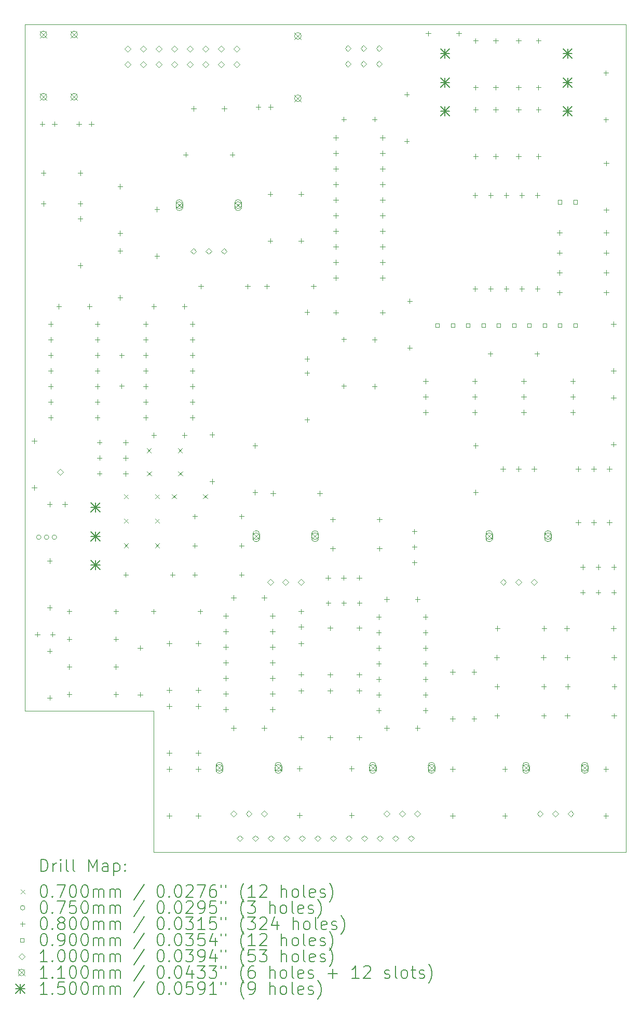
<source format=gbr>
%TF.GenerationSoftware,KiCad,Pcbnew,8.0.3*%
%TF.CreationDate,2024-09-16T17:24:27+02:00*%
%TF.ProjectId,DMH_VCO_40106_PCB,444d485f-5643-44f5-9f34-303130365f50,1*%
%TF.SameCoordinates,Original*%
%TF.FileFunction,Drillmap*%
%TF.FilePolarity,Positive*%
%FSLAX45Y45*%
G04 Gerber Fmt 4.5, Leading zero omitted, Abs format (unit mm)*
G04 Created by KiCad (PCBNEW 8.0.3) date 2024-09-16 17:24:27*
%MOMM*%
%LPD*%
G01*
G04 APERTURE LIST*
%ADD10C,0.050000*%
%ADD11C,0.200000*%
%ADD12C,0.100000*%
%ADD13C,0.110000*%
%ADD14C,0.150000*%
G04 APERTURE END LIST*
D10*
X14900000Y-19750000D02*
X14900000Y-6250000D01*
X14900000Y-6250000D02*
X5100000Y-6250000D01*
X7200000Y-17450000D02*
X7200000Y-19750000D01*
X5100000Y-6250000D02*
X5100000Y-17450000D01*
X5100000Y-17450000D02*
X7200000Y-17450000D01*
X7200000Y-19750000D02*
X14900000Y-19750000D01*
D11*
D12*
X6711000Y-13915000D02*
X6781000Y-13985000D01*
X6781000Y-13915000D02*
X6711000Y-13985000D01*
X6711000Y-14315000D02*
X6781000Y-14385000D01*
X6781000Y-14315000D02*
X6711000Y-14385000D01*
X6711000Y-14715000D02*
X6781000Y-14785000D01*
X6781000Y-14715000D02*
X6711000Y-14785000D01*
X7086000Y-13165000D02*
X7156000Y-13235000D01*
X7156000Y-13165000D02*
X7086000Y-13235000D01*
X7090000Y-13540000D02*
X7160000Y-13610000D01*
X7160000Y-13540000D02*
X7090000Y-13610000D01*
X7219000Y-13915000D02*
X7289000Y-13985000D01*
X7289000Y-13915000D02*
X7219000Y-13985000D01*
X7219000Y-14315000D02*
X7289000Y-14385000D01*
X7289000Y-14315000D02*
X7219000Y-14385000D01*
X7219000Y-14715000D02*
X7289000Y-14785000D01*
X7289000Y-14715000D02*
X7219000Y-14785000D01*
X7497000Y-13915000D02*
X7567000Y-13985000D01*
X7567000Y-13915000D02*
X7497000Y-13985000D01*
X7594000Y-13165000D02*
X7664000Y-13235000D01*
X7664000Y-13165000D02*
X7594000Y-13235000D01*
X7598000Y-13540000D02*
X7668000Y-13610000D01*
X7668000Y-13540000D02*
X7598000Y-13610000D01*
X8005000Y-13915000D02*
X8075000Y-13985000D01*
X8075000Y-13915000D02*
X8005000Y-13985000D01*
X5360500Y-14614000D02*
G75*
G02*
X5285500Y-14614000I-37500J0D01*
G01*
X5285500Y-14614000D02*
G75*
G02*
X5360500Y-14614000I37500J0D01*
G01*
X5487500Y-14614000D02*
G75*
G02*
X5412500Y-14614000I-37500J0D01*
G01*
X5412500Y-14614000D02*
G75*
G02*
X5487500Y-14614000I37500J0D01*
G01*
X5614500Y-14614000D02*
G75*
G02*
X5539500Y-14614000I-37500J0D01*
G01*
X5539500Y-14614000D02*
G75*
G02*
X5614500Y-14614000I37500J0D01*
G01*
X5250000Y-13004000D02*
X5250000Y-13084000D01*
X5210000Y-13044000D02*
X5290000Y-13044000D01*
X5250000Y-13766000D02*
X5250000Y-13846000D01*
X5210000Y-13806000D02*
X5290000Y-13806000D01*
X5300000Y-16160000D02*
X5300000Y-16240000D01*
X5260000Y-16200000D02*
X5340000Y-16200000D01*
X5379489Y-7835000D02*
X5379489Y-7915000D01*
X5339489Y-7875000D02*
X5419489Y-7875000D01*
X5400000Y-8635000D02*
X5400000Y-8715000D01*
X5360000Y-8675000D02*
X5440000Y-8675000D01*
X5400000Y-9135000D02*
X5400000Y-9215000D01*
X5360000Y-9175000D02*
X5440000Y-9175000D01*
X5500000Y-14035000D02*
X5500000Y-14115000D01*
X5460000Y-14075000D02*
X5540000Y-14075000D01*
X5500000Y-14960000D02*
X5500000Y-15040000D01*
X5460000Y-15000000D02*
X5540000Y-15000000D01*
X5500000Y-15722000D02*
X5500000Y-15802000D01*
X5460000Y-15762000D02*
X5540000Y-15762000D01*
X5500000Y-16429000D02*
X5500000Y-16509000D01*
X5460000Y-16469000D02*
X5540000Y-16469000D01*
X5500000Y-17191000D02*
X5500000Y-17271000D01*
X5460000Y-17231000D02*
X5540000Y-17231000D01*
X5518000Y-11097500D02*
X5518000Y-11177500D01*
X5478000Y-11137500D02*
X5558000Y-11137500D01*
X5518000Y-11351500D02*
X5518000Y-11431500D01*
X5478000Y-11391500D02*
X5558000Y-11391500D01*
X5518000Y-11605500D02*
X5518000Y-11685500D01*
X5478000Y-11645500D02*
X5558000Y-11645500D01*
X5518000Y-11859500D02*
X5518000Y-11939500D01*
X5478000Y-11899500D02*
X5558000Y-11899500D01*
X5518000Y-12113500D02*
X5518000Y-12193500D01*
X5478000Y-12153500D02*
X5558000Y-12153500D01*
X5518000Y-12367500D02*
X5518000Y-12447500D01*
X5478000Y-12407500D02*
X5558000Y-12407500D01*
X5518000Y-12621500D02*
X5518000Y-12701500D01*
X5478000Y-12661500D02*
X5558000Y-12661500D01*
X5550000Y-16160000D02*
X5550000Y-16240000D01*
X5510000Y-16200000D02*
X5590000Y-16200000D01*
X5579489Y-7835000D02*
X5579489Y-7915000D01*
X5539489Y-7875000D02*
X5619489Y-7875000D01*
X5650000Y-10810000D02*
X5650000Y-10890000D01*
X5610000Y-10850000D02*
X5690000Y-10850000D01*
X5750000Y-14035000D02*
X5750000Y-14115000D01*
X5710000Y-14075000D02*
X5790000Y-14075000D01*
X5819000Y-15785000D02*
X5819000Y-15865000D01*
X5779000Y-15825000D02*
X5859000Y-15825000D01*
X5819000Y-16235000D02*
X5819000Y-16315000D01*
X5779000Y-16275000D02*
X5859000Y-16275000D01*
X5819000Y-16685000D02*
X5819000Y-16765000D01*
X5779000Y-16725000D02*
X5859000Y-16725000D01*
X5819000Y-17135000D02*
X5819000Y-17215000D01*
X5779000Y-17175000D02*
X5859000Y-17175000D01*
X5979489Y-7835000D02*
X5979489Y-7915000D01*
X5939489Y-7875000D02*
X6019489Y-7875000D01*
X6000000Y-8635000D02*
X6000000Y-8715000D01*
X5960000Y-8675000D02*
X6040000Y-8675000D01*
X6000000Y-9135000D02*
X6000000Y-9215000D01*
X5960000Y-9175000D02*
X6040000Y-9175000D01*
X6000000Y-9379000D02*
X6000000Y-9459000D01*
X5960000Y-9419000D02*
X6040000Y-9419000D01*
X6000000Y-10141000D02*
X6000000Y-10221000D01*
X5960000Y-10181000D02*
X6040000Y-10181000D01*
X6150000Y-10810000D02*
X6150000Y-10890000D01*
X6110000Y-10850000D02*
X6190000Y-10850000D01*
X6179489Y-7835000D02*
X6179489Y-7915000D01*
X6139489Y-7875000D02*
X6219489Y-7875000D01*
X6280000Y-11097500D02*
X6280000Y-11177500D01*
X6240000Y-11137500D02*
X6320000Y-11137500D01*
X6280000Y-11351500D02*
X6280000Y-11431500D01*
X6240000Y-11391500D02*
X6320000Y-11391500D01*
X6280000Y-11605500D02*
X6280000Y-11685500D01*
X6240000Y-11645500D02*
X6320000Y-11645500D01*
X6280000Y-11859500D02*
X6280000Y-11939500D01*
X6240000Y-11899500D02*
X6320000Y-11899500D01*
X6280000Y-12113500D02*
X6280000Y-12193500D01*
X6240000Y-12153500D02*
X6320000Y-12153500D01*
X6280000Y-12367500D02*
X6280000Y-12447500D01*
X6240000Y-12407500D02*
X6320000Y-12407500D01*
X6280000Y-12621500D02*
X6280000Y-12701500D01*
X6240000Y-12661500D02*
X6320000Y-12661500D01*
X6314000Y-13027000D02*
X6314000Y-13107000D01*
X6274000Y-13067000D02*
X6354000Y-13067000D01*
X6314000Y-13281000D02*
X6314000Y-13361000D01*
X6274000Y-13321000D02*
X6354000Y-13321000D01*
X6314000Y-13535000D02*
X6314000Y-13615000D01*
X6274000Y-13575000D02*
X6354000Y-13575000D01*
X6581000Y-15785000D02*
X6581000Y-15865000D01*
X6541000Y-15825000D02*
X6621000Y-15825000D01*
X6581000Y-16235000D02*
X6581000Y-16315000D01*
X6541000Y-16275000D02*
X6621000Y-16275000D01*
X6581000Y-16685000D02*
X6581000Y-16765000D01*
X6541000Y-16725000D02*
X6621000Y-16725000D01*
X6581000Y-17135000D02*
X6581000Y-17215000D01*
X6541000Y-17175000D02*
X6621000Y-17175000D01*
X6650000Y-8854000D02*
X6650000Y-8934000D01*
X6610000Y-8894000D02*
X6690000Y-8894000D01*
X6650000Y-9616000D02*
X6650000Y-9696000D01*
X6610000Y-9656000D02*
X6690000Y-9656000D01*
X6650000Y-9904000D02*
X6650000Y-9984000D01*
X6610000Y-9944000D02*
X6690000Y-9944000D01*
X6650000Y-10666000D02*
X6650000Y-10746000D01*
X6610000Y-10706000D02*
X6690000Y-10706000D01*
X6675000Y-11610000D02*
X6675000Y-11690000D01*
X6635000Y-11650000D02*
X6715000Y-11650000D01*
X6675000Y-12110000D02*
X6675000Y-12190000D01*
X6635000Y-12150000D02*
X6715000Y-12150000D01*
X6739000Y-13031000D02*
X6739000Y-13111000D01*
X6699000Y-13071000D02*
X6779000Y-13071000D01*
X6739000Y-13285000D02*
X6739000Y-13365000D01*
X6699000Y-13325000D02*
X6779000Y-13325000D01*
X6739000Y-13539000D02*
X6739000Y-13619000D01*
X6699000Y-13579000D02*
X6779000Y-13579000D01*
X6744000Y-15185000D02*
X6744000Y-15265000D01*
X6704000Y-15225000D02*
X6784000Y-15225000D01*
X6975000Y-16379000D02*
X6975000Y-16459000D01*
X6935000Y-16419000D02*
X7015000Y-16419000D01*
X6975000Y-17141000D02*
X6975000Y-17221000D01*
X6935000Y-17181000D02*
X7015000Y-17181000D01*
X7068000Y-11097500D02*
X7068000Y-11177500D01*
X7028000Y-11137500D02*
X7108000Y-11137500D01*
X7068000Y-11351500D02*
X7068000Y-11431500D01*
X7028000Y-11391500D02*
X7108000Y-11391500D01*
X7068000Y-11605500D02*
X7068000Y-11685500D01*
X7028000Y-11645500D02*
X7108000Y-11645500D01*
X7068000Y-11859500D02*
X7068000Y-11939500D01*
X7028000Y-11899500D02*
X7108000Y-11899500D01*
X7068000Y-12113500D02*
X7068000Y-12193500D01*
X7028000Y-12153500D02*
X7108000Y-12153500D01*
X7068000Y-12367500D02*
X7068000Y-12447500D01*
X7028000Y-12407500D02*
X7108000Y-12407500D01*
X7068000Y-12621500D02*
X7068000Y-12701500D01*
X7028000Y-12661500D02*
X7108000Y-12661500D01*
X7194000Y-15785000D02*
X7194000Y-15865000D01*
X7154000Y-15825000D02*
X7234000Y-15825000D01*
X7200000Y-10810000D02*
X7200000Y-10890000D01*
X7160000Y-10850000D02*
X7240000Y-10850000D01*
X7200000Y-12910000D02*
X7200000Y-12990000D01*
X7160000Y-12950000D02*
X7240000Y-12950000D01*
X7250000Y-9229000D02*
X7250000Y-9309000D01*
X7210000Y-9269000D02*
X7290000Y-9269000D01*
X7250000Y-9991000D02*
X7250000Y-10071000D01*
X7210000Y-10031000D02*
X7290000Y-10031000D01*
X7450000Y-16304000D02*
X7450000Y-16384000D01*
X7410000Y-16344000D02*
X7490000Y-16344000D01*
X7450000Y-17066000D02*
X7450000Y-17146000D01*
X7410000Y-17106000D02*
X7490000Y-17106000D01*
X7450000Y-17329000D02*
X7450000Y-17409000D01*
X7410000Y-17369000D02*
X7490000Y-17369000D01*
X7450000Y-18091000D02*
X7450000Y-18171000D01*
X7410000Y-18131000D02*
X7490000Y-18131000D01*
X7450000Y-18354000D02*
X7450000Y-18434000D01*
X7410000Y-18394000D02*
X7490000Y-18394000D01*
X7450000Y-19116000D02*
X7450000Y-19196000D01*
X7410000Y-19156000D02*
X7490000Y-19156000D01*
X7506000Y-15185000D02*
X7506000Y-15265000D01*
X7466000Y-15225000D02*
X7546000Y-15225000D01*
X7700000Y-10810000D02*
X7700000Y-10890000D01*
X7660000Y-10850000D02*
X7740000Y-10850000D01*
X7700000Y-12910000D02*
X7700000Y-12990000D01*
X7660000Y-12950000D02*
X7740000Y-12950000D01*
X7719000Y-8335000D02*
X7719000Y-8415000D01*
X7679000Y-8375000D02*
X7759000Y-8375000D01*
X7830000Y-11097500D02*
X7830000Y-11177500D01*
X7790000Y-11137500D02*
X7870000Y-11137500D01*
X7830000Y-11351500D02*
X7830000Y-11431500D01*
X7790000Y-11391500D02*
X7870000Y-11391500D01*
X7830000Y-11605500D02*
X7830000Y-11685500D01*
X7790000Y-11645500D02*
X7870000Y-11645500D01*
X7830000Y-11859500D02*
X7830000Y-11939500D01*
X7790000Y-11899500D02*
X7870000Y-11899500D01*
X7830000Y-12113500D02*
X7830000Y-12193500D01*
X7790000Y-12153500D02*
X7870000Y-12153500D01*
X7830000Y-12367500D02*
X7830000Y-12447500D01*
X7790000Y-12407500D02*
X7870000Y-12407500D01*
X7830000Y-12621500D02*
X7830000Y-12701500D01*
X7790000Y-12661500D02*
X7870000Y-12661500D01*
X7850000Y-7585000D02*
X7850000Y-7665000D01*
X7810000Y-7625000D02*
X7890000Y-7625000D01*
X7869000Y-14235000D02*
X7869000Y-14315000D01*
X7829000Y-14275000D02*
X7909000Y-14275000D01*
X7869000Y-14710000D02*
X7869000Y-14790000D01*
X7829000Y-14750000D02*
X7909000Y-14750000D01*
X7869000Y-15185000D02*
X7869000Y-15265000D01*
X7829000Y-15225000D02*
X7909000Y-15225000D01*
X7925000Y-16304000D02*
X7925000Y-16384000D01*
X7885000Y-16344000D02*
X7965000Y-16344000D01*
X7925000Y-17066000D02*
X7925000Y-17146000D01*
X7885000Y-17106000D02*
X7965000Y-17106000D01*
X7925000Y-17329000D02*
X7925000Y-17409000D01*
X7885000Y-17369000D02*
X7965000Y-17369000D01*
X7925000Y-18091000D02*
X7925000Y-18171000D01*
X7885000Y-18131000D02*
X7965000Y-18131000D01*
X7925000Y-18354000D02*
X7925000Y-18434000D01*
X7885000Y-18394000D02*
X7965000Y-18394000D01*
X7925000Y-19116000D02*
X7925000Y-19196000D01*
X7885000Y-19156000D02*
X7965000Y-19156000D01*
X7956000Y-15785000D02*
X7956000Y-15865000D01*
X7916000Y-15825000D02*
X7996000Y-15825000D01*
X7969000Y-10485000D02*
X7969000Y-10565000D01*
X7929000Y-10525000D02*
X8009000Y-10525000D01*
X8150000Y-12904000D02*
X8150000Y-12984000D01*
X8110000Y-12944000D02*
X8190000Y-12944000D01*
X8150000Y-13666000D02*
X8150000Y-13746000D01*
X8110000Y-13706000D02*
X8190000Y-13706000D01*
X8350000Y-7585000D02*
X8350000Y-7665000D01*
X8310000Y-7625000D02*
X8390000Y-7625000D01*
X8375000Y-15856000D02*
X8375000Y-15936000D01*
X8335000Y-15896000D02*
X8415000Y-15896000D01*
X8375000Y-16110000D02*
X8375000Y-16190000D01*
X8335000Y-16150000D02*
X8415000Y-16150000D01*
X8375000Y-16364000D02*
X8375000Y-16444000D01*
X8335000Y-16404000D02*
X8415000Y-16404000D01*
X8375000Y-16618000D02*
X8375000Y-16698000D01*
X8335000Y-16658000D02*
X8415000Y-16658000D01*
X8375000Y-16872000D02*
X8375000Y-16952000D01*
X8335000Y-16912000D02*
X8415000Y-16912000D01*
X8375000Y-17126000D02*
X8375000Y-17206000D01*
X8335000Y-17166000D02*
X8415000Y-17166000D01*
X8375000Y-17380000D02*
X8375000Y-17460000D01*
X8335000Y-17420000D02*
X8415000Y-17420000D01*
X8481000Y-8335000D02*
X8481000Y-8415000D01*
X8441000Y-8375000D02*
X8521000Y-8375000D01*
X8500000Y-15560000D02*
X8500000Y-15640000D01*
X8460000Y-15600000D02*
X8540000Y-15600000D01*
X8500000Y-17685000D02*
X8500000Y-17765000D01*
X8460000Y-17725000D02*
X8540000Y-17725000D01*
X8631000Y-14235000D02*
X8631000Y-14315000D01*
X8591000Y-14275000D02*
X8671000Y-14275000D01*
X8631000Y-14710000D02*
X8631000Y-14790000D01*
X8591000Y-14750000D02*
X8671000Y-14750000D01*
X8631000Y-15185000D02*
X8631000Y-15265000D01*
X8591000Y-15225000D02*
X8671000Y-15225000D01*
X8731000Y-10485000D02*
X8731000Y-10565000D01*
X8691000Y-10525000D02*
X8771000Y-10525000D01*
X8850000Y-13079000D02*
X8850000Y-13159000D01*
X8810000Y-13119000D02*
X8890000Y-13119000D01*
X8850000Y-13841000D02*
X8850000Y-13921000D01*
X8810000Y-13881000D02*
X8890000Y-13881000D01*
X8904489Y-7560000D02*
X8904489Y-7640000D01*
X8864489Y-7600000D02*
X8944489Y-7600000D01*
X9000000Y-15560000D02*
X9000000Y-15640000D01*
X8960000Y-15600000D02*
X9040000Y-15600000D01*
X9000000Y-17685000D02*
X9000000Y-17765000D01*
X8960000Y-17725000D02*
X9040000Y-17725000D01*
X9044000Y-10485000D02*
X9044000Y-10565000D01*
X9004000Y-10525000D02*
X9084000Y-10525000D01*
X9100000Y-8979000D02*
X9100000Y-9059000D01*
X9060000Y-9019000D02*
X9140000Y-9019000D01*
X9100000Y-9741000D02*
X9100000Y-9821000D01*
X9060000Y-9781000D02*
X9140000Y-9781000D01*
X9104489Y-7560000D02*
X9104489Y-7640000D01*
X9064489Y-7600000D02*
X9144489Y-7600000D01*
X9137000Y-15856000D02*
X9137000Y-15936000D01*
X9097000Y-15896000D02*
X9177000Y-15896000D01*
X9137000Y-16110000D02*
X9137000Y-16190000D01*
X9097000Y-16150000D02*
X9177000Y-16150000D01*
X9137000Y-16364000D02*
X9137000Y-16444000D01*
X9097000Y-16404000D02*
X9177000Y-16404000D01*
X9137000Y-16618000D02*
X9137000Y-16698000D01*
X9097000Y-16658000D02*
X9177000Y-16658000D01*
X9137000Y-16872000D02*
X9137000Y-16952000D01*
X9097000Y-16912000D02*
X9177000Y-16912000D01*
X9137000Y-17126000D02*
X9137000Y-17206000D01*
X9097000Y-17166000D02*
X9177000Y-17166000D01*
X9137000Y-17380000D02*
X9137000Y-17460000D01*
X9097000Y-17420000D02*
X9177000Y-17420000D01*
X9144000Y-13860000D02*
X9144000Y-13940000D01*
X9104000Y-13900000D02*
X9184000Y-13900000D01*
X9575000Y-18348000D02*
X9575000Y-18428000D01*
X9535000Y-18388000D02*
X9615000Y-18388000D01*
X9575000Y-19110000D02*
X9575000Y-19190000D01*
X9535000Y-19150000D02*
X9615000Y-19150000D01*
X9600000Y-8979000D02*
X9600000Y-9059000D01*
X9560000Y-9019000D02*
X9640000Y-9019000D01*
X9600000Y-9741000D02*
X9600000Y-9821000D01*
X9560000Y-9781000D02*
X9640000Y-9781000D01*
X9600000Y-15785000D02*
X9600000Y-15865000D01*
X9560000Y-15825000D02*
X9640000Y-15825000D01*
X9600000Y-16035000D02*
X9600000Y-16115000D01*
X9560000Y-16075000D02*
X9640000Y-16075000D01*
X9600000Y-16310000D02*
X9600000Y-16390000D01*
X9560000Y-16350000D02*
X9640000Y-16350000D01*
X9600000Y-16810000D02*
X9600000Y-16890000D01*
X9560000Y-16850000D02*
X9640000Y-16850000D01*
X9600000Y-17079000D02*
X9600000Y-17159000D01*
X9560000Y-17119000D02*
X9640000Y-17119000D01*
X9600000Y-17841000D02*
X9600000Y-17921000D01*
X9560000Y-17881000D02*
X9640000Y-17881000D01*
X9700000Y-10904000D02*
X9700000Y-10984000D01*
X9660000Y-10944000D02*
X9740000Y-10944000D01*
X9700000Y-11666000D02*
X9700000Y-11746000D01*
X9660000Y-11706000D02*
X9740000Y-11706000D01*
X9700000Y-11898000D02*
X9700000Y-11978000D01*
X9660000Y-11938000D02*
X9740000Y-11938000D01*
X9700000Y-12660000D02*
X9700000Y-12740000D01*
X9660000Y-12700000D02*
X9740000Y-12700000D01*
X9806000Y-10485000D02*
X9806000Y-10565000D01*
X9766000Y-10525000D02*
X9846000Y-10525000D01*
X9906000Y-13860000D02*
X9906000Y-13940000D01*
X9866000Y-13900000D02*
X9946000Y-13900000D01*
X10042000Y-15235000D02*
X10042000Y-15315000D01*
X10002000Y-15275000D02*
X10082000Y-15275000D01*
X10046000Y-15649000D02*
X10046000Y-15729000D01*
X10006000Y-15689000D02*
X10086000Y-15689000D01*
X10075000Y-16054000D02*
X10075000Y-16134000D01*
X10035000Y-16094000D02*
X10115000Y-16094000D01*
X10075000Y-16816000D02*
X10075000Y-16896000D01*
X10035000Y-16856000D02*
X10115000Y-16856000D01*
X10075000Y-17079000D02*
X10075000Y-17159000D01*
X10035000Y-17119000D02*
X10115000Y-17119000D01*
X10075000Y-17841000D02*
X10075000Y-17921000D01*
X10035000Y-17881000D02*
X10115000Y-17881000D01*
X10119000Y-14285000D02*
X10119000Y-14365000D01*
X10079000Y-14325000D02*
X10159000Y-14325000D01*
X10119000Y-14760000D02*
X10119000Y-14840000D01*
X10079000Y-14800000D02*
X10159000Y-14800000D01*
X10168000Y-8061000D02*
X10168000Y-8141000D01*
X10128000Y-8101000D02*
X10208000Y-8101000D01*
X10168000Y-8315000D02*
X10168000Y-8395000D01*
X10128000Y-8355000D02*
X10208000Y-8355000D01*
X10168000Y-8569000D02*
X10168000Y-8649000D01*
X10128000Y-8609000D02*
X10208000Y-8609000D01*
X10168000Y-8823000D02*
X10168000Y-8903000D01*
X10128000Y-8863000D02*
X10208000Y-8863000D01*
X10168000Y-9077000D02*
X10168000Y-9157000D01*
X10128000Y-9117000D02*
X10208000Y-9117000D01*
X10168000Y-9331000D02*
X10168000Y-9411000D01*
X10128000Y-9371000D02*
X10208000Y-9371000D01*
X10168000Y-9585000D02*
X10168000Y-9665000D01*
X10128000Y-9625000D02*
X10208000Y-9625000D01*
X10168000Y-9839000D02*
X10168000Y-9919000D01*
X10128000Y-9879000D02*
X10208000Y-9879000D01*
X10168000Y-10093000D02*
X10168000Y-10173000D01*
X10128000Y-10133000D02*
X10208000Y-10133000D01*
X10168000Y-10347000D02*
X10168000Y-10427000D01*
X10128000Y-10387000D02*
X10208000Y-10387000D01*
X10169000Y-10910000D02*
X10169000Y-10990000D01*
X10129000Y-10950000D02*
X10209000Y-10950000D01*
X10296000Y-15235000D02*
X10296000Y-15315000D01*
X10256000Y-15275000D02*
X10336000Y-15275000D01*
X10300000Y-7760000D02*
X10300000Y-7840000D01*
X10260000Y-7800000D02*
X10340000Y-7800000D01*
X10300000Y-11348000D02*
X10300000Y-11428000D01*
X10260000Y-11388000D02*
X10340000Y-11388000D01*
X10300000Y-12110000D02*
X10300000Y-12190000D01*
X10260000Y-12150000D02*
X10340000Y-12150000D01*
X10300000Y-15649000D02*
X10300000Y-15729000D01*
X10260000Y-15689000D02*
X10340000Y-15689000D01*
X10425000Y-18348000D02*
X10425000Y-18428000D01*
X10385000Y-18388000D02*
X10465000Y-18388000D01*
X10425000Y-19110000D02*
X10425000Y-19190000D01*
X10385000Y-19150000D02*
X10465000Y-19150000D01*
X10550000Y-15235000D02*
X10550000Y-15315000D01*
X10510000Y-15275000D02*
X10590000Y-15275000D01*
X10550000Y-16054000D02*
X10550000Y-16134000D01*
X10510000Y-16094000D02*
X10590000Y-16094000D01*
X10550000Y-16816000D02*
X10550000Y-16896000D01*
X10510000Y-16856000D02*
X10590000Y-16856000D01*
X10550000Y-17079000D02*
X10550000Y-17159000D01*
X10510000Y-17119000D02*
X10590000Y-17119000D01*
X10550000Y-17841000D02*
X10550000Y-17921000D01*
X10510000Y-17881000D02*
X10590000Y-17881000D01*
X10554000Y-15649000D02*
X10554000Y-15729000D01*
X10514000Y-15689000D02*
X10594000Y-15689000D01*
X10800000Y-7760000D02*
X10800000Y-7840000D01*
X10760000Y-7800000D02*
X10840000Y-7800000D01*
X10800000Y-11354000D02*
X10800000Y-11434000D01*
X10760000Y-11394000D02*
X10840000Y-11394000D01*
X10800000Y-12116000D02*
X10800000Y-12196000D01*
X10760000Y-12156000D02*
X10840000Y-12156000D01*
X10868000Y-15872500D02*
X10868000Y-15952500D01*
X10828000Y-15912500D02*
X10908000Y-15912500D01*
X10868000Y-16126500D02*
X10868000Y-16206500D01*
X10828000Y-16166500D02*
X10908000Y-16166500D01*
X10868000Y-16380500D02*
X10868000Y-16460500D01*
X10828000Y-16420500D02*
X10908000Y-16420500D01*
X10868000Y-16634500D02*
X10868000Y-16714500D01*
X10828000Y-16674500D02*
X10908000Y-16674500D01*
X10868000Y-16888500D02*
X10868000Y-16968500D01*
X10828000Y-16928500D02*
X10908000Y-16928500D01*
X10868000Y-17142500D02*
X10868000Y-17222500D01*
X10828000Y-17182500D02*
X10908000Y-17182500D01*
X10868000Y-17396500D02*
X10868000Y-17476500D01*
X10828000Y-17436500D02*
X10908000Y-17436500D01*
X10881000Y-14285000D02*
X10881000Y-14365000D01*
X10841000Y-14325000D02*
X10921000Y-14325000D01*
X10881000Y-14760000D02*
X10881000Y-14840000D01*
X10841000Y-14800000D02*
X10921000Y-14800000D01*
X10930000Y-8061000D02*
X10930000Y-8141000D01*
X10890000Y-8101000D02*
X10970000Y-8101000D01*
X10930000Y-8315000D02*
X10930000Y-8395000D01*
X10890000Y-8355000D02*
X10970000Y-8355000D01*
X10930000Y-8569000D02*
X10930000Y-8649000D01*
X10890000Y-8609000D02*
X10970000Y-8609000D01*
X10930000Y-8823000D02*
X10930000Y-8903000D01*
X10890000Y-8863000D02*
X10970000Y-8863000D01*
X10930000Y-9077000D02*
X10930000Y-9157000D01*
X10890000Y-9117000D02*
X10970000Y-9117000D01*
X10930000Y-9331000D02*
X10930000Y-9411000D01*
X10890000Y-9371000D02*
X10970000Y-9371000D01*
X10930000Y-9585000D02*
X10930000Y-9665000D01*
X10890000Y-9625000D02*
X10970000Y-9625000D01*
X10930000Y-9839000D02*
X10930000Y-9919000D01*
X10890000Y-9879000D02*
X10970000Y-9879000D01*
X10930000Y-10093000D02*
X10930000Y-10173000D01*
X10890000Y-10133000D02*
X10970000Y-10133000D01*
X10930000Y-10347000D02*
X10930000Y-10427000D01*
X10890000Y-10387000D02*
X10970000Y-10387000D01*
X10931000Y-10910000D02*
X10931000Y-10990000D01*
X10891000Y-10950000D02*
X10971000Y-10950000D01*
X11000000Y-15585000D02*
X11000000Y-15665000D01*
X10960000Y-15625000D02*
X11040000Y-15625000D01*
X11000000Y-17685000D02*
X11000000Y-17765000D01*
X10960000Y-17725000D02*
X11040000Y-17725000D01*
X11325000Y-7354000D02*
X11325000Y-7434000D01*
X11285000Y-7394000D02*
X11365000Y-7394000D01*
X11325000Y-8116000D02*
X11325000Y-8196000D01*
X11285000Y-8156000D02*
X11365000Y-8156000D01*
X11375000Y-10723000D02*
X11375000Y-10803000D01*
X11335000Y-10763000D02*
X11415000Y-10763000D01*
X11375000Y-11485000D02*
X11375000Y-11565000D01*
X11335000Y-11525000D02*
X11415000Y-11525000D01*
X11450000Y-14481000D02*
X11450000Y-14561000D01*
X11410000Y-14521000D02*
X11490000Y-14521000D01*
X11450000Y-14735000D02*
X11450000Y-14815000D01*
X11410000Y-14775000D02*
X11490000Y-14775000D01*
X11450000Y-14989000D02*
X11450000Y-15069000D01*
X11410000Y-15029000D02*
X11490000Y-15029000D01*
X11500000Y-15585000D02*
X11500000Y-15665000D01*
X11460000Y-15625000D02*
X11540000Y-15625000D01*
X11500000Y-17685000D02*
X11500000Y-17765000D01*
X11460000Y-17725000D02*
X11540000Y-17725000D01*
X11630000Y-15872500D02*
X11630000Y-15952500D01*
X11590000Y-15912500D02*
X11670000Y-15912500D01*
X11630000Y-16126500D02*
X11630000Y-16206500D01*
X11590000Y-16166500D02*
X11670000Y-16166500D01*
X11630000Y-16380500D02*
X11630000Y-16460500D01*
X11590000Y-16420500D02*
X11670000Y-16420500D01*
X11630000Y-16634500D02*
X11630000Y-16714500D01*
X11590000Y-16674500D02*
X11670000Y-16674500D01*
X11630000Y-16888500D02*
X11630000Y-16968500D01*
X11590000Y-16928500D02*
X11670000Y-16928500D01*
X11630000Y-17142500D02*
X11630000Y-17222500D01*
X11590000Y-17182500D02*
X11670000Y-17182500D01*
X11630000Y-17396500D02*
X11630000Y-17476500D01*
X11590000Y-17436500D02*
X11670000Y-17436500D01*
X11635000Y-12030000D02*
X11635000Y-12110000D01*
X11595000Y-12070000D02*
X11675000Y-12070000D01*
X11635000Y-12284000D02*
X11635000Y-12364000D01*
X11595000Y-12324000D02*
X11675000Y-12324000D01*
X11635000Y-12538000D02*
X11635000Y-12618000D01*
X11595000Y-12578000D02*
X11675000Y-12578000D01*
X11675000Y-6360000D02*
X11675000Y-6440000D01*
X11635000Y-6400000D02*
X11715000Y-6400000D01*
X12075000Y-16773000D02*
X12075000Y-16853000D01*
X12035000Y-16813000D02*
X12115000Y-16813000D01*
X12075000Y-17535000D02*
X12075000Y-17615000D01*
X12035000Y-17575000D02*
X12115000Y-17575000D01*
X12075000Y-18354000D02*
X12075000Y-18434000D01*
X12035000Y-18394000D02*
X12115000Y-18394000D01*
X12075000Y-19116000D02*
X12075000Y-19196000D01*
X12035000Y-19156000D02*
X12115000Y-19156000D01*
X12175000Y-6360000D02*
X12175000Y-6440000D01*
X12135000Y-6400000D02*
X12215000Y-6400000D01*
X12425000Y-16773000D02*
X12425000Y-16853000D01*
X12385000Y-16813000D02*
X12465000Y-16813000D01*
X12425000Y-17535000D02*
X12425000Y-17615000D01*
X12385000Y-17575000D02*
X12465000Y-17575000D01*
X12435000Y-12030000D02*
X12435000Y-12110000D01*
X12395000Y-12070000D02*
X12475000Y-12070000D01*
X12435000Y-12284000D02*
X12435000Y-12364000D01*
X12395000Y-12324000D02*
X12475000Y-12324000D01*
X12435000Y-12538000D02*
X12435000Y-12618000D01*
X12395000Y-12578000D02*
X12475000Y-12578000D01*
X12442000Y-8998000D02*
X12442000Y-9078000D01*
X12402000Y-9038000D02*
X12482000Y-9038000D01*
X12442000Y-10522000D02*
X12442000Y-10602000D01*
X12402000Y-10562000D02*
X12482000Y-10562000D01*
X12450000Y-6479000D02*
X12450000Y-6559000D01*
X12410000Y-6519000D02*
X12490000Y-6519000D01*
X12450000Y-7241000D02*
X12450000Y-7321000D01*
X12410000Y-7281000D02*
X12490000Y-7281000D01*
X12450000Y-7604000D02*
X12450000Y-7684000D01*
X12410000Y-7644000D02*
X12490000Y-7644000D01*
X12450000Y-8366000D02*
X12450000Y-8446000D01*
X12410000Y-8406000D02*
X12490000Y-8406000D01*
X12450000Y-13079000D02*
X12450000Y-13159000D01*
X12410000Y-13119000D02*
X12490000Y-13119000D01*
X12450000Y-13841000D02*
X12450000Y-13921000D01*
X12410000Y-13881000D02*
X12490000Y-13881000D01*
X12688000Y-11585000D02*
X12688000Y-11665000D01*
X12648000Y-11625000D02*
X12728000Y-11625000D01*
X12696000Y-8998000D02*
X12696000Y-9078000D01*
X12656000Y-9038000D02*
X12736000Y-9038000D01*
X12696000Y-10522000D02*
X12696000Y-10602000D01*
X12656000Y-10562000D02*
X12736000Y-10562000D01*
X12775000Y-6479000D02*
X12775000Y-6559000D01*
X12735000Y-6519000D02*
X12815000Y-6519000D01*
X12775000Y-7241000D02*
X12775000Y-7321000D01*
X12735000Y-7281000D02*
X12815000Y-7281000D01*
X12775000Y-7604000D02*
X12775000Y-7684000D01*
X12735000Y-7644000D02*
X12815000Y-7644000D01*
X12775000Y-8366000D02*
X12775000Y-8446000D01*
X12735000Y-8406000D02*
X12815000Y-8406000D01*
X12794000Y-16535000D02*
X12794000Y-16615000D01*
X12754000Y-16575000D02*
X12834000Y-16575000D01*
X12800000Y-17010000D02*
X12800000Y-17090000D01*
X12760000Y-17050000D02*
X12840000Y-17050000D01*
X12800000Y-17485000D02*
X12800000Y-17565000D01*
X12760000Y-17525000D02*
X12840000Y-17525000D01*
X12806000Y-16060000D02*
X12806000Y-16140000D01*
X12766000Y-16100000D02*
X12846000Y-16100000D01*
X12895000Y-13460000D02*
X12895000Y-13540000D01*
X12855000Y-13500000D02*
X12935000Y-13500000D01*
X12925000Y-18354000D02*
X12925000Y-18434000D01*
X12885000Y-18394000D02*
X12965000Y-18394000D01*
X12925000Y-19116000D02*
X12925000Y-19196000D01*
X12885000Y-19156000D02*
X12965000Y-19156000D01*
X12950000Y-8998000D02*
X12950000Y-9078000D01*
X12910000Y-9038000D02*
X12990000Y-9038000D01*
X12950000Y-10522000D02*
X12950000Y-10602000D01*
X12910000Y-10562000D02*
X12990000Y-10562000D01*
X13149000Y-13460000D02*
X13149000Y-13540000D01*
X13109000Y-13500000D02*
X13189000Y-13500000D01*
X13150000Y-6479000D02*
X13150000Y-6559000D01*
X13110000Y-6519000D02*
X13190000Y-6519000D01*
X13150000Y-7241000D02*
X13150000Y-7321000D01*
X13110000Y-7281000D02*
X13190000Y-7281000D01*
X13150000Y-7604000D02*
X13150000Y-7684000D01*
X13110000Y-7644000D02*
X13190000Y-7644000D01*
X13150000Y-8366000D02*
X13150000Y-8446000D01*
X13110000Y-8406000D02*
X13190000Y-8406000D01*
X13204000Y-8998000D02*
X13204000Y-9078000D01*
X13164000Y-9038000D02*
X13244000Y-9038000D01*
X13204000Y-10522000D02*
X13204000Y-10602000D01*
X13164000Y-10562000D02*
X13244000Y-10562000D01*
X13235000Y-12030000D02*
X13235000Y-12110000D01*
X13195000Y-12070000D02*
X13275000Y-12070000D01*
X13235000Y-12284000D02*
X13235000Y-12364000D01*
X13195000Y-12324000D02*
X13275000Y-12324000D01*
X13235000Y-12538000D02*
X13235000Y-12618000D01*
X13195000Y-12578000D02*
X13275000Y-12578000D01*
X13403000Y-13460000D02*
X13403000Y-13540000D01*
X13363000Y-13500000D02*
X13443000Y-13500000D01*
X13450000Y-11585000D02*
X13450000Y-11665000D01*
X13410000Y-11625000D02*
X13490000Y-11625000D01*
X13458000Y-8998000D02*
X13458000Y-9078000D01*
X13418000Y-9038000D02*
X13498000Y-9038000D01*
X13458000Y-10522000D02*
X13458000Y-10602000D01*
X13418000Y-10562000D02*
X13498000Y-10562000D01*
X13475000Y-6479000D02*
X13475000Y-6559000D01*
X13435000Y-6519000D02*
X13515000Y-6519000D01*
X13475000Y-7241000D02*
X13475000Y-7321000D01*
X13435000Y-7281000D02*
X13515000Y-7281000D01*
X13475000Y-7604000D02*
X13475000Y-7684000D01*
X13435000Y-7644000D02*
X13515000Y-7644000D01*
X13475000Y-8366000D02*
X13475000Y-8446000D01*
X13435000Y-8406000D02*
X13515000Y-8406000D01*
X13556000Y-16535000D02*
X13556000Y-16615000D01*
X13516000Y-16575000D02*
X13596000Y-16575000D01*
X13562000Y-17010000D02*
X13562000Y-17090000D01*
X13522000Y-17050000D02*
X13602000Y-17050000D01*
X13562000Y-17485000D02*
X13562000Y-17565000D01*
X13522000Y-17525000D02*
X13602000Y-17525000D01*
X13568000Y-16060000D02*
X13568000Y-16140000D01*
X13528000Y-16100000D02*
X13608000Y-16100000D01*
X13819000Y-9610000D02*
X13819000Y-9690000D01*
X13779000Y-9650000D02*
X13859000Y-9650000D01*
X13819000Y-9935000D02*
X13819000Y-10015000D01*
X13779000Y-9975000D02*
X13859000Y-9975000D01*
X13819000Y-10260000D02*
X13819000Y-10340000D01*
X13779000Y-10300000D02*
X13859000Y-10300000D01*
X13819000Y-10585000D02*
X13819000Y-10665000D01*
X13779000Y-10625000D02*
X13859000Y-10625000D01*
X13938000Y-16060000D02*
X13938000Y-16140000D01*
X13898000Y-16100000D02*
X13978000Y-16100000D01*
X13944000Y-16535000D02*
X13944000Y-16615000D01*
X13904000Y-16575000D02*
X13984000Y-16575000D01*
X13944000Y-17485000D02*
X13944000Y-17565000D01*
X13904000Y-17525000D02*
X13984000Y-17525000D01*
X13950000Y-17010000D02*
X13950000Y-17090000D01*
X13910000Y-17050000D02*
X13990000Y-17050000D01*
X14035000Y-12030000D02*
X14035000Y-12110000D01*
X13995000Y-12070000D02*
X14075000Y-12070000D01*
X14035000Y-12284000D02*
X14035000Y-12364000D01*
X13995000Y-12324000D02*
X14075000Y-12324000D01*
X14035000Y-12538000D02*
X14035000Y-12618000D01*
X13995000Y-12578000D02*
X14075000Y-12578000D01*
X14121000Y-13460000D02*
X14121000Y-13540000D01*
X14081000Y-13500000D02*
X14161000Y-13500000D01*
X14121000Y-14335000D02*
X14121000Y-14415000D01*
X14081000Y-14375000D02*
X14161000Y-14375000D01*
X14196000Y-15060000D02*
X14196000Y-15140000D01*
X14156000Y-15100000D02*
X14236000Y-15100000D01*
X14196000Y-15474000D02*
X14196000Y-15554000D01*
X14156000Y-15514000D02*
X14236000Y-15514000D01*
X14375000Y-13460000D02*
X14375000Y-13540000D01*
X14335000Y-13500000D02*
X14415000Y-13500000D01*
X14375000Y-14335000D02*
X14375000Y-14415000D01*
X14335000Y-14375000D02*
X14415000Y-14375000D01*
X14450000Y-15060000D02*
X14450000Y-15140000D01*
X14410000Y-15100000D02*
X14490000Y-15100000D01*
X14450000Y-15474000D02*
X14450000Y-15554000D01*
X14410000Y-15514000D02*
X14490000Y-15514000D01*
X14575000Y-7004000D02*
X14575000Y-7084000D01*
X14535000Y-7044000D02*
X14615000Y-7044000D01*
X14575000Y-7766000D02*
X14575000Y-7846000D01*
X14535000Y-7806000D02*
X14615000Y-7806000D01*
X14575000Y-18354000D02*
X14575000Y-18434000D01*
X14535000Y-18394000D02*
X14615000Y-18394000D01*
X14575000Y-19116000D02*
X14575000Y-19196000D01*
X14535000Y-19156000D02*
X14615000Y-19156000D01*
X14580000Y-8478000D02*
X14580000Y-8558000D01*
X14540000Y-8518000D02*
X14620000Y-8518000D01*
X14580000Y-9240000D02*
X14580000Y-9320000D01*
X14540000Y-9280000D02*
X14620000Y-9280000D01*
X14581000Y-9610000D02*
X14581000Y-9690000D01*
X14541000Y-9650000D02*
X14621000Y-9650000D01*
X14581000Y-9935000D02*
X14581000Y-10015000D01*
X14541000Y-9975000D02*
X14621000Y-9975000D01*
X14581000Y-10260000D02*
X14581000Y-10340000D01*
X14541000Y-10300000D02*
X14621000Y-10300000D01*
X14581000Y-10585000D02*
X14581000Y-10665000D01*
X14541000Y-10625000D02*
X14621000Y-10625000D01*
X14629000Y-13460000D02*
X14629000Y-13540000D01*
X14589000Y-13500000D02*
X14669000Y-13500000D01*
X14629000Y-14335000D02*
X14629000Y-14415000D01*
X14589000Y-14375000D02*
X14669000Y-14375000D01*
X14700000Y-11098000D02*
X14700000Y-11178000D01*
X14660000Y-11138000D02*
X14740000Y-11138000D01*
X14700000Y-11860000D02*
X14700000Y-11940000D01*
X14660000Y-11900000D02*
X14740000Y-11900000D01*
X14700000Y-12298000D02*
X14700000Y-12378000D01*
X14660000Y-12338000D02*
X14740000Y-12338000D01*
X14700000Y-13060000D02*
X14700000Y-13140000D01*
X14660000Y-13100000D02*
X14740000Y-13100000D01*
X14700000Y-16060000D02*
X14700000Y-16140000D01*
X14660000Y-16100000D02*
X14740000Y-16100000D01*
X14704000Y-15060000D02*
X14704000Y-15140000D01*
X14664000Y-15100000D02*
X14744000Y-15100000D01*
X14704000Y-15474000D02*
X14704000Y-15554000D01*
X14664000Y-15514000D02*
X14744000Y-15514000D01*
X14706000Y-16535000D02*
X14706000Y-16615000D01*
X14666000Y-16575000D02*
X14746000Y-16575000D01*
X14706000Y-17485000D02*
X14706000Y-17565000D01*
X14666000Y-17525000D02*
X14746000Y-17525000D01*
X14712000Y-17010000D02*
X14712000Y-17090000D01*
X14672000Y-17050000D02*
X14752000Y-17050000D01*
X11854320Y-11193820D02*
X11854320Y-11130180D01*
X11790680Y-11130180D01*
X11790680Y-11193820D01*
X11854320Y-11193820D01*
X12108320Y-11193820D02*
X12108320Y-11130180D01*
X12044680Y-11130180D01*
X12044680Y-11193820D01*
X12108320Y-11193820D01*
X12354320Y-11193820D02*
X12354320Y-11130180D01*
X12290680Y-11130180D01*
X12290680Y-11193820D01*
X12354320Y-11193820D01*
X12608320Y-11193820D02*
X12608320Y-11130180D01*
X12544680Y-11130180D01*
X12544680Y-11193820D01*
X12608320Y-11193820D01*
X12854320Y-11193820D02*
X12854320Y-11130180D01*
X12790680Y-11130180D01*
X12790680Y-11193820D01*
X12854320Y-11193820D01*
X13108320Y-11193820D02*
X13108320Y-11130180D01*
X13044680Y-11130180D01*
X13044680Y-11193820D01*
X13108320Y-11193820D01*
X13354320Y-11193820D02*
X13354320Y-11130180D01*
X13290680Y-11130180D01*
X13290680Y-11193820D01*
X13354320Y-11193820D01*
X13608320Y-11193820D02*
X13608320Y-11130180D01*
X13544680Y-11130180D01*
X13544680Y-11193820D01*
X13608320Y-11193820D01*
X13854320Y-9181820D02*
X13854320Y-9118180D01*
X13790680Y-9118180D01*
X13790680Y-9181820D01*
X13854320Y-9181820D01*
X13854320Y-11193820D02*
X13854320Y-11130180D01*
X13790680Y-11130180D01*
X13790680Y-11193820D01*
X13854320Y-11193820D01*
X14108320Y-9181820D02*
X14108320Y-9118180D01*
X14044680Y-9118180D01*
X14044680Y-9181820D01*
X14108320Y-9181820D01*
X14108320Y-11193820D02*
X14108320Y-11130180D01*
X14044680Y-11130180D01*
X14044680Y-11193820D01*
X14108320Y-11193820D01*
X5675000Y-13600000D02*
X5725000Y-13550000D01*
X5675000Y-13500000D01*
X5625000Y-13550000D01*
X5675000Y-13600000D01*
X6772000Y-6700000D02*
X6822000Y-6650000D01*
X6772000Y-6600000D01*
X6722000Y-6650000D01*
X6772000Y-6700000D01*
X6772000Y-6954000D02*
X6822000Y-6904000D01*
X6772000Y-6854000D01*
X6722000Y-6904000D01*
X6772000Y-6954000D01*
X7026000Y-6700000D02*
X7076000Y-6650000D01*
X7026000Y-6600000D01*
X6976000Y-6650000D01*
X7026000Y-6700000D01*
X7026000Y-6954000D02*
X7076000Y-6904000D01*
X7026000Y-6854000D01*
X6976000Y-6904000D01*
X7026000Y-6954000D01*
X7280000Y-6700000D02*
X7330000Y-6650000D01*
X7280000Y-6600000D01*
X7230000Y-6650000D01*
X7280000Y-6700000D01*
X7280000Y-6954000D02*
X7330000Y-6904000D01*
X7280000Y-6854000D01*
X7230000Y-6904000D01*
X7280000Y-6954000D01*
X7534000Y-6700000D02*
X7584000Y-6650000D01*
X7534000Y-6600000D01*
X7484000Y-6650000D01*
X7534000Y-6700000D01*
X7534000Y-6954000D02*
X7584000Y-6904000D01*
X7534000Y-6854000D01*
X7484000Y-6904000D01*
X7534000Y-6954000D01*
X7788000Y-6700000D02*
X7838000Y-6650000D01*
X7788000Y-6600000D01*
X7738000Y-6650000D01*
X7788000Y-6700000D01*
X7788000Y-6954000D02*
X7838000Y-6904000D01*
X7788000Y-6854000D01*
X7738000Y-6904000D01*
X7788000Y-6954000D01*
X7845000Y-10000000D02*
X7895000Y-9950000D01*
X7845000Y-9900000D01*
X7795000Y-9950000D01*
X7845000Y-10000000D01*
X8042000Y-6700000D02*
X8092000Y-6650000D01*
X8042000Y-6600000D01*
X7992000Y-6650000D01*
X8042000Y-6700000D01*
X8042000Y-6954000D02*
X8092000Y-6904000D01*
X8042000Y-6854000D01*
X7992000Y-6904000D01*
X8042000Y-6954000D01*
X8095000Y-10000000D02*
X8145000Y-9950000D01*
X8095000Y-9900000D01*
X8045000Y-9950000D01*
X8095000Y-10000000D01*
X8296000Y-6700000D02*
X8346000Y-6650000D01*
X8296000Y-6600000D01*
X8246000Y-6650000D01*
X8296000Y-6700000D01*
X8296000Y-6954000D02*
X8346000Y-6904000D01*
X8296000Y-6854000D01*
X8246000Y-6904000D01*
X8296000Y-6954000D01*
X8345000Y-10000000D02*
X8395000Y-9950000D01*
X8345000Y-9900000D01*
X8295000Y-9950000D01*
X8345000Y-10000000D01*
X8500000Y-19175000D02*
X8550000Y-19125000D01*
X8500000Y-19075000D01*
X8450000Y-19125000D01*
X8500000Y-19175000D01*
X8550000Y-6700000D02*
X8600000Y-6650000D01*
X8550000Y-6600000D01*
X8500000Y-6650000D01*
X8550000Y-6700000D01*
X8550000Y-6954000D02*
X8600000Y-6904000D01*
X8550000Y-6854000D01*
X8500000Y-6904000D01*
X8550000Y-6954000D01*
X8601000Y-19575000D02*
X8651000Y-19525000D01*
X8601000Y-19475000D01*
X8551000Y-19525000D01*
X8601000Y-19575000D01*
X8750000Y-19175000D02*
X8800000Y-19125000D01*
X8750000Y-19075000D01*
X8700000Y-19125000D01*
X8750000Y-19175000D01*
X8855000Y-19575000D02*
X8905000Y-19525000D01*
X8855000Y-19475000D01*
X8805000Y-19525000D01*
X8855000Y-19575000D01*
X9000000Y-19175000D02*
X9050000Y-19125000D01*
X9000000Y-19075000D01*
X8950000Y-19125000D01*
X9000000Y-19175000D01*
X9100000Y-15397500D02*
X9150000Y-15347500D01*
X9100000Y-15297500D01*
X9050000Y-15347500D01*
X9100000Y-15397500D01*
X9109000Y-19575000D02*
X9159000Y-19525000D01*
X9109000Y-19475000D01*
X9059000Y-19525000D01*
X9109000Y-19575000D01*
X9350000Y-15397500D02*
X9400000Y-15347500D01*
X9350000Y-15297500D01*
X9300000Y-15347500D01*
X9350000Y-15397500D01*
X9363000Y-19575000D02*
X9413000Y-19525000D01*
X9363000Y-19475000D01*
X9313000Y-19525000D01*
X9363000Y-19575000D01*
X9600000Y-15397500D02*
X9650000Y-15347500D01*
X9600000Y-15297500D01*
X9550000Y-15347500D01*
X9600000Y-15397500D01*
X9617000Y-19575000D02*
X9667000Y-19525000D01*
X9617000Y-19475000D01*
X9567000Y-19525000D01*
X9617000Y-19575000D01*
X9871000Y-19575000D02*
X9921000Y-19525000D01*
X9871000Y-19475000D01*
X9821000Y-19525000D01*
X9871000Y-19575000D01*
X10125000Y-19575000D02*
X10175000Y-19525000D01*
X10125000Y-19475000D01*
X10075000Y-19525000D01*
X10125000Y-19575000D01*
X10367000Y-6696000D02*
X10417000Y-6646000D01*
X10367000Y-6596000D01*
X10317000Y-6646000D01*
X10367000Y-6696000D01*
X10367000Y-6950000D02*
X10417000Y-6900000D01*
X10367000Y-6850000D01*
X10317000Y-6900000D01*
X10367000Y-6950000D01*
X10379000Y-19575000D02*
X10429000Y-19525000D01*
X10379000Y-19475000D01*
X10329000Y-19525000D01*
X10379000Y-19575000D01*
X10621000Y-6696000D02*
X10671000Y-6646000D01*
X10621000Y-6596000D01*
X10571000Y-6646000D01*
X10621000Y-6696000D01*
X10621000Y-6950000D02*
X10671000Y-6900000D01*
X10621000Y-6850000D01*
X10571000Y-6900000D01*
X10621000Y-6950000D01*
X10633000Y-19575000D02*
X10683000Y-19525000D01*
X10633000Y-19475000D01*
X10583000Y-19525000D01*
X10633000Y-19575000D01*
X10875000Y-6696000D02*
X10925000Y-6646000D01*
X10875000Y-6596000D01*
X10825000Y-6646000D01*
X10875000Y-6696000D01*
X10875000Y-6950000D02*
X10925000Y-6900000D01*
X10875000Y-6850000D01*
X10825000Y-6900000D01*
X10875000Y-6950000D01*
X10887000Y-19575000D02*
X10937000Y-19525000D01*
X10887000Y-19475000D01*
X10837000Y-19525000D01*
X10887000Y-19575000D01*
X11000000Y-19175000D02*
X11050000Y-19125000D01*
X11000000Y-19075000D01*
X10950000Y-19125000D01*
X11000000Y-19175000D01*
X11141000Y-19575000D02*
X11191000Y-19525000D01*
X11141000Y-19475000D01*
X11091000Y-19525000D01*
X11141000Y-19575000D01*
X11250000Y-19175000D02*
X11300000Y-19125000D01*
X11250000Y-19075000D01*
X11200000Y-19125000D01*
X11250000Y-19175000D01*
X11395000Y-19575000D02*
X11445000Y-19525000D01*
X11395000Y-19475000D01*
X11345000Y-19525000D01*
X11395000Y-19575000D01*
X11500000Y-19175000D02*
X11550000Y-19125000D01*
X11500000Y-19075000D01*
X11450000Y-19125000D01*
X11500000Y-19175000D01*
X12900000Y-15397500D02*
X12950000Y-15347500D01*
X12900000Y-15297500D01*
X12850000Y-15347500D01*
X12900000Y-15397500D01*
X13150000Y-15397500D02*
X13200000Y-15347500D01*
X13150000Y-15297500D01*
X13100000Y-15347500D01*
X13150000Y-15397500D01*
X13400000Y-15397500D02*
X13450000Y-15347500D01*
X13400000Y-15297500D01*
X13350000Y-15347500D01*
X13400000Y-15397500D01*
X13500000Y-19175000D02*
X13550000Y-19125000D01*
X13500000Y-19075000D01*
X13450000Y-19125000D01*
X13500000Y-19175000D01*
X13750000Y-19175000D02*
X13800000Y-19125000D01*
X13750000Y-19075000D01*
X13700000Y-19125000D01*
X13750000Y-19175000D01*
X14000000Y-19175000D02*
X14050000Y-19125000D01*
X14000000Y-19075000D01*
X13950000Y-19125000D01*
X14000000Y-19175000D01*
D13*
X5345000Y-6362000D02*
X5455000Y-6472000D01*
X5455000Y-6362000D02*
X5345000Y-6472000D01*
X5455000Y-6417000D02*
G75*
G02*
X5345000Y-6417000I-55000J0D01*
G01*
X5345000Y-6417000D02*
G75*
G02*
X5455000Y-6417000I55000J0D01*
G01*
X5345000Y-7378000D02*
X5455000Y-7488000D01*
X5455000Y-7378000D02*
X5345000Y-7488000D01*
X5455000Y-7433000D02*
G75*
G02*
X5345000Y-7433000I-55000J0D01*
G01*
X5345000Y-7433000D02*
G75*
G02*
X5455000Y-7433000I55000J0D01*
G01*
X5845000Y-6362000D02*
X5955000Y-6472000D01*
X5955000Y-6362000D02*
X5845000Y-6472000D01*
X5955000Y-6417000D02*
G75*
G02*
X5845000Y-6417000I-55000J0D01*
G01*
X5845000Y-6417000D02*
G75*
G02*
X5955000Y-6417000I55000J0D01*
G01*
X5845000Y-7378000D02*
X5955000Y-7488000D01*
X5955000Y-7378000D02*
X5845000Y-7488000D01*
X5955000Y-7433000D02*
G75*
G02*
X5845000Y-7433000I-55000J0D01*
G01*
X5845000Y-7433000D02*
G75*
G02*
X5955000Y-7433000I55000J0D01*
G01*
X7560000Y-9145000D02*
X7670000Y-9255000D01*
X7670000Y-9145000D02*
X7560000Y-9255000D01*
X7670000Y-9200000D02*
G75*
G02*
X7560000Y-9200000I-55000J0D01*
G01*
X7560000Y-9200000D02*
G75*
G02*
X7670000Y-9200000I55000J0D01*
G01*
D12*
X7670000Y-9235000D02*
X7670000Y-9165000D01*
X7560000Y-9165000D02*
G75*
G02*
X7670000Y-9165000I55000J0D01*
G01*
X7560000Y-9165000D02*
X7560000Y-9235000D01*
X7560000Y-9235000D02*
G75*
G03*
X7670000Y-9235000I55000J0D01*
G01*
D13*
X8215000Y-18320000D02*
X8325000Y-18430000D01*
X8325000Y-18320000D02*
X8215000Y-18430000D01*
X8325000Y-18375000D02*
G75*
G02*
X8215000Y-18375000I-55000J0D01*
G01*
X8215000Y-18375000D02*
G75*
G02*
X8325000Y-18375000I55000J0D01*
G01*
D12*
X8325000Y-18410000D02*
X8325000Y-18340000D01*
X8215000Y-18340000D02*
G75*
G02*
X8325000Y-18340000I55000J0D01*
G01*
X8215000Y-18340000D02*
X8215000Y-18410000D01*
X8215000Y-18410000D02*
G75*
G03*
X8325000Y-18410000I55000J0D01*
G01*
D13*
X8520000Y-9145000D02*
X8630000Y-9255000D01*
X8630000Y-9145000D02*
X8520000Y-9255000D01*
X8630000Y-9200000D02*
G75*
G02*
X8520000Y-9200000I-55000J0D01*
G01*
X8520000Y-9200000D02*
G75*
G02*
X8630000Y-9200000I55000J0D01*
G01*
D12*
X8630000Y-9235000D02*
X8630000Y-9165000D01*
X8520000Y-9165000D02*
G75*
G02*
X8630000Y-9165000I55000J0D01*
G01*
X8520000Y-9165000D02*
X8520000Y-9235000D01*
X8520000Y-9235000D02*
G75*
G03*
X8630000Y-9235000I55000J0D01*
G01*
D13*
X8815000Y-14542500D02*
X8925000Y-14652500D01*
X8925000Y-14542500D02*
X8815000Y-14652500D01*
X8925000Y-14597500D02*
G75*
G02*
X8815000Y-14597500I-55000J0D01*
G01*
X8815000Y-14597500D02*
G75*
G02*
X8925000Y-14597500I55000J0D01*
G01*
D12*
X8925000Y-14632500D02*
X8925000Y-14562500D01*
X8815000Y-14562500D02*
G75*
G02*
X8925000Y-14562500I55000J0D01*
G01*
X8815000Y-14562500D02*
X8815000Y-14632500D01*
X8815000Y-14632500D02*
G75*
G03*
X8925000Y-14632500I55000J0D01*
G01*
D13*
X9175000Y-18320000D02*
X9285000Y-18430000D01*
X9285000Y-18320000D02*
X9175000Y-18430000D01*
X9285000Y-18375000D02*
G75*
G02*
X9175000Y-18375000I-55000J0D01*
G01*
X9175000Y-18375000D02*
G75*
G02*
X9285000Y-18375000I55000J0D01*
G01*
D12*
X9285000Y-18410000D02*
X9285000Y-18340000D01*
X9175000Y-18340000D02*
G75*
G02*
X9285000Y-18340000I55000J0D01*
G01*
X9175000Y-18340000D02*
X9175000Y-18410000D01*
X9175000Y-18410000D02*
G75*
G03*
X9285000Y-18410000I55000J0D01*
G01*
D13*
X9495000Y-6387000D02*
X9605000Y-6497000D01*
X9605000Y-6387000D02*
X9495000Y-6497000D01*
X9605000Y-6442000D02*
G75*
G02*
X9495000Y-6442000I-55000J0D01*
G01*
X9495000Y-6442000D02*
G75*
G02*
X9605000Y-6442000I55000J0D01*
G01*
X9495000Y-7403000D02*
X9605000Y-7513000D01*
X9605000Y-7403000D02*
X9495000Y-7513000D01*
X9605000Y-7458000D02*
G75*
G02*
X9495000Y-7458000I-55000J0D01*
G01*
X9495000Y-7458000D02*
G75*
G02*
X9605000Y-7458000I55000J0D01*
G01*
X9775000Y-14542500D02*
X9885000Y-14652500D01*
X9885000Y-14542500D02*
X9775000Y-14652500D01*
X9885000Y-14597500D02*
G75*
G02*
X9775000Y-14597500I-55000J0D01*
G01*
X9775000Y-14597500D02*
G75*
G02*
X9885000Y-14597500I55000J0D01*
G01*
D12*
X9885000Y-14632500D02*
X9885000Y-14562500D01*
X9775000Y-14562500D02*
G75*
G02*
X9885000Y-14562500I55000J0D01*
G01*
X9775000Y-14562500D02*
X9775000Y-14632500D01*
X9775000Y-14632500D02*
G75*
G03*
X9885000Y-14632500I55000J0D01*
G01*
D13*
X10715000Y-18320000D02*
X10825000Y-18430000D01*
X10825000Y-18320000D02*
X10715000Y-18430000D01*
X10825000Y-18375000D02*
G75*
G02*
X10715000Y-18375000I-55000J0D01*
G01*
X10715000Y-18375000D02*
G75*
G02*
X10825000Y-18375000I55000J0D01*
G01*
D12*
X10825000Y-18410000D02*
X10825000Y-18340000D01*
X10715000Y-18340000D02*
G75*
G02*
X10825000Y-18340000I55000J0D01*
G01*
X10715000Y-18340000D02*
X10715000Y-18410000D01*
X10715000Y-18410000D02*
G75*
G03*
X10825000Y-18410000I55000J0D01*
G01*
D13*
X11675000Y-18320000D02*
X11785000Y-18430000D01*
X11785000Y-18320000D02*
X11675000Y-18430000D01*
X11785000Y-18375000D02*
G75*
G02*
X11675000Y-18375000I-55000J0D01*
G01*
X11675000Y-18375000D02*
G75*
G02*
X11785000Y-18375000I55000J0D01*
G01*
D12*
X11785000Y-18410000D02*
X11785000Y-18340000D01*
X11675000Y-18340000D02*
G75*
G02*
X11785000Y-18340000I55000J0D01*
G01*
X11675000Y-18340000D02*
X11675000Y-18410000D01*
X11675000Y-18410000D02*
G75*
G03*
X11785000Y-18410000I55000J0D01*
G01*
D13*
X12615000Y-14542500D02*
X12725000Y-14652500D01*
X12725000Y-14542500D02*
X12615000Y-14652500D01*
X12725000Y-14597500D02*
G75*
G02*
X12615000Y-14597500I-55000J0D01*
G01*
X12615000Y-14597500D02*
G75*
G02*
X12725000Y-14597500I55000J0D01*
G01*
D12*
X12725000Y-14632500D02*
X12725000Y-14562500D01*
X12615000Y-14562500D02*
G75*
G02*
X12725000Y-14562500I55000J0D01*
G01*
X12615000Y-14562500D02*
X12615000Y-14632500D01*
X12615000Y-14632500D02*
G75*
G03*
X12725000Y-14632500I55000J0D01*
G01*
D13*
X13215000Y-18320000D02*
X13325000Y-18430000D01*
X13325000Y-18320000D02*
X13215000Y-18430000D01*
X13325000Y-18375000D02*
G75*
G02*
X13215000Y-18375000I-55000J0D01*
G01*
X13215000Y-18375000D02*
G75*
G02*
X13325000Y-18375000I55000J0D01*
G01*
D12*
X13325000Y-18410000D02*
X13325000Y-18340000D01*
X13215000Y-18340000D02*
G75*
G02*
X13325000Y-18340000I55000J0D01*
G01*
X13215000Y-18340000D02*
X13215000Y-18410000D01*
X13215000Y-18410000D02*
G75*
G03*
X13325000Y-18410000I55000J0D01*
G01*
D13*
X13575000Y-14542500D02*
X13685000Y-14652500D01*
X13685000Y-14542500D02*
X13575000Y-14652500D01*
X13685000Y-14597500D02*
G75*
G02*
X13575000Y-14597500I-55000J0D01*
G01*
X13575000Y-14597500D02*
G75*
G02*
X13685000Y-14597500I55000J0D01*
G01*
D12*
X13685000Y-14632500D02*
X13685000Y-14562500D01*
X13575000Y-14562500D02*
G75*
G02*
X13685000Y-14562500I55000J0D01*
G01*
X13575000Y-14562500D02*
X13575000Y-14632500D01*
X13575000Y-14632500D02*
G75*
G03*
X13685000Y-14632500I55000J0D01*
G01*
D13*
X14175000Y-18320000D02*
X14285000Y-18430000D01*
X14285000Y-18320000D02*
X14175000Y-18430000D01*
X14285000Y-18375000D02*
G75*
G02*
X14175000Y-18375000I-55000J0D01*
G01*
X14175000Y-18375000D02*
G75*
G02*
X14285000Y-18375000I55000J0D01*
G01*
D12*
X14285000Y-18410000D02*
X14285000Y-18340000D01*
X14175000Y-18340000D02*
G75*
G02*
X14285000Y-18340000I55000J0D01*
G01*
X14175000Y-18340000D02*
X14175000Y-18410000D01*
X14175000Y-18410000D02*
G75*
G03*
X14285000Y-18410000I55000J0D01*
G01*
D14*
X6175000Y-14055000D02*
X6325000Y-14205000D01*
X6325000Y-14055000D02*
X6175000Y-14205000D01*
X6250000Y-14055000D02*
X6250000Y-14205000D01*
X6175000Y-14130000D02*
X6325000Y-14130000D01*
X6175000Y-14525000D02*
X6325000Y-14675000D01*
X6325000Y-14525000D02*
X6175000Y-14675000D01*
X6250000Y-14525000D02*
X6250000Y-14675000D01*
X6175000Y-14600000D02*
X6325000Y-14600000D01*
X6175000Y-14995000D02*
X6325000Y-15145000D01*
X6325000Y-14995000D02*
X6175000Y-15145000D01*
X6250000Y-14995000D02*
X6250000Y-15145000D01*
X6175000Y-15070000D02*
X6325000Y-15070000D01*
X11875000Y-6655000D02*
X12025000Y-6805000D01*
X12025000Y-6655000D02*
X11875000Y-6805000D01*
X11950000Y-6655000D02*
X11950000Y-6805000D01*
X11875000Y-6730000D02*
X12025000Y-6730000D01*
X11875000Y-7125000D02*
X12025000Y-7275000D01*
X12025000Y-7125000D02*
X11875000Y-7275000D01*
X11950000Y-7125000D02*
X11950000Y-7275000D01*
X11875000Y-7200000D02*
X12025000Y-7200000D01*
X11875000Y-7595000D02*
X12025000Y-7745000D01*
X12025000Y-7595000D02*
X11875000Y-7745000D01*
X11950000Y-7595000D02*
X11950000Y-7745000D01*
X11875000Y-7670000D02*
X12025000Y-7670000D01*
X13875000Y-6655000D02*
X14025000Y-6805000D01*
X14025000Y-6655000D02*
X13875000Y-6805000D01*
X13950000Y-6655000D02*
X13950000Y-6805000D01*
X13875000Y-6730000D02*
X14025000Y-6730000D01*
X13875000Y-7125000D02*
X14025000Y-7275000D01*
X14025000Y-7125000D02*
X13875000Y-7275000D01*
X13950000Y-7125000D02*
X13950000Y-7275000D01*
X13875000Y-7200000D02*
X14025000Y-7200000D01*
X13875000Y-7595000D02*
X14025000Y-7745000D01*
X14025000Y-7595000D02*
X13875000Y-7745000D01*
X13950000Y-7595000D02*
X13950000Y-7745000D01*
X13875000Y-7670000D02*
X14025000Y-7670000D01*
D11*
X5358277Y-20063984D02*
X5358277Y-19863984D01*
X5358277Y-19863984D02*
X5405896Y-19863984D01*
X5405896Y-19863984D02*
X5434467Y-19873508D01*
X5434467Y-19873508D02*
X5453515Y-19892555D01*
X5453515Y-19892555D02*
X5463039Y-19911603D01*
X5463039Y-19911603D02*
X5472563Y-19949698D01*
X5472563Y-19949698D02*
X5472563Y-19978270D01*
X5472563Y-19978270D02*
X5463039Y-20016365D01*
X5463039Y-20016365D02*
X5453515Y-20035412D01*
X5453515Y-20035412D02*
X5434467Y-20054460D01*
X5434467Y-20054460D02*
X5405896Y-20063984D01*
X5405896Y-20063984D02*
X5358277Y-20063984D01*
X5558277Y-20063984D02*
X5558277Y-19930650D01*
X5558277Y-19968746D02*
X5567801Y-19949698D01*
X5567801Y-19949698D02*
X5577324Y-19940174D01*
X5577324Y-19940174D02*
X5596372Y-19930650D01*
X5596372Y-19930650D02*
X5615420Y-19930650D01*
X5682086Y-20063984D02*
X5682086Y-19930650D01*
X5682086Y-19863984D02*
X5672562Y-19873508D01*
X5672562Y-19873508D02*
X5682086Y-19883031D01*
X5682086Y-19883031D02*
X5691610Y-19873508D01*
X5691610Y-19873508D02*
X5682086Y-19863984D01*
X5682086Y-19863984D02*
X5682086Y-19883031D01*
X5805896Y-20063984D02*
X5786848Y-20054460D01*
X5786848Y-20054460D02*
X5777324Y-20035412D01*
X5777324Y-20035412D02*
X5777324Y-19863984D01*
X5910658Y-20063984D02*
X5891610Y-20054460D01*
X5891610Y-20054460D02*
X5882086Y-20035412D01*
X5882086Y-20035412D02*
X5882086Y-19863984D01*
X6139229Y-20063984D02*
X6139229Y-19863984D01*
X6139229Y-19863984D02*
X6205896Y-20006841D01*
X6205896Y-20006841D02*
X6272562Y-19863984D01*
X6272562Y-19863984D02*
X6272562Y-20063984D01*
X6453515Y-20063984D02*
X6453515Y-19959222D01*
X6453515Y-19959222D02*
X6443991Y-19940174D01*
X6443991Y-19940174D02*
X6424943Y-19930650D01*
X6424943Y-19930650D02*
X6386848Y-19930650D01*
X6386848Y-19930650D02*
X6367801Y-19940174D01*
X6453515Y-20054460D02*
X6434467Y-20063984D01*
X6434467Y-20063984D02*
X6386848Y-20063984D01*
X6386848Y-20063984D02*
X6367801Y-20054460D01*
X6367801Y-20054460D02*
X6358277Y-20035412D01*
X6358277Y-20035412D02*
X6358277Y-20016365D01*
X6358277Y-20016365D02*
X6367801Y-19997317D01*
X6367801Y-19997317D02*
X6386848Y-19987793D01*
X6386848Y-19987793D02*
X6434467Y-19987793D01*
X6434467Y-19987793D02*
X6453515Y-19978270D01*
X6548753Y-19930650D02*
X6548753Y-20130650D01*
X6548753Y-19940174D02*
X6567801Y-19930650D01*
X6567801Y-19930650D02*
X6605896Y-19930650D01*
X6605896Y-19930650D02*
X6624943Y-19940174D01*
X6624943Y-19940174D02*
X6634467Y-19949698D01*
X6634467Y-19949698D02*
X6643991Y-19968746D01*
X6643991Y-19968746D02*
X6643991Y-20025889D01*
X6643991Y-20025889D02*
X6634467Y-20044936D01*
X6634467Y-20044936D02*
X6624943Y-20054460D01*
X6624943Y-20054460D02*
X6605896Y-20063984D01*
X6605896Y-20063984D02*
X6567801Y-20063984D01*
X6567801Y-20063984D02*
X6548753Y-20054460D01*
X6729705Y-20044936D02*
X6739229Y-20054460D01*
X6739229Y-20054460D02*
X6729705Y-20063984D01*
X6729705Y-20063984D02*
X6720182Y-20054460D01*
X6720182Y-20054460D02*
X6729705Y-20044936D01*
X6729705Y-20044936D02*
X6729705Y-20063984D01*
X6729705Y-19940174D02*
X6739229Y-19949698D01*
X6739229Y-19949698D02*
X6729705Y-19959222D01*
X6729705Y-19959222D02*
X6720182Y-19949698D01*
X6720182Y-19949698D02*
X6729705Y-19940174D01*
X6729705Y-19940174D02*
X6729705Y-19959222D01*
D12*
X5027500Y-20357500D02*
X5097500Y-20427500D01*
X5097500Y-20357500D02*
X5027500Y-20427500D01*
D11*
X5396372Y-20283984D02*
X5415420Y-20283984D01*
X5415420Y-20283984D02*
X5434467Y-20293508D01*
X5434467Y-20293508D02*
X5443991Y-20303031D01*
X5443991Y-20303031D02*
X5453515Y-20322079D01*
X5453515Y-20322079D02*
X5463039Y-20360174D01*
X5463039Y-20360174D02*
X5463039Y-20407793D01*
X5463039Y-20407793D02*
X5453515Y-20445889D01*
X5453515Y-20445889D02*
X5443991Y-20464936D01*
X5443991Y-20464936D02*
X5434467Y-20474460D01*
X5434467Y-20474460D02*
X5415420Y-20483984D01*
X5415420Y-20483984D02*
X5396372Y-20483984D01*
X5396372Y-20483984D02*
X5377324Y-20474460D01*
X5377324Y-20474460D02*
X5367801Y-20464936D01*
X5367801Y-20464936D02*
X5358277Y-20445889D01*
X5358277Y-20445889D02*
X5348753Y-20407793D01*
X5348753Y-20407793D02*
X5348753Y-20360174D01*
X5348753Y-20360174D02*
X5358277Y-20322079D01*
X5358277Y-20322079D02*
X5367801Y-20303031D01*
X5367801Y-20303031D02*
X5377324Y-20293508D01*
X5377324Y-20293508D02*
X5396372Y-20283984D01*
X5548753Y-20464936D02*
X5558277Y-20474460D01*
X5558277Y-20474460D02*
X5548753Y-20483984D01*
X5548753Y-20483984D02*
X5539229Y-20474460D01*
X5539229Y-20474460D02*
X5548753Y-20464936D01*
X5548753Y-20464936D02*
X5548753Y-20483984D01*
X5624943Y-20283984D02*
X5758277Y-20283984D01*
X5758277Y-20283984D02*
X5672562Y-20483984D01*
X5872562Y-20283984D02*
X5891610Y-20283984D01*
X5891610Y-20283984D02*
X5910658Y-20293508D01*
X5910658Y-20293508D02*
X5920182Y-20303031D01*
X5920182Y-20303031D02*
X5929705Y-20322079D01*
X5929705Y-20322079D02*
X5939229Y-20360174D01*
X5939229Y-20360174D02*
X5939229Y-20407793D01*
X5939229Y-20407793D02*
X5929705Y-20445889D01*
X5929705Y-20445889D02*
X5920182Y-20464936D01*
X5920182Y-20464936D02*
X5910658Y-20474460D01*
X5910658Y-20474460D02*
X5891610Y-20483984D01*
X5891610Y-20483984D02*
X5872562Y-20483984D01*
X5872562Y-20483984D02*
X5853515Y-20474460D01*
X5853515Y-20474460D02*
X5843991Y-20464936D01*
X5843991Y-20464936D02*
X5834467Y-20445889D01*
X5834467Y-20445889D02*
X5824943Y-20407793D01*
X5824943Y-20407793D02*
X5824943Y-20360174D01*
X5824943Y-20360174D02*
X5834467Y-20322079D01*
X5834467Y-20322079D02*
X5843991Y-20303031D01*
X5843991Y-20303031D02*
X5853515Y-20293508D01*
X5853515Y-20293508D02*
X5872562Y-20283984D01*
X6063039Y-20283984D02*
X6082086Y-20283984D01*
X6082086Y-20283984D02*
X6101134Y-20293508D01*
X6101134Y-20293508D02*
X6110658Y-20303031D01*
X6110658Y-20303031D02*
X6120182Y-20322079D01*
X6120182Y-20322079D02*
X6129705Y-20360174D01*
X6129705Y-20360174D02*
X6129705Y-20407793D01*
X6129705Y-20407793D02*
X6120182Y-20445889D01*
X6120182Y-20445889D02*
X6110658Y-20464936D01*
X6110658Y-20464936D02*
X6101134Y-20474460D01*
X6101134Y-20474460D02*
X6082086Y-20483984D01*
X6082086Y-20483984D02*
X6063039Y-20483984D01*
X6063039Y-20483984D02*
X6043991Y-20474460D01*
X6043991Y-20474460D02*
X6034467Y-20464936D01*
X6034467Y-20464936D02*
X6024943Y-20445889D01*
X6024943Y-20445889D02*
X6015420Y-20407793D01*
X6015420Y-20407793D02*
X6015420Y-20360174D01*
X6015420Y-20360174D02*
X6024943Y-20322079D01*
X6024943Y-20322079D02*
X6034467Y-20303031D01*
X6034467Y-20303031D02*
X6043991Y-20293508D01*
X6043991Y-20293508D02*
X6063039Y-20283984D01*
X6215420Y-20483984D02*
X6215420Y-20350650D01*
X6215420Y-20369698D02*
X6224943Y-20360174D01*
X6224943Y-20360174D02*
X6243991Y-20350650D01*
X6243991Y-20350650D02*
X6272563Y-20350650D01*
X6272563Y-20350650D02*
X6291610Y-20360174D01*
X6291610Y-20360174D02*
X6301134Y-20379222D01*
X6301134Y-20379222D02*
X6301134Y-20483984D01*
X6301134Y-20379222D02*
X6310658Y-20360174D01*
X6310658Y-20360174D02*
X6329705Y-20350650D01*
X6329705Y-20350650D02*
X6358277Y-20350650D01*
X6358277Y-20350650D02*
X6377324Y-20360174D01*
X6377324Y-20360174D02*
X6386848Y-20379222D01*
X6386848Y-20379222D02*
X6386848Y-20483984D01*
X6482086Y-20483984D02*
X6482086Y-20350650D01*
X6482086Y-20369698D02*
X6491610Y-20360174D01*
X6491610Y-20360174D02*
X6510658Y-20350650D01*
X6510658Y-20350650D02*
X6539229Y-20350650D01*
X6539229Y-20350650D02*
X6558277Y-20360174D01*
X6558277Y-20360174D02*
X6567801Y-20379222D01*
X6567801Y-20379222D02*
X6567801Y-20483984D01*
X6567801Y-20379222D02*
X6577324Y-20360174D01*
X6577324Y-20360174D02*
X6596372Y-20350650D01*
X6596372Y-20350650D02*
X6624943Y-20350650D01*
X6624943Y-20350650D02*
X6643991Y-20360174D01*
X6643991Y-20360174D02*
X6653515Y-20379222D01*
X6653515Y-20379222D02*
X6653515Y-20483984D01*
X7043991Y-20274460D02*
X6872563Y-20531603D01*
X7301134Y-20283984D02*
X7320182Y-20283984D01*
X7320182Y-20283984D02*
X7339229Y-20293508D01*
X7339229Y-20293508D02*
X7348753Y-20303031D01*
X7348753Y-20303031D02*
X7358277Y-20322079D01*
X7358277Y-20322079D02*
X7367801Y-20360174D01*
X7367801Y-20360174D02*
X7367801Y-20407793D01*
X7367801Y-20407793D02*
X7358277Y-20445889D01*
X7358277Y-20445889D02*
X7348753Y-20464936D01*
X7348753Y-20464936D02*
X7339229Y-20474460D01*
X7339229Y-20474460D02*
X7320182Y-20483984D01*
X7320182Y-20483984D02*
X7301134Y-20483984D01*
X7301134Y-20483984D02*
X7282086Y-20474460D01*
X7282086Y-20474460D02*
X7272563Y-20464936D01*
X7272563Y-20464936D02*
X7263039Y-20445889D01*
X7263039Y-20445889D02*
X7253515Y-20407793D01*
X7253515Y-20407793D02*
X7253515Y-20360174D01*
X7253515Y-20360174D02*
X7263039Y-20322079D01*
X7263039Y-20322079D02*
X7272563Y-20303031D01*
X7272563Y-20303031D02*
X7282086Y-20293508D01*
X7282086Y-20293508D02*
X7301134Y-20283984D01*
X7453515Y-20464936D02*
X7463039Y-20474460D01*
X7463039Y-20474460D02*
X7453515Y-20483984D01*
X7453515Y-20483984D02*
X7443991Y-20474460D01*
X7443991Y-20474460D02*
X7453515Y-20464936D01*
X7453515Y-20464936D02*
X7453515Y-20483984D01*
X7586848Y-20283984D02*
X7605896Y-20283984D01*
X7605896Y-20283984D02*
X7624944Y-20293508D01*
X7624944Y-20293508D02*
X7634467Y-20303031D01*
X7634467Y-20303031D02*
X7643991Y-20322079D01*
X7643991Y-20322079D02*
X7653515Y-20360174D01*
X7653515Y-20360174D02*
X7653515Y-20407793D01*
X7653515Y-20407793D02*
X7643991Y-20445889D01*
X7643991Y-20445889D02*
X7634467Y-20464936D01*
X7634467Y-20464936D02*
X7624944Y-20474460D01*
X7624944Y-20474460D02*
X7605896Y-20483984D01*
X7605896Y-20483984D02*
X7586848Y-20483984D01*
X7586848Y-20483984D02*
X7567801Y-20474460D01*
X7567801Y-20474460D02*
X7558277Y-20464936D01*
X7558277Y-20464936D02*
X7548753Y-20445889D01*
X7548753Y-20445889D02*
X7539229Y-20407793D01*
X7539229Y-20407793D02*
X7539229Y-20360174D01*
X7539229Y-20360174D02*
X7548753Y-20322079D01*
X7548753Y-20322079D02*
X7558277Y-20303031D01*
X7558277Y-20303031D02*
X7567801Y-20293508D01*
X7567801Y-20293508D02*
X7586848Y-20283984D01*
X7729706Y-20303031D02*
X7739229Y-20293508D01*
X7739229Y-20293508D02*
X7758277Y-20283984D01*
X7758277Y-20283984D02*
X7805896Y-20283984D01*
X7805896Y-20283984D02*
X7824944Y-20293508D01*
X7824944Y-20293508D02*
X7834467Y-20303031D01*
X7834467Y-20303031D02*
X7843991Y-20322079D01*
X7843991Y-20322079D02*
X7843991Y-20341127D01*
X7843991Y-20341127D02*
X7834467Y-20369698D01*
X7834467Y-20369698D02*
X7720182Y-20483984D01*
X7720182Y-20483984D02*
X7843991Y-20483984D01*
X7910658Y-20283984D02*
X8043991Y-20283984D01*
X8043991Y-20283984D02*
X7958277Y-20483984D01*
X8205896Y-20283984D02*
X8167801Y-20283984D01*
X8167801Y-20283984D02*
X8148753Y-20293508D01*
X8148753Y-20293508D02*
X8139229Y-20303031D01*
X8139229Y-20303031D02*
X8120182Y-20331603D01*
X8120182Y-20331603D02*
X8110658Y-20369698D01*
X8110658Y-20369698D02*
X8110658Y-20445889D01*
X8110658Y-20445889D02*
X8120182Y-20464936D01*
X8120182Y-20464936D02*
X8129706Y-20474460D01*
X8129706Y-20474460D02*
X8148753Y-20483984D01*
X8148753Y-20483984D02*
X8186848Y-20483984D01*
X8186848Y-20483984D02*
X8205896Y-20474460D01*
X8205896Y-20474460D02*
X8215420Y-20464936D01*
X8215420Y-20464936D02*
X8224944Y-20445889D01*
X8224944Y-20445889D02*
X8224944Y-20398270D01*
X8224944Y-20398270D02*
X8215420Y-20379222D01*
X8215420Y-20379222D02*
X8205896Y-20369698D01*
X8205896Y-20369698D02*
X8186848Y-20360174D01*
X8186848Y-20360174D02*
X8148753Y-20360174D01*
X8148753Y-20360174D02*
X8129706Y-20369698D01*
X8129706Y-20369698D02*
X8120182Y-20379222D01*
X8120182Y-20379222D02*
X8110658Y-20398270D01*
X8301134Y-20283984D02*
X8301134Y-20322079D01*
X8377325Y-20283984D02*
X8377325Y-20322079D01*
X8672563Y-20560174D02*
X8663039Y-20550650D01*
X8663039Y-20550650D02*
X8643991Y-20522079D01*
X8643991Y-20522079D02*
X8634468Y-20503031D01*
X8634468Y-20503031D02*
X8624944Y-20474460D01*
X8624944Y-20474460D02*
X8615420Y-20426841D01*
X8615420Y-20426841D02*
X8615420Y-20388746D01*
X8615420Y-20388746D02*
X8624944Y-20341127D01*
X8624944Y-20341127D02*
X8634468Y-20312555D01*
X8634468Y-20312555D02*
X8643991Y-20293508D01*
X8643991Y-20293508D02*
X8663039Y-20264936D01*
X8663039Y-20264936D02*
X8672563Y-20255412D01*
X8853515Y-20483984D02*
X8739230Y-20483984D01*
X8796372Y-20483984D02*
X8796372Y-20283984D01*
X8796372Y-20283984D02*
X8777325Y-20312555D01*
X8777325Y-20312555D02*
X8758277Y-20331603D01*
X8758277Y-20331603D02*
X8739230Y-20341127D01*
X8929706Y-20303031D02*
X8939230Y-20293508D01*
X8939230Y-20293508D02*
X8958277Y-20283984D01*
X8958277Y-20283984D02*
X9005896Y-20283984D01*
X9005896Y-20283984D02*
X9024944Y-20293508D01*
X9024944Y-20293508D02*
X9034468Y-20303031D01*
X9034468Y-20303031D02*
X9043991Y-20322079D01*
X9043991Y-20322079D02*
X9043991Y-20341127D01*
X9043991Y-20341127D02*
X9034468Y-20369698D01*
X9034468Y-20369698D02*
X8920182Y-20483984D01*
X8920182Y-20483984D02*
X9043991Y-20483984D01*
X9282087Y-20483984D02*
X9282087Y-20283984D01*
X9367801Y-20483984D02*
X9367801Y-20379222D01*
X9367801Y-20379222D02*
X9358277Y-20360174D01*
X9358277Y-20360174D02*
X9339230Y-20350650D01*
X9339230Y-20350650D02*
X9310658Y-20350650D01*
X9310658Y-20350650D02*
X9291611Y-20360174D01*
X9291611Y-20360174D02*
X9282087Y-20369698D01*
X9491611Y-20483984D02*
X9472563Y-20474460D01*
X9472563Y-20474460D02*
X9463039Y-20464936D01*
X9463039Y-20464936D02*
X9453515Y-20445889D01*
X9453515Y-20445889D02*
X9453515Y-20388746D01*
X9453515Y-20388746D02*
X9463039Y-20369698D01*
X9463039Y-20369698D02*
X9472563Y-20360174D01*
X9472563Y-20360174D02*
X9491611Y-20350650D01*
X9491611Y-20350650D02*
X9520182Y-20350650D01*
X9520182Y-20350650D02*
X9539230Y-20360174D01*
X9539230Y-20360174D02*
X9548753Y-20369698D01*
X9548753Y-20369698D02*
X9558277Y-20388746D01*
X9558277Y-20388746D02*
X9558277Y-20445889D01*
X9558277Y-20445889D02*
X9548753Y-20464936D01*
X9548753Y-20464936D02*
X9539230Y-20474460D01*
X9539230Y-20474460D02*
X9520182Y-20483984D01*
X9520182Y-20483984D02*
X9491611Y-20483984D01*
X9672563Y-20483984D02*
X9653515Y-20474460D01*
X9653515Y-20474460D02*
X9643992Y-20455412D01*
X9643992Y-20455412D02*
X9643992Y-20283984D01*
X9824944Y-20474460D02*
X9805896Y-20483984D01*
X9805896Y-20483984D02*
X9767801Y-20483984D01*
X9767801Y-20483984D02*
X9748753Y-20474460D01*
X9748753Y-20474460D02*
X9739230Y-20455412D01*
X9739230Y-20455412D02*
X9739230Y-20379222D01*
X9739230Y-20379222D02*
X9748753Y-20360174D01*
X9748753Y-20360174D02*
X9767801Y-20350650D01*
X9767801Y-20350650D02*
X9805896Y-20350650D01*
X9805896Y-20350650D02*
X9824944Y-20360174D01*
X9824944Y-20360174D02*
X9834468Y-20379222D01*
X9834468Y-20379222D02*
X9834468Y-20398270D01*
X9834468Y-20398270D02*
X9739230Y-20417317D01*
X9910658Y-20474460D02*
X9929706Y-20483984D01*
X9929706Y-20483984D02*
X9967801Y-20483984D01*
X9967801Y-20483984D02*
X9986849Y-20474460D01*
X9986849Y-20474460D02*
X9996373Y-20455412D01*
X9996373Y-20455412D02*
X9996373Y-20445889D01*
X9996373Y-20445889D02*
X9986849Y-20426841D01*
X9986849Y-20426841D02*
X9967801Y-20417317D01*
X9967801Y-20417317D02*
X9939230Y-20417317D01*
X9939230Y-20417317D02*
X9920182Y-20407793D01*
X9920182Y-20407793D02*
X9910658Y-20388746D01*
X9910658Y-20388746D02*
X9910658Y-20379222D01*
X9910658Y-20379222D02*
X9920182Y-20360174D01*
X9920182Y-20360174D02*
X9939230Y-20350650D01*
X9939230Y-20350650D02*
X9967801Y-20350650D01*
X9967801Y-20350650D02*
X9986849Y-20360174D01*
X10063039Y-20560174D02*
X10072563Y-20550650D01*
X10072563Y-20550650D02*
X10091611Y-20522079D01*
X10091611Y-20522079D02*
X10101134Y-20503031D01*
X10101134Y-20503031D02*
X10110658Y-20474460D01*
X10110658Y-20474460D02*
X10120182Y-20426841D01*
X10120182Y-20426841D02*
X10120182Y-20388746D01*
X10120182Y-20388746D02*
X10110658Y-20341127D01*
X10110658Y-20341127D02*
X10101134Y-20312555D01*
X10101134Y-20312555D02*
X10091611Y-20293508D01*
X10091611Y-20293508D02*
X10072563Y-20264936D01*
X10072563Y-20264936D02*
X10063039Y-20255412D01*
D12*
X5097500Y-20656500D02*
G75*
G02*
X5022500Y-20656500I-37500J0D01*
G01*
X5022500Y-20656500D02*
G75*
G02*
X5097500Y-20656500I37500J0D01*
G01*
D11*
X5396372Y-20547984D02*
X5415420Y-20547984D01*
X5415420Y-20547984D02*
X5434467Y-20557508D01*
X5434467Y-20557508D02*
X5443991Y-20567031D01*
X5443991Y-20567031D02*
X5453515Y-20586079D01*
X5453515Y-20586079D02*
X5463039Y-20624174D01*
X5463039Y-20624174D02*
X5463039Y-20671793D01*
X5463039Y-20671793D02*
X5453515Y-20709889D01*
X5453515Y-20709889D02*
X5443991Y-20728936D01*
X5443991Y-20728936D02*
X5434467Y-20738460D01*
X5434467Y-20738460D02*
X5415420Y-20747984D01*
X5415420Y-20747984D02*
X5396372Y-20747984D01*
X5396372Y-20747984D02*
X5377324Y-20738460D01*
X5377324Y-20738460D02*
X5367801Y-20728936D01*
X5367801Y-20728936D02*
X5358277Y-20709889D01*
X5358277Y-20709889D02*
X5348753Y-20671793D01*
X5348753Y-20671793D02*
X5348753Y-20624174D01*
X5348753Y-20624174D02*
X5358277Y-20586079D01*
X5358277Y-20586079D02*
X5367801Y-20567031D01*
X5367801Y-20567031D02*
X5377324Y-20557508D01*
X5377324Y-20557508D02*
X5396372Y-20547984D01*
X5548753Y-20728936D02*
X5558277Y-20738460D01*
X5558277Y-20738460D02*
X5548753Y-20747984D01*
X5548753Y-20747984D02*
X5539229Y-20738460D01*
X5539229Y-20738460D02*
X5548753Y-20728936D01*
X5548753Y-20728936D02*
X5548753Y-20747984D01*
X5624943Y-20547984D02*
X5758277Y-20547984D01*
X5758277Y-20547984D02*
X5672562Y-20747984D01*
X5929705Y-20547984D02*
X5834467Y-20547984D01*
X5834467Y-20547984D02*
X5824943Y-20643222D01*
X5824943Y-20643222D02*
X5834467Y-20633698D01*
X5834467Y-20633698D02*
X5853515Y-20624174D01*
X5853515Y-20624174D02*
X5901134Y-20624174D01*
X5901134Y-20624174D02*
X5920182Y-20633698D01*
X5920182Y-20633698D02*
X5929705Y-20643222D01*
X5929705Y-20643222D02*
X5939229Y-20662270D01*
X5939229Y-20662270D02*
X5939229Y-20709889D01*
X5939229Y-20709889D02*
X5929705Y-20728936D01*
X5929705Y-20728936D02*
X5920182Y-20738460D01*
X5920182Y-20738460D02*
X5901134Y-20747984D01*
X5901134Y-20747984D02*
X5853515Y-20747984D01*
X5853515Y-20747984D02*
X5834467Y-20738460D01*
X5834467Y-20738460D02*
X5824943Y-20728936D01*
X6063039Y-20547984D02*
X6082086Y-20547984D01*
X6082086Y-20547984D02*
X6101134Y-20557508D01*
X6101134Y-20557508D02*
X6110658Y-20567031D01*
X6110658Y-20567031D02*
X6120182Y-20586079D01*
X6120182Y-20586079D02*
X6129705Y-20624174D01*
X6129705Y-20624174D02*
X6129705Y-20671793D01*
X6129705Y-20671793D02*
X6120182Y-20709889D01*
X6120182Y-20709889D02*
X6110658Y-20728936D01*
X6110658Y-20728936D02*
X6101134Y-20738460D01*
X6101134Y-20738460D02*
X6082086Y-20747984D01*
X6082086Y-20747984D02*
X6063039Y-20747984D01*
X6063039Y-20747984D02*
X6043991Y-20738460D01*
X6043991Y-20738460D02*
X6034467Y-20728936D01*
X6034467Y-20728936D02*
X6024943Y-20709889D01*
X6024943Y-20709889D02*
X6015420Y-20671793D01*
X6015420Y-20671793D02*
X6015420Y-20624174D01*
X6015420Y-20624174D02*
X6024943Y-20586079D01*
X6024943Y-20586079D02*
X6034467Y-20567031D01*
X6034467Y-20567031D02*
X6043991Y-20557508D01*
X6043991Y-20557508D02*
X6063039Y-20547984D01*
X6215420Y-20747984D02*
X6215420Y-20614650D01*
X6215420Y-20633698D02*
X6224943Y-20624174D01*
X6224943Y-20624174D02*
X6243991Y-20614650D01*
X6243991Y-20614650D02*
X6272563Y-20614650D01*
X6272563Y-20614650D02*
X6291610Y-20624174D01*
X6291610Y-20624174D02*
X6301134Y-20643222D01*
X6301134Y-20643222D02*
X6301134Y-20747984D01*
X6301134Y-20643222D02*
X6310658Y-20624174D01*
X6310658Y-20624174D02*
X6329705Y-20614650D01*
X6329705Y-20614650D02*
X6358277Y-20614650D01*
X6358277Y-20614650D02*
X6377324Y-20624174D01*
X6377324Y-20624174D02*
X6386848Y-20643222D01*
X6386848Y-20643222D02*
X6386848Y-20747984D01*
X6482086Y-20747984D02*
X6482086Y-20614650D01*
X6482086Y-20633698D02*
X6491610Y-20624174D01*
X6491610Y-20624174D02*
X6510658Y-20614650D01*
X6510658Y-20614650D02*
X6539229Y-20614650D01*
X6539229Y-20614650D02*
X6558277Y-20624174D01*
X6558277Y-20624174D02*
X6567801Y-20643222D01*
X6567801Y-20643222D02*
X6567801Y-20747984D01*
X6567801Y-20643222D02*
X6577324Y-20624174D01*
X6577324Y-20624174D02*
X6596372Y-20614650D01*
X6596372Y-20614650D02*
X6624943Y-20614650D01*
X6624943Y-20614650D02*
X6643991Y-20624174D01*
X6643991Y-20624174D02*
X6653515Y-20643222D01*
X6653515Y-20643222D02*
X6653515Y-20747984D01*
X7043991Y-20538460D02*
X6872563Y-20795603D01*
X7301134Y-20547984D02*
X7320182Y-20547984D01*
X7320182Y-20547984D02*
X7339229Y-20557508D01*
X7339229Y-20557508D02*
X7348753Y-20567031D01*
X7348753Y-20567031D02*
X7358277Y-20586079D01*
X7358277Y-20586079D02*
X7367801Y-20624174D01*
X7367801Y-20624174D02*
X7367801Y-20671793D01*
X7367801Y-20671793D02*
X7358277Y-20709889D01*
X7358277Y-20709889D02*
X7348753Y-20728936D01*
X7348753Y-20728936D02*
X7339229Y-20738460D01*
X7339229Y-20738460D02*
X7320182Y-20747984D01*
X7320182Y-20747984D02*
X7301134Y-20747984D01*
X7301134Y-20747984D02*
X7282086Y-20738460D01*
X7282086Y-20738460D02*
X7272563Y-20728936D01*
X7272563Y-20728936D02*
X7263039Y-20709889D01*
X7263039Y-20709889D02*
X7253515Y-20671793D01*
X7253515Y-20671793D02*
X7253515Y-20624174D01*
X7253515Y-20624174D02*
X7263039Y-20586079D01*
X7263039Y-20586079D02*
X7272563Y-20567031D01*
X7272563Y-20567031D02*
X7282086Y-20557508D01*
X7282086Y-20557508D02*
X7301134Y-20547984D01*
X7453515Y-20728936D02*
X7463039Y-20738460D01*
X7463039Y-20738460D02*
X7453515Y-20747984D01*
X7453515Y-20747984D02*
X7443991Y-20738460D01*
X7443991Y-20738460D02*
X7453515Y-20728936D01*
X7453515Y-20728936D02*
X7453515Y-20747984D01*
X7586848Y-20547984D02*
X7605896Y-20547984D01*
X7605896Y-20547984D02*
X7624944Y-20557508D01*
X7624944Y-20557508D02*
X7634467Y-20567031D01*
X7634467Y-20567031D02*
X7643991Y-20586079D01*
X7643991Y-20586079D02*
X7653515Y-20624174D01*
X7653515Y-20624174D02*
X7653515Y-20671793D01*
X7653515Y-20671793D02*
X7643991Y-20709889D01*
X7643991Y-20709889D02*
X7634467Y-20728936D01*
X7634467Y-20728936D02*
X7624944Y-20738460D01*
X7624944Y-20738460D02*
X7605896Y-20747984D01*
X7605896Y-20747984D02*
X7586848Y-20747984D01*
X7586848Y-20747984D02*
X7567801Y-20738460D01*
X7567801Y-20738460D02*
X7558277Y-20728936D01*
X7558277Y-20728936D02*
X7548753Y-20709889D01*
X7548753Y-20709889D02*
X7539229Y-20671793D01*
X7539229Y-20671793D02*
X7539229Y-20624174D01*
X7539229Y-20624174D02*
X7548753Y-20586079D01*
X7548753Y-20586079D02*
X7558277Y-20567031D01*
X7558277Y-20567031D02*
X7567801Y-20557508D01*
X7567801Y-20557508D02*
X7586848Y-20547984D01*
X7729706Y-20567031D02*
X7739229Y-20557508D01*
X7739229Y-20557508D02*
X7758277Y-20547984D01*
X7758277Y-20547984D02*
X7805896Y-20547984D01*
X7805896Y-20547984D02*
X7824944Y-20557508D01*
X7824944Y-20557508D02*
X7834467Y-20567031D01*
X7834467Y-20567031D02*
X7843991Y-20586079D01*
X7843991Y-20586079D02*
X7843991Y-20605127D01*
X7843991Y-20605127D02*
X7834467Y-20633698D01*
X7834467Y-20633698D02*
X7720182Y-20747984D01*
X7720182Y-20747984D02*
X7843991Y-20747984D01*
X7939229Y-20747984D02*
X7977325Y-20747984D01*
X7977325Y-20747984D02*
X7996372Y-20738460D01*
X7996372Y-20738460D02*
X8005896Y-20728936D01*
X8005896Y-20728936D02*
X8024944Y-20700365D01*
X8024944Y-20700365D02*
X8034467Y-20662270D01*
X8034467Y-20662270D02*
X8034467Y-20586079D01*
X8034467Y-20586079D02*
X8024944Y-20567031D01*
X8024944Y-20567031D02*
X8015420Y-20557508D01*
X8015420Y-20557508D02*
X7996372Y-20547984D01*
X7996372Y-20547984D02*
X7958277Y-20547984D01*
X7958277Y-20547984D02*
X7939229Y-20557508D01*
X7939229Y-20557508D02*
X7929706Y-20567031D01*
X7929706Y-20567031D02*
X7920182Y-20586079D01*
X7920182Y-20586079D02*
X7920182Y-20633698D01*
X7920182Y-20633698D02*
X7929706Y-20652746D01*
X7929706Y-20652746D02*
X7939229Y-20662270D01*
X7939229Y-20662270D02*
X7958277Y-20671793D01*
X7958277Y-20671793D02*
X7996372Y-20671793D01*
X7996372Y-20671793D02*
X8015420Y-20662270D01*
X8015420Y-20662270D02*
X8024944Y-20652746D01*
X8024944Y-20652746D02*
X8034467Y-20633698D01*
X8215420Y-20547984D02*
X8120182Y-20547984D01*
X8120182Y-20547984D02*
X8110658Y-20643222D01*
X8110658Y-20643222D02*
X8120182Y-20633698D01*
X8120182Y-20633698D02*
X8139229Y-20624174D01*
X8139229Y-20624174D02*
X8186848Y-20624174D01*
X8186848Y-20624174D02*
X8205896Y-20633698D01*
X8205896Y-20633698D02*
X8215420Y-20643222D01*
X8215420Y-20643222D02*
X8224944Y-20662270D01*
X8224944Y-20662270D02*
X8224944Y-20709889D01*
X8224944Y-20709889D02*
X8215420Y-20728936D01*
X8215420Y-20728936D02*
X8205896Y-20738460D01*
X8205896Y-20738460D02*
X8186848Y-20747984D01*
X8186848Y-20747984D02*
X8139229Y-20747984D01*
X8139229Y-20747984D02*
X8120182Y-20738460D01*
X8120182Y-20738460D02*
X8110658Y-20728936D01*
X8301134Y-20547984D02*
X8301134Y-20586079D01*
X8377325Y-20547984D02*
X8377325Y-20586079D01*
X8672563Y-20824174D02*
X8663039Y-20814650D01*
X8663039Y-20814650D02*
X8643991Y-20786079D01*
X8643991Y-20786079D02*
X8634468Y-20767031D01*
X8634468Y-20767031D02*
X8624944Y-20738460D01*
X8624944Y-20738460D02*
X8615420Y-20690841D01*
X8615420Y-20690841D02*
X8615420Y-20652746D01*
X8615420Y-20652746D02*
X8624944Y-20605127D01*
X8624944Y-20605127D02*
X8634468Y-20576555D01*
X8634468Y-20576555D02*
X8643991Y-20557508D01*
X8643991Y-20557508D02*
X8663039Y-20528936D01*
X8663039Y-20528936D02*
X8672563Y-20519412D01*
X8729706Y-20547984D02*
X8853515Y-20547984D01*
X8853515Y-20547984D02*
X8786849Y-20624174D01*
X8786849Y-20624174D02*
X8815420Y-20624174D01*
X8815420Y-20624174D02*
X8834468Y-20633698D01*
X8834468Y-20633698D02*
X8843991Y-20643222D01*
X8843991Y-20643222D02*
X8853515Y-20662270D01*
X8853515Y-20662270D02*
X8853515Y-20709889D01*
X8853515Y-20709889D02*
X8843991Y-20728936D01*
X8843991Y-20728936D02*
X8834468Y-20738460D01*
X8834468Y-20738460D02*
X8815420Y-20747984D01*
X8815420Y-20747984D02*
X8758277Y-20747984D01*
X8758277Y-20747984D02*
X8739230Y-20738460D01*
X8739230Y-20738460D02*
X8729706Y-20728936D01*
X9091611Y-20747984D02*
X9091611Y-20547984D01*
X9177325Y-20747984D02*
X9177325Y-20643222D01*
X9177325Y-20643222D02*
X9167801Y-20624174D01*
X9167801Y-20624174D02*
X9148753Y-20614650D01*
X9148753Y-20614650D02*
X9120182Y-20614650D01*
X9120182Y-20614650D02*
X9101134Y-20624174D01*
X9101134Y-20624174D02*
X9091611Y-20633698D01*
X9301134Y-20747984D02*
X9282087Y-20738460D01*
X9282087Y-20738460D02*
X9272563Y-20728936D01*
X9272563Y-20728936D02*
X9263039Y-20709889D01*
X9263039Y-20709889D02*
X9263039Y-20652746D01*
X9263039Y-20652746D02*
X9272563Y-20633698D01*
X9272563Y-20633698D02*
X9282087Y-20624174D01*
X9282087Y-20624174D02*
X9301134Y-20614650D01*
X9301134Y-20614650D02*
X9329706Y-20614650D01*
X9329706Y-20614650D02*
X9348753Y-20624174D01*
X9348753Y-20624174D02*
X9358277Y-20633698D01*
X9358277Y-20633698D02*
X9367801Y-20652746D01*
X9367801Y-20652746D02*
X9367801Y-20709889D01*
X9367801Y-20709889D02*
X9358277Y-20728936D01*
X9358277Y-20728936D02*
X9348753Y-20738460D01*
X9348753Y-20738460D02*
X9329706Y-20747984D01*
X9329706Y-20747984D02*
X9301134Y-20747984D01*
X9482087Y-20747984D02*
X9463039Y-20738460D01*
X9463039Y-20738460D02*
X9453515Y-20719412D01*
X9453515Y-20719412D02*
X9453515Y-20547984D01*
X9634468Y-20738460D02*
X9615420Y-20747984D01*
X9615420Y-20747984D02*
X9577325Y-20747984D01*
X9577325Y-20747984D02*
X9558277Y-20738460D01*
X9558277Y-20738460D02*
X9548753Y-20719412D01*
X9548753Y-20719412D02*
X9548753Y-20643222D01*
X9548753Y-20643222D02*
X9558277Y-20624174D01*
X9558277Y-20624174D02*
X9577325Y-20614650D01*
X9577325Y-20614650D02*
X9615420Y-20614650D01*
X9615420Y-20614650D02*
X9634468Y-20624174D01*
X9634468Y-20624174D02*
X9643992Y-20643222D01*
X9643992Y-20643222D02*
X9643992Y-20662270D01*
X9643992Y-20662270D02*
X9548753Y-20681317D01*
X9720182Y-20738460D02*
X9739230Y-20747984D01*
X9739230Y-20747984D02*
X9777325Y-20747984D01*
X9777325Y-20747984D02*
X9796373Y-20738460D01*
X9796373Y-20738460D02*
X9805896Y-20719412D01*
X9805896Y-20719412D02*
X9805896Y-20709889D01*
X9805896Y-20709889D02*
X9796373Y-20690841D01*
X9796373Y-20690841D02*
X9777325Y-20681317D01*
X9777325Y-20681317D02*
X9748753Y-20681317D01*
X9748753Y-20681317D02*
X9729706Y-20671793D01*
X9729706Y-20671793D02*
X9720182Y-20652746D01*
X9720182Y-20652746D02*
X9720182Y-20643222D01*
X9720182Y-20643222D02*
X9729706Y-20624174D01*
X9729706Y-20624174D02*
X9748753Y-20614650D01*
X9748753Y-20614650D02*
X9777325Y-20614650D01*
X9777325Y-20614650D02*
X9796373Y-20624174D01*
X9872563Y-20824174D02*
X9882087Y-20814650D01*
X9882087Y-20814650D02*
X9901134Y-20786079D01*
X9901134Y-20786079D02*
X9910658Y-20767031D01*
X9910658Y-20767031D02*
X9920182Y-20738460D01*
X9920182Y-20738460D02*
X9929706Y-20690841D01*
X9929706Y-20690841D02*
X9929706Y-20652746D01*
X9929706Y-20652746D02*
X9920182Y-20605127D01*
X9920182Y-20605127D02*
X9910658Y-20576555D01*
X9910658Y-20576555D02*
X9901134Y-20557508D01*
X9901134Y-20557508D02*
X9882087Y-20528936D01*
X9882087Y-20528936D02*
X9872563Y-20519412D01*
D12*
X5057500Y-20880500D02*
X5057500Y-20960500D01*
X5017500Y-20920500D02*
X5097500Y-20920500D01*
D11*
X5396372Y-20811984D02*
X5415420Y-20811984D01*
X5415420Y-20811984D02*
X5434467Y-20821508D01*
X5434467Y-20821508D02*
X5443991Y-20831031D01*
X5443991Y-20831031D02*
X5453515Y-20850079D01*
X5453515Y-20850079D02*
X5463039Y-20888174D01*
X5463039Y-20888174D02*
X5463039Y-20935793D01*
X5463039Y-20935793D02*
X5453515Y-20973889D01*
X5453515Y-20973889D02*
X5443991Y-20992936D01*
X5443991Y-20992936D02*
X5434467Y-21002460D01*
X5434467Y-21002460D02*
X5415420Y-21011984D01*
X5415420Y-21011984D02*
X5396372Y-21011984D01*
X5396372Y-21011984D02*
X5377324Y-21002460D01*
X5377324Y-21002460D02*
X5367801Y-20992936D01*
X5367801Y-20992936D02*
X5358277Y-20973889D01*
X5358277Y-20973889D02*
X5348753Y-20935793D01*
X5348753Y-20935793D02*
X5348753Y-20888174D01*
X5348753Y-20888174D02*
X5358277Y-20850079D01*
X5358277Y-20850079D02*
X5367801Y-20831031D01*
X5367801Y-20831031D02*
X5377324Y-20821508D01*
X5377324Y-20821508D02*
X5396372Y-20811984D01*
X5548753Y-20992936D02*
X5558277Y-21002460D01*
X5558277Y-21002460D02*
X5548753Y-21011984D01*
X5548753Y-21011984D02*
X5539229Y-21002460D01*
X5539229Y-21002460D02*
X5548753Y-20992936D01*
X5548753Y-20992936D02*
X5548753Y-21011984D01*
X5672562Y-20897698D02*
X5653515Y-20888174D01*
X5653515Y-20888174D02*
X5643991Y-20878650D01*
X5643991Y-20878650D02*
X5634467Y-20859603D01*
X5634467Y-20859603D02*
X5634467Y-20850079D01*
X5634467Y-20850079D02*
X5643991Y-20831031D01*
X5643991Y-20831031D02*
X5653515Y-20821508D01*
X5653515Y-20821508D02*
X5672562Y-20811984D01*
X5672562Y-20811984D02*
X5710658Y-20811984D01*
X5710658Y-20811984D02*
X5729705Y-20821508D01*
X5729705Y-20821508D02*
X5739229Y-20831031D01*
X5739229Y-20831031D02*
X5748753Y-20850079D01*
X5748753Y-20850079D02*
X5748753Y-20859603D01*
X5748753Y-20859603D02*
X5739229Y-20878650D01*
X5739229Y-20878650D02*
X5729705Y-20888174D01*
X5729705Y-20888174D02*
X5710658Y-20897698D01*
X5710658Y-20897698D02*
X5672562Y-20897698D01*
X5672562Y-20897698D02*
X5653515Y-20907222D01*
X5653515Y-20907222D02*
X5643991Y-20916746D01*
X5643991Y-20916746D02*
X5634467Y-20935793D01*
X5634467Y-20935793D02*
X5634467Y-20973889D01*
X5634467Y-20973889D02*
X5643991Y-20992936D01*
X5643991Y-20992936D02*
X5653515Y-21002460D01*
X5653515Y-21002460D02*
X5672562Y-21011984D01*
X5672562Y-21011984D02*
X5710658Y-21011984D01*
X5710658Y-21011984D02*
X5729705Y-21002460D01*
X5729705Y-21002460D02*
X5739229Y-20992936D01*
X5739229Y-20992936D02*
X5748753Y-20973889D01*
X5748753Y-20973889D02*
X5748753Y-20935793D01*
X5748753Y-20935793D02*
X5739229Y-20916746D01*
X5739229Y-20916746D02*
X5729705Y-20907222D01*
X5729705Y-20907222D02*
X5710658Y-20897698D01*
X5872562Y-20811984D02*
X5891610Y-20811984D01*
X5891610Y-20811984D02*
X5910658Y-20821508D01*
X5910658Y-20821508D02*
X5920182Y-20831031D01*
X5920182Y-20831031D02*
X5929705Y-20850079D01*
X5929705Y-20850079D02*
X5939229Y-20888174D01*
X5939229Y-20888174D02*
X5939229Y-20935793D01*
X5939229Y-20935793D02*
X5929705Y-20973889D01*
X5929705Y-20973889D02*
X5920182Y-20992936D01*
X5920182Y-20992936D02*
X5910658Y-21002460D01*
X5910658Y-21002460D02*
X5891610Y-21011984D01*
X5891610Y-21011984D02*
X5872562Y-21011984D01*
X5872562Y-21011984D02*
X5853515Y-21002460D01*
X5853515Y-21002460D02*
X5843991Y-20992936D01*
X5843991Y-20992936D02*
X5834467Y-20973889D01*
X5834467Y-20973889D02*
X5824943Y-20935793D01*
X5824943Y-20935793D02*
X5824943Y-20888174D01*
X5824943Y-20888174D02*
X5834467Y-20850079D01*
X5834467Y-20850079D02*
X5843991Y-20831031D01*
X5843991Y-20831031D02*
X5853515Y-20821508D01*
X5853515Y-20821508D02*
X5872562Y-20811984D01*
X6063039Y-20811984D02*
X6082086Y-20811984D01*
X6082086Y-20811984D02*
X6101134Y-20821508D01*
X6101134Y-20821508D02*
X6110658Y-20831031D01*
X6110658Y-20831031D02*
X6120182Y-20850079D01*
X6120182Y-20850079D02*
X6129705Y-20888174D01*
X6129705Y-20888174D02*
X6129705Y-20935793D01*
X6129705Y-20935793D02*
X6120182Y-20973889D01*
X6120182Y-20973889D02*
X6110658Y-20992936D01*
X6110658Y-20992936D02*
X6101134Y-21002460D01*
X6101134Y-21002460D02*
X6082086Y-21011984D01*
X6082086Y-21011984D02*
X6063039Y-21011984D01*
X6063039Y-21011984D02*
X6043991Y-21002460D01*
X6043991Y-21002460D02*
X6034467Y-20992936D01*
X6034467Y-20992936D02*
X6024943Y-20973889D01*
X6024943Y-20973889D02*
X6015420Y-20935793D01*
X6015420Y-20935793D02*
X6015420Y-20888174D01*
X6015420Y-20888174D02*
X6024943Y-20850079D01*
X6024943Y-20850079D02*
X6034467Y-20831031D01*
X6034467Y-20831031D02*
X6043991Y-20821508D01*
X6043991Y-20821508D02*
X6063039Y-20811984D01*
X6215420Y-21011984D02*
X6215420Y-20878650D01*
X6215420Y-20897698D02*
X6224943Y-20888174D01*
X6224943Y-20888174D02*
X6243991Y-20878650D01*
X6243991Y-20878650D02*
X6272563Y-20878650D01*
X6272563Y-20878650D02*
X6291610Y-20888174D01*
X6291610Y-20888174D02*
X6301134Y-20907222D01*
X6301134Y-20907222D02*
X6301134Y-21011984D01*
X6301134Y-20907222D02*
X6310658Y-20888174D01*
X6310658Y-20888174D02*
X6329705Y-20878650D01*
X6329705Y-20878650D02*
X6358277Y-20878650D01*
X6358277Y-20878650D02*
X6377324Y-20888174D01*
X6377324Y-20888174D02*
X6386848Y-20907222D01*
X6386848Y-20907222D02*
X6386848Y-21011984D01*
X6482086Y-21011984D02*
X6482086Y-20878650D01*
X6482086Y-20897698D02*
X6491610Y-20888174D01*
X6491610Y-20888174D02*
X6510658Y-20878650D01*
X6510658Y-20878650D02*
X6539229Y-20878650D01*
X6539229Y-20878650D02*
X6558277Y-20888174D01*
X6558277Y-20888174D02*
X6567801Y-20907222D01*
X6567801Y-20907222D02*
X6567801Y-21011984D01*
X6567801Y-20907222D02*
X6577324Y-20888174D01*
X6577324Y-20888174D02*
X6596372Y-20878650D01*
X6596372Y-20878650D02*
X6624943Y-20878650D01*
X6624943Y-20878650D02*
X6643991Y-20888174D01*
X6643991Y-20888174D02*
X6653515Y-20907222D01*
X6653515Y-20907222D02*
X6653515Y-21011984D01*
X7043991Y-20802460D02*
X6872563Y-21059603D01*
X7301134Y-20811984D02*
X7320182Y-20811984D01*
X7320182Y-20811984D02*
X7339229Y-20821508D01*
X7339229Y-20821508D02*
X7348753Y-20831031D01*
X7348753Y-20831031D02*
X7358277Y-20850079D01*
X7358277Y-20850079D02*
X7367801Y-20888174D01*
X7367801Y-20888174D02*
X7367801Y-20935793D01*
X7367801Y-20935793D02*
X7358277Y-20973889D01*
X7358277Y-20973889D02*
X7348753Y-20992936D01*
X7348753Y-20992936D02*
X7339229Y-21002460D01*
X7339229Y-21002460D02*
X7320182Y-21011984D01*
X7320182Y-21011984D02*
X7301134Y-21011984D01*
X7301134Y-21011984D02*
X7282086Y-21002460D01*
X7282086Y-21002460D02*
X7272563Y-20992936D01*
X7272563Y-20992936D02*
X7263039Y-20973889D01*
X7263039Y-20973889D02*
X7253515Y-20935793D01*
X7253515Y-20935793D02*
X7253515Y-20888174D01*
X7253515Y-20888174D02*
X7263039Y-20850079D01*
X7263039Y-20850079D02*
X7272563Y-20831031D01*
X7272563Y-20831031D02*
X7282086Y-20821508D01*
X7282086Y-20821508D02*
X7301134Y-20811984D01*
X7453515Y-20992936D02*
X7463039Y-21002460D01*
X7463039Y-21002460D02*
X7453515Y-21011984D01*
X7453515Y-21011984D02*
X7443991Y-21002460D01*
X7443991Y-21002460D02*
X7453515Y-20992936D01*
X7453515Y-20992936D02*
X7453515Y-21011984D01*
X7586848Y-20811984D02*
X7605896Y-20811984D01*
X7605896Y-20811984D02*
X7624944Y-20821508D01*
X7624944Y-20821508D02*
X7634467Y-20831031D01*
X7634467Y-20831031D02*
X7643991Y-20850079D01*
X7643991Y-20850079D02*
X7653515Y-20888174D01*
X7653515Y-20888174D02*
X7653515Y-20935793D01*
X7653515Y-20935793D02*
X7643991Y-20973889D01*
X7643991Y-20973889D02*
X7634467Y-20992936D01*
X7634467Y-20992936D02*
X7624944Y-21002460D01*
X7624944Y-21002460D02*
X7605896Y-21011984D01*
X7605896Y-21011984D02*
X7586848Y-21011984D01*
X7586848Y-21011984D02*
X7567801Y-21002460D01*
X7567801Y-21002460D02*
X7558277Y-20992936D01*
X7558277Y-20992936D02*
X7548753Y-20973889D01*
X7548753Y-20973889D02*
X7539229Y-20935793D01*
X7539229Y-20935793D02*
X7539229Y-20888174D01*
X7539229Y-20888174D02*
X7548753Y-20850079D01*
X7548753Y-20850079D02*
X7558277Y-20831031D01*
X7558277Y-20831031D02*
X7567801Y-20821508D01*
X7567801Y-20821508D02*
X7586848Y-20811984D01*
X7720182Y-20811984D02*
X7843991Y-20811984D01*
X7843991Y-20811984D02*
X7777325Y-20888174D01*
X7777325Y-20888174D02*
X7805896Y-20888174D01*
X7805896Y-20888174D02*
X7824944Y-20897698D01*
X7824944Y-20897698D02*
X7834467Y-20907222D01*
X7834467Y-20907222D02*
X7843991Y-20926270D01*
X7843991Y-20926270D02*
X7843991Y-20973889D01*
X7843991Y-20973889D02*
X7834467Y-20992936D01*
X7834467Y-20992936D02*
X7824944Y-21002460D01*
X7824944Y-21002460D02*
X7805896Y-21011984D01*
X7805896Y-21011984D02*
X7748753Y-21011984D01*
X7748753Y-21011984D02*
X7729706Y-21002460D01*
X7729706Y-21002460D02*
X7720182Y-20992936D01*
X8034467Y-21011984D02*
X7920182Y-21011984D01*
X7977325Y-21011984D02*
X7977325Y-20811984D01*
X7977325Y-20811984D02*
X7958277Y-20840555D01*
X7958277Y-20840555D02*
X7939229Y-20859603D01*
X7939229Y-20859603D02*
X7920182Y-20869127D01*
X8215420Y-20811984D02*
X8120182Y-20811984D01*
X8120182Y-20811984D02*
X8110658Y-20907222D01*
X8110658Y-20907222D02*
X8120182Y-20897698D01*
X8120182Y-20897698D02*
X8139229Y-20888174D01*
X8139229Y-20888174D02*
X8186848Y-20888174D01*
X8186848Y-20888174D02*
X8205896Y-20897698D01*
X8205896Y-20897698D02*
X8215420Y-20907222D01*
X8215420Y-20907222D02*
X8224944Y-20926270D01*
X8224944Y-20926270D02*
X8224944Y-20973889D01*
X8224944Y-20973889D02*
X8215420Y-20992936D01*
X8215420Y-20992936D02*
X8205896Y-21002460D01*
X8205896Y-21002460D02*
X8186848Y-21011984D01*
X8186848Y-21011984D02*
X8139229Y-21011984D01*
X8139229Y-21011984D02*
X8120182Y-21002460D01*
X8120182Y-21002460D02*
X8110658Y-20992936D01*
X8301134Y-20811984D02*
X8301134Y-20850079D01*
X8377325Y-20811984D02*
X8377325Y-20850079D01*
X8672563Y-21088174D02*
X8663039Y-21078650D01*
X8663039Y-21078650D02*
X8643991Y-21050079D01*
X8643991Y-21050079D02*
X8634468Y-21031031D01*
X8634468Y-21031031D02*
X8624944Y-21002460D01*
X8624944Y-21002460D02*
X8615420Y-20954841D01*
X8615420Y-20954841D02*
X8615420Y-20916746D01*
X8615420Y-20916746D02*
X8624944Y-20869127D01*
X8624944Y-20869127D02*
X8634468Y-20840555D01*
X8634468Y-20840555D02*
X8643991Y-20821508D01*
X8643991Y-20821508D02*
X8663039Y-20792936D01*
X8663039Y-20792936D02*
X8672563Y-20783412D01*
X8729706Y-20811984D02*
X8853515Y-20811984D01*
X8853515Y-20811984D02*
X8786849Y-20888174D01*
X8786849Y-20888174D02*
X8815420Y-20888174D01*
X8815420Y-20888174D02*
X8834468Y-20897698D01*
X8834468Y-20897698D02*
X8843991Y-20907222D01*
X8843991Y-20907222D02*
X8853515Y-20926270D01*
X8853515Y-20926270D02*
X8853515Y-20973889D01*
X8853515Y-20973889D02*
X8843991Y-20992936D01*
X8843991Y-20992936D02*
X8834468Y-21002460D01*
X8834468Y-21002460D02*
X8815420Y-21011984D01*
X8815420Y-21011984D02*
X8758277Y-21011984D01*
X8758277Y-21011984D02*
X8739230Y-21002460D01*
X8739230Y-21002460D02*
X8729706Y-20992936D01*
X8929706Y-20831031D02*
X8939230Y-20821508D01*
X8939230Y-20821508D02*
X8958277Y-20811984D01*
X8958277Y-20811984D02*
X9005896Y-20811984D01*
X9005896Y-20811984D02*
X9024944Y-20821508D01*
X9024944Y-20821508D02*
X9034468Y-20831031D01*
X9034468Y-20831031D02*
X9043991Y-20850079D01*
X9043991Y-20850079D02*
X9043991Y-20869127D01*
X9043991Y-20869127D02*
X9034468Y-20897698D01*
X9034468Y-20897698D02*
X8920182Y-21011984D01*
X8920182Y-21011984D02*
X9043991Y-21011984D01*
X9215420Y-20878650D02*
X9215420Y-21011984D01*
X9167801Y-20802460D02*
X9120182Y-20945317D01*
X9120182Y-20945317D02*
X9243991Y-20945317D01*
X9472563Y-21011984D02*
X9472563Y-20811984D01*
X9558277Y-21011984D02*
X9558277Y-20907222D01*
X9558277Y-20907222D02*
X9548753Y-20888174D01*
X9548753Y-20888174D02*
X9529706Y-20878650D01*
X9529706Y-20878650D02*
X9501134Y-20878650D01*
X9501134Y-20878650D02*
X9482087Y-20888174D01*
X9482087Y-20888174D02*
X9472563Y-20897698D01*
X9682087Y-21011984D02*
X9663039Y-21002460D01*
X9663039Y-21002460D02*
X9653515Y-20992936D01*
X9653515Y-20992936D02*
X9643992Y-20973889D01*
X9643992Y-20973889D02*
X9643992Y-20916746D01*
X9643992Y-20916746D02*
X9653515Y-20897698D01*
X9653515Y-20897698D02*
X9663039Y-20888174D01*
X9663039Y-20888174D02*
X9682087Y-20878650D01*
X9682087Y-20878650D02*
X9710658Y-20878650D01*
X9710658Y-20878650D02*
X9729706Y-20888174D01*
X9729706Y-20888174D02*
X9739230Y-20897698D01*
X9739230Y-20897698D02*
X9748753Y-20916746D01*
X9748753Y-20916746D02*
X9748753Y-20973889D01*
X9748753Y-20973889D02*
X9739230Y-20992936D01*
X9739230Y-20992936D02*
X9729706Y-21002460D01*
X9729706Y-21002460D02*
X9710658Y-21011984D01*
X9710658Y-21011984D02*
X9682087Y-21011984D01*
X9863039Y-21011984D02*
X9843992Y-21002460D01*
X9843992Y-21002460D02*
X9834468Y-20983412D01*
X9834468Y-20983412D02*
X9834468Y-20811984D01*
X10015420Y-21002460D02*
X9996373Y-21011984D01*
X9996373Y-21011984D02*
X9958277Y-21011984D01*
X9958277Y-21011984D02*
X9939230Y-21002460D01*
X9939230Y-21002460D02*
X9929706Y-20983412D01*
X9929706Y-20983412D02*
X9929706Y-20907222D01*
X9929706Y-20907222D02*
X9939230Y-20888174D01*
X9939230Y-20888174D02*
X9958277Y-20878650D01*
X9958277Y-20878650D02*
X9996373Y-20878650D01*
X9996373Y-20878650D02*
X10015420Y-20888174D01*
X10015420Y-20888174D02*
X10024944Y-20907222D01*
X10024944Y-20907222D02*
X10024944Y-20926270D01*
X10024944Y-20926270D02*
X9929706Y-20945317D01*
X10101134Y-21002460D02*
X10120182Y-21011984D01*
X10120182Y-21011984D02*
X10158277Y-21011984D01*
X10158277Y-21011984D02*
X10177325Y-21002460D01*
X10177325Y-21002460D02*
X10186849Y-20983412D01*
X10186849Y-20983412D02*
X10186849Y-20973889D01*
X10186849Y-20973889D02*
X10177325Y-20954841D01*
X10177325Y-20954841D02*
X10158277Y-20945317D01*
X10158277Y-20945317D02*
X10129706Y-20945317D01*
X10129706Y-20945317D02*
X10110658Y-20935793D01*
X10110658Y-20935793D02*
X10101134Y-20916746D01*
X10101134Y-20916746D02*
X10101134Y-20907222D01*
X10101134Y-20907222D02*
X10110658Y-20888174D01*
X10110658Y-20888174D02*
X10129706Y-20878650D01*
X10129706Y-20878650D02*
X10158277Y-20878650D01*
X10158277Y-20878650D02*
X10177325Y-20888174D01*
X10253515Y-21088174D02*
X10263039Y-21078650D01*
X10263039Y-21078650D02*
X10282087Y-21050079D01*
X10282087Y-21050079D02*
X10291611Y-21031031D01*
X10291611Y-21031031D02*
X10301134Y-21002460D01*
X10301134Y-21002460D02*
X10310658Y-20954841D01*
X10310658Y-20954841D02*
X10310658Y-20916746D01*
X10310658Y-20916746D02*
X10301134Y-20869127D01*
X10301134Y-20869127D02*
X10291611Y-20840555D01*
X10291611Y-20840555D02*
X10282087Y-20821508D01*
X10282087Y-20821508D02*
X10263039Y-20792936D01*
X10263039Y-20792936D02*
X10253515Y-20783412D01*
D12*
X5084320Y-21216320D02*
X5084320Y-21152680D01*
X5020680Y-21152680D01*
X5020680Y-21216320D01*
X5084320Y-21216320D01*
D11*
X5396372Y-21075984D02*
X5415420Y-21075984D01*
X5415420Y-21075984D02*
X5434467Y-21085508D01*
X5434467Y-21085508D02*
X5443991Y-21095031D01*
X5443991Y-21095031D02*
X5453515Y-21114079D01*
X5453515Y-21114079D02*
X5463039Y-21152174D01*
X5463039Y-21152174D02*
X5463039Y-21199793D01*
X5463039Y-21199793D02*
X5453515Y-21237889D01*
X5453515Y-21237889D02*
X5443991Y-21256936D01*
X5443991Y-21256936D02*
X5434467Y-21266460D01*
X5434467Y-21266460D02*
X5415420Y-21275984D01*
X5415420Y-21275984D02*
X5396372Y-21275984D01*
X5396372Y-21275984D02*
X5377324Y-21266460D01*
X5377324Y-21266460D02*
X5367801Y-21256936D01*
X5367801Y-21256936D02*
X5358277Y-21237889D01*
X5358277Y-21237889D02*
X5348753Y-21199793D01*
X5348753Y-21199793D02*
X5348753Y-21152174D01*
X5348753Y-21152174D02*
X5358277Y-21114079D01*
X5358277Y-21114079D02*
X5367801Y-21095031D01*
X5367801Y-21095031D02*
X5377324Y-21085508D01*
X5377324Y-21085508D02*
X5396372Y-21075984D01*
X5548753Y-21256936D02*
X5558277Y-21266460D01*
X5558277Y-21266460D02*
X5548753Y-21275984D01*
X5548753Y-21275984D02*
X5539229Y-21266460D01*
X5539229Y-21266460D02*
X5548753Y-21256936D01*
X5548753Y-21256936D02*
X5548753Y-21275984D01*
X5653515Y-21275984D02*
X5691610Y-21275984D01*
X5691610Y-21275984D02*
X5710658Y-21266460D01*
X5710658Y-21266460D02*
X5720182Y-21256936D01*
X5720182Y-21256936D02*
X5739229Y-21228365D01*
X5739229Y-21228365D02*
X5748753Y-21190270D01*
X5748753Y-21190270D02*
X5748753Y-21114079D01*
X5748753Y-21114079D02*
X5739229Y-21095031D01*
X5739229Y-21095031D02*
X5729705Y-21085508D01*
X5729705Y-21085508D02*
X5710658Y-21075984D01*
X5710658Y-21075984D02*
X5672562Y-21075984D01*
X5672562Y-21075984D02*
X5653515Y-21085508D01*
X5653515Y-21085508D02*
X5643991Y-21095031D01*
X5643991Y-21095031D02*
X5634467Y-21114079D01*
X5634467Y-21114079D02*
X5634467Y-21161698D01*
X5634467Y-21161698D02*
X5643991Y-21180746D01*
X5643991Y-21180746D02*
X5653515Y-21190270D01*
X5653515Y-21190270D02*
X5672562Y-21199793D01*
X5672562Y-21199793D02*
X5710658Y-21199793D01*
X5710658Y-21199793D02*
X5729705Y-21190270D01*
X5729705Y-21190270D02*
X5739229Y-21180746D01*
X5739229Y-21180746D02*
X5748753Y-21161698D01*
X5872562Y-21075984D02*
X5891610Y-21075984D01*
X5891610Y-21075984D02*
X5910658Y-21085508D01*
X5910658Y-21085508D02*
X5920182Y-21095031D01*
X5920182Y-21095031D02*
X5929705Y-21114079D01*
X5929705Y-21114079D02*
X5939229Y-21152174D01*
X5939229Y-21152174D02*
X5939229Y-21199793D01*
X5939229Y-21199793D02*
X5929705Y-21237889D01*
X5929705Y-21237889D02*
X5920182Y-21256936D01*
X5920182Y-21256936D02*
X5910658Y-21266460D01*
X5910658Y-21266460D02*
X5891610Y-21275984D01*
X5891610Y-21275984D02*
X5872562Y-21275984D01*
X5872562Y-21275984D02*
X5853515Y-21266460D01*
X5853515Y-21266460D02*
X5843991Y-21256936D01*
X5843991Y-21256936D02*
X5834467Y-21237889D01*
X5834467Y-21237889D02*
X5824943Y-21199793D01*
X5824943Y-21199793D02*
X5824943Y-21152174D01*
X5824943Y-21152174D02*
X5834467Y-21114079D01*
X5834467Y-21114079D02*
X5843991Y-21095031D01*
X5843991Y-21095031D02*
X5853515Y-21085508D01*
X5853515Y-21085508D02*
X5872562Y-21075984D01*
X6063039Y-21075984D02*
X6082086Y-21075984D01*
X6082086Y-21075984D02*
X6101134Y-21085508D01*
X6101134Y-21085508D02*
X6110658Y-21095031D01*
X6110658Y-21095031D02*
X6120182Y-21114079D01*
X6120182Y-21114079D02*
X6129705Y-21152174D01*
X6129705Y-21152174D02*
X6129705Y-21199793D01*
X6129705Y-21199793D02*
X6120182Y-21237889D01*
X6120182Y-21237889D02*
X6110658Y-21256936D01*
X6110658Y-21256936D02*
X6101134Y-21266460D01*
X6101134Y-21266460D02*
X6082086Y-21275984D01*
X6082086Y-21275984D02*
X6063039Y-21275984D01*
X6063039Y-21275984D02*
X6043991Y-21266460D01*
X6043991Y-21266460D02*
X6034467Y-21256936D01*
X6034467Y-21256936D02*
X6024943Y-21237889D01*
X6024943Y-21237889D02*
X6015420Y-21199793D01*
X6015420Y-21199793D02*
X6015420Y-21152174D01*
X6015420Y-21152174D02*
X6024943Y-21114079D01*
X6024943Y-21114079D02*
X6034467Y-21095031D01*
X6034467Y-21095031D02*
X6043991Y-21085508D01*
X6043991Y-21085508D02*
X6063039Y-21075984D01*
X6215420Y-21275984D02*
X6215420Y-21142650D01*
X6215420Y-21161698D02*
X6224943Y-21152174D01*
X6224943Y-21152174D02*
X6243991Y-21142650D01*
X6243991Y-21142650D02*
X6272563Y-21142650D01*
X6272563Y-21142650D02*
X6291610Y-21152174D01*
X6291610Y-21152174D02*
X6301134Y-21171222D01*
X6301134Y-21171222D02*
X6301134Y-21275984D01*
X6301134Y-21171222D02*
X6310658Y-21152174D01*
X6310658Y-21152174D02*
X6329705Y-21142650D01*
X6329705Y-21142650D02*
X6358277Y-21142650D01*
X6358277Y-21142650D02*
X6377324Y-21152174D01*
X6377324Y-21152174D02*
X6386848Y-21171222D01*
X6386848Y-21171222D02*
X6386848Y-21275984D01*
X6482086Y-21275984D02*
X6482086Y-21142650D01*
X6482086Y-21161698D02*
X6491610Y-21152174D01*
X6491610Y-21152174D02*
X6510658Y-21142650D01*
X6510658Y-21142650D02*
X6539229Y-21142650D01*
X6539229Y-21142650D02*
X6558277Y-21152174D01*
X6558277Y-21152174D02*
X6567801Y-21171222D01*
X6567801Y-21171222D02*
X6567801Y-21275984D01*
X6567801Y-21171222D02*
X6577324Y-21152174D01*
X6577324Y-21152174D02*
X6596372Y-21142650D01*
X6596372Y-21142650D02*
X6624943Y-21142650D01*
X6624943Y-21142650D02*
X6643991Y-21152174D01*
X6643991Y-21152174D02*
X6653515Y-21171222D01*
X6653515Y-21171222D02*
X6653515Y-21275984D01*
X7043991Y-21066460D02*
X6872563Y-21323603D01*
X7301134Y-21075984D02*
X7320182Y-21075984D01*
X7320182Y-21075984D02*
X7339229Y-21085508D01*
X7339229Y-21085508D02*
X7348753Y-21095031D01*
X7348753Y-21095031D02*
X7358277Y-21114079D01*
X7358277Y-21114079D02*
X7367801Y-21152174D01*
X7367801Y-21152174D02*
X7367801Y-21199793D01*
X7367801Y-21199793D02*
X7358277Y-21237889D01*
X7358277Y-21237889D02*
X7348753Y-21256936D01*
X7348753Y-21256936D02*
X7339229Y-21266460D01*
X7339229Y-21266460D02*
X7320182Y-21275984D01*
X7320182Y-21275984D02*
X7301134Y-21275984D01*
X7301134Y-21275984D02*
X7282086Y-21266460D01*
X7282086Y-21266460D02*
X7272563Y-21256936D01*
X7272563Y-21256936D02*
X7263039Y-21237889D01*
X7263039Y-21237889D02*
X7253515Y-21199793D01*
X7253515Y-21199793D02*
X7253515Y-21152174D01*
X7253515Y-21152174D02*
X7263039Y-21114079D01*
X7263039Y-21114079D02*
X7272563Y-21095031D01*
X7272563Y-21095031D02*
X7282086Y-21085508D01*
X7282086Y-21085508D02*
X7301134Y-21075984D01*
X7453515Y-21256936D02*
X7463039Y-21266460D01*
X7463039Y-21266460D02*
X7453515Y-21275984D01*
X7453515Y-21275984D02*
X7443991Y-21266460D01*
X7443991Y-21266460D02*
X7453515Y-21256936D01*
X7453515Y-21256936D02*
X7453515Y-21275984D01*
X7586848Y-21075984D02*
X7605896Y-21075984D01*
X7605896Y-21075984D02*
X7624944Y-21085508D01*
X7624944Y-21085508D02*
X7634467Y-21095031D01*
X7634467Y-21095031D02*
X7643991Y-21114079D01*
X7643991Y-21114079D02*
X7653515Y-21152174D01*
X7653515Y-21152174D02*
X7653515Y-21199793D01*
X7653515Y-21199793D02*
X7643991Y-21237889D01*
X7643991Y-21237889D02*
X7634467Y-21256936D01*
X7634467Y-21256936D02*
X7624944Y-21266460D01*
X7624944Y-21266460D02*
X7605896Y-21275984D01*
X7605896Y-21275984D02*
X7586848Y-21275984D01*
X7586848Y-21275984D02*
X7567801Y-21266460D01*
X7567801Y-21266460D02*
X7558277Y-21256936D01*
X7558277Y-21256936D02*
X7548753Y-21237889D01*
X7548753Y-21237889D02*
X7539229Y-21199793D01*
X7539229Y-21199793D02*
X7539229Y-21152174D01*
X7539229Y-21152174D02*
X7548753Y-21114079D01*
X7548753Y-21114079D02*
X7558277Y-21095031D01*
X7558277Y-21095031D02*
X7567801Y-21085508D01*
X7567801Y-21085508D02*
X7586848Y-21075984D01*
X7720182Y-21075984D02*
X7843991Y-21075984D01*
X7843991Y-21075984D02*
X7777325Y-21152174D01*
X7777325Y-21152174D02*
X7805896Y-21152174D01*
X7805896Y-21152174D02*
X7824944Y-21161698D01*
X7824944Y-21161698D02*
X7834467Y-21171222D01*
X7834467Y-21171222D02*
X7843991Y-21190270D01*
X7843991Y-21190270D02*
X7843991Y-21237889D01*
X7843991Y-21237889D02*
X7834467Y-21256936D01*
X7834467Y-21256936D02*
X7824944Y-21266460D01*
X7824944Y-21266460D02*
X7805896Y-21275984D01*
X7805896Y-21275984D02*
X7748753Y-21275984D01*
X7748753Y-21275984D02*
X7729706Y-21266460D01*
X7729706Y-21266460D02*
X7720182Y-21256936D01*
X8024944Y-21075984D02*
X7929706Y-21075984D01*
X7929706Y-21075984D02*
X7920182Y-21171222D01*
X7920182Y-21171222D02*
X7929706Y-21161698D01*
X7929706Y-21161698D02*
X7948753Y-21152174D01*
X7948753Y-21152174D02*
X7996372Y-21152174D01*
X7996372Y-21152174D02*
X8015420Y-21161698D01*
X8015420Y-21161698D02*
X8024944Y-21171222D01*
X8024944Y-21171222D02*
X8034467Y-21190270D01*
X8034467Y-21190270D02*
X8034467Y-21237889D01*
X8034467Y-21237889D02*
X8024944Y-21256936D01*
X8024944Y-21256936D02*
X8015420Y-21266460D01*
X8015420Y-21266460D02*
X7996372Y-21275984D01*
X7996372Y-21275984D02*
X7948753Y-21275984D01*
X7948753Y-21275984D02*
X7929706Y-21266460D01*
X7929706Y-21266460D02*
X7920182Y-21256936D01*
X8205896Y-21142650D02*
X8205896Y-21275984D01*
X8158277Y-21066460D02*
X8110658Y-21209317D01*
X8110658Y-21209317D02*
X8234467Y-21209317D01*
X8301134Y-21075984D02*
X8301134Y-21114079D01*
X8377325Y-21075984D02*
X8377325Y-21114079D01*
X8672563Y-21352174D02*
X8663039Y-21342650D01*
X8663039Y-21342650D02*
X8643991Y-21314079D01*
X8643991Y-21314079D02*
X8634468Y-21295031D01*
X8634468Y-21295031D02*
X8624944Y-21266460D01*
X8624944Y-21266460D02*
X8615420Y-21218841D01*
X8615420Y-21218841D02*
X8615420Y-21180746D01*
X8615420Y-21180746D02*
X8624944Y-21133127D01*
X8624944Y-21133127D02*
X8634468Y-21104555D01*
X8634468Y-21104555D02*
X8643991Y-21085508D01*
X8643991Y-21085508D02*
X8663039Y-21056936D01*
X8663039Y-21056936D02*
X8672563Y-21047412D01*
X8853515Y-21275984D02*
X8739230Y-21275984D01*
X8796372Y-21275984D02*
X8796372Y-21075984D01*
X8796372Y-21075984D02*
X8777325Y-21104555D01*
X8777325Y-21104555D02*
X8758277Y-21123603D01*
X8758277Y-21123603D02*
X8739230Y-21133127D01*
X8929706Y-21095031D02*
X8939230Y-21085508D01*
X8939230Y-21085508D02*
X8958277Y-21075984D01*
X8958277Y-21075984D02*
X9005896Y-21075984D01*
X9005896Y-21075984D02*
X9024944Y-21085508D01*
X9024944Y-21085508D02*
X9034468Y-21095031D01*
X9034468Y-21095031D02*
X9043991Y-21114079D01*
X9043991Y-21114079D02*
X9043991Y-21133127D01*
X9043991Y-21133127D02*
X9034468Y-21161698D01*
X9034468Y-21161698D02*
X8920182Y-21275984D01*
X8920182Y-21275984D02*
X9043991Y-21275984D01*
X9282087Y-21275984D02*
X9282087Y-21075984D01*
X9367801Y-21275984D02*
X9367801Y-21171222D01*
X9367801Y-21171222D02*
X9358277Y-21152174D01*
X9358277Y-21152174D02*
X9339230Y-21142650D01*
X9339230Y-21142650D02*
X9310658Y-21142650D01*
X9310658Y-21142650D02*
X9291611Y-21152174D01*
X9291611Y-21152174D02*
X9282087Y-21161698D01*
X9491611Y-21275984D02*
X9472563Y-21266460D01*
X9472563Y-21266460D02*
X9463039Y-21256936D01*
X9463039Y-21256936D02*
X9453515Y-21237889D01*
X9453515Y-21237889D02*
X9453515Y-21180746D01*
X9453515Y-21180746D02*
X9463039Y-21161698D01*
X9463039Y-21161698D02*
X9472563Y-21152174D01*
X9472563Y-21152174D02*
X9491611Y-21142650D01*
X9491611Y-21142650D02*
X9520182Y-21142650D01*
X9520182Y-21142650D02*
X9539230Y-21152174D01*
X9539230Y-21152174D02*
X9548753Y-21161698D01*
X9548753Y-21161698D02*
X9558277Y-21180746D01*
X9558277Y-21180746D02*
X9558277Y-21237889D01*
X9558277Y-21237889D02*
X9548753Y-21256936D01*
X9548753Y-21256936D02*
X9539230Y-21266460D01*
X9539230Y-21266460D02*
X9520182Y-21275984D01*
X9520182Y-21275984D02*
X9491611Y-21275984D01*
X9672563Y-21275984D02*
X9653515Y-21266460D01*
X9653515Y-21266460D02*
X9643992Y-21247412D01*
X9643992Y-21247412D02*
X9643992Y-21075984D01*
X9824944Y-21266460D02*
X9805896Y-21275984D01*
X9805896Y-21275984D02*
X9767801Y-21275984D01*
X9767801Y-21275984D02*
X9748753Y-21266460D01*
X9748753Y-21266460D02*
X9739230Y-21247412D01*
X9739230Y-21247412D02*
X9739230Y-21171222D01*
X9739230Y-21171222D02*
X9748753Y-21152174D01*
X9748753Y-21152174D02*
X9767801Y-21142650D01*
X9767801Y-21142650D02*
X9805896Y-21142650D01*
X9805896Y-21142650D02*
X9824944Y-21152174D01*
X9824944Y-21152174D02*
X9834468Y-21171222D01*
X9834468Y-21171222D02*
X9834468Y-21190270D01*
X9834468Y-21190270D02*
X9739230Y-21209317D01*
X9910658Y-21266460D02*
X9929706Y-21275984D01*
X9929706Y-21275984D02*
X9967801Y-21275984D01*
X9967801Y-21275984D02*
X9986849Y-21266460D01*
X9986849Y-21266460D02*
X9996373Y-21247412D01*
X9996373Y-21247412D02*
X9996373Y-21237889D01*
X9996373Y-21237889D02*
X9986849Y-21218841D01*
X9986849Y-21218841D02*
X9967801Y-21209317D01*
X9967801Y-21209317D02*
X9939230Y-21209317D01*
X9939230Y-21209317D02*
X9920182Y-21199793D01*
X9920182Y-21199793D02*
X9910658Y-21180746D01*
X9910658Y-21180746D02*
X9910658Y-21171222D01*
X9910658Y-21171222D02*
X9920182Y-21152174D01*
X9920182Y-21152174D02*
X9939230Y-21142650D01*
X9939230Y-21142650D02*
X9967801Y-21142650D01*
X9967801Y-21142650D02*
X9986849Y-21152174D01*
X10063039Y-21352174D02*
X10072563Y-21342650D01*
X10072563Y-21342650D02*
X10091611Y-21314079D01*
X10091611Y-21314079D02*
X10101134Y-21295031D01*
X10101134Y-21295031D02*
X10110658Y-21266460D01*
X10110658Y-21266460D02*
X10120182Y-21218841D01*
X10120182Y-21218841D02*
X10120182Y-21180746D01*
X10120182Y-21180746D02*
X10110658Y-21133127D01*
X10110658Y-21133127D02*
X10101134Y-21104555D01*
X10101134Y-21104555D02*
X10091611Y-21085508D01*
X10091611Y-21085508D02*
X10072563Y-21056936D01*
X10072563Y-21056936D02*
X10063039Y-21047412D01*
D12*
X5047500Y-21498500D02*
X5097500Y-21448500D01*
X5047500Y-21398500D01*
X4997500Y-21448500D01*
X5047500Y-21498500D01*
D11*
X5463039Y-21539984D02*
X5348753Y-21539984D01*
X5405896Y-21539984D02*
X5405896Y-21339984D01*
X5405896Y-21339984D02*
X5386848Y-21368555D01*
X5386848Y-21368555D02*
X5367801Y-21387603D01*
X5367801Y-21387603D02*
X5348753Y-21397127D01*
X5548753Y-21520936D02*
X5558277Y-21530460D01*
X5558277Y-21530460D02*
X5548753Y-21539984D01*
X5548753Y-21539984D02*
X5539229Y-21530460D01*
X5539229Y-21530460D02*
X5548753Y-21520936D01*
X5548753Y-21520936D02*
X5548753Y-21539984D01*
X5682086Y-21339984D02*
X5701134Y-21339984D01*
X5701134Y-21339984D02*
X5720182Y-21349508D01*
X5720182Y-21349508D02*
X5729705Y-21359031D01*
X5729705Y-21359031D02*
X5739229Y-21378079D01*
X5739229Y-21378079D02*
X5748753Y-21416174D01*
X5748753Y-21416174D02*
X5748753Y-21463793D01*
X5748753Y-21463793D02*
X5739229Y-21501889D01*
X5739229Y-21501889D02*
X5729705Y-21520936D01*
X5729705Y-21520936D02*
X5720182Y-21530460D01*
X5720182Y-21530460D02*
X5701134Y-21539984D01*
X5701134Y-21539984D02*
X5682086Y-21539984D01*
X5682086Y-21539984D02*
X5663039Y-21530460D01*
X5663039Y-21530460D02*
X5653515Y-21520936D01*
X5653515Y-21520936D02*
X5643991Y-21501889D01*
X5643991Y-21501889D02*
X5634467Y-21463793D01*
X5634467Y-21463793D02*
X5634467Y-21416174D01*
X5634467Y-21416174D02*
X5643991Y-21378079D01*
X5643991Y-21378079D02*
X5653515Y-21359031D01*
X5653515Y-21359031D02*
X5663039Y-21349508D01*
X5663039Y-21349508D02*
X5682086Y-21339984D01*
X5872562Y-21339984D02*
X5891610Y-21339984D01*
X5891610Y-21339984D02*
X5910658Y-21349508D01*
X5910658Y-21349508D02*
X5920182Y-21359031D01*
X5920182Y-21359031D02*
X5929705Y-21378079D01*
X5929705Y-21378079D02*
X5939229Y-21416174D01*
X5939229Y-21416174D02*
X5939229Y-21463793D01*
X5939229Y-21463793D02*
X5929705Y-21501889D01*
X5929705Y-21501889D02*
X5920182Y-21520936D01*
X5920182Y-21520936D02*
X5910658Y-21530460D01*
X5910658Y-21530460D02*
X5891610Y-21539984D01*
X5891610Y-21539984D02*
X5872562Y-21539984D01*
X5872562Y-21539984D02*
X5853515Y-21530460D01*
X5853515Y-21530460D02*
X5843991Y-21520936D01*
X5843991Y-21520936D02*
X5834467Y-21501889D01*
X5834467Y-21501889D02*
X5824943Y-21463793D01*
X5824943Y-21463793D02*
X5824943Y-21416174D01*
X5824943Y-21416174D02*
X5834467Y-21378079D01*
X5834467Y-21378079D02*
X5843991Y-21359031D01*
X5843991Y-21359031D02*
X5853515Y-21349508D01*
X5853515Y-21349508D02*
X5872562Y-21339984D01*
X6063039Y-21339984D02*
X6082086Y-21339984D01*
X6082086Y-21339984D02*
X6101134Y-21349508D01*
X6101134Y-21349508D02*
X6110658Y-21359031D01*
X6110658Y-21359031D02*
X6120182Y-21378079D01*
X6120182Y-21378079D02*
X6129705Y-21416174D01*
X6129705Y-21416174D02*
X6129705Y-21463793D01*
X6129705Y-21463793D02*
X6120182Y-21501889D01*
X6120182Y-21501889D02*
X6110658Y-21520936D01*
X6110658Y-21520936D02*
X6101134Y-21530460D01*
X6101134Y-21530460D02*
X6082086Y-21539984D01*
X6082086Y-21539984D02*
X6063039Y-21539984D01*
X6063039Y-21539984D02*
X6043991Y-21530460D01*
X6043991Y-21530460D02*
X6034467Y-21520936D01*
X6034467Y-21520936D02*
X6024943Y-21501889D01*
X6024943Y-21501889D02*
X6015420Y-21463793D01*
X6015420Y-21463793D02*
X6015420Y-21416174D01*
X6015420Y-21416174D02*
X6024943Y-21378079D01*
X6024943Y-21378079D02*
X6034467Y-21359031D01*
X6034467Y-21359031D02*
X6043991Y-21349508D01*
X6043991Y-21349508D02*
X6063039Y-21339984D01*
X6215420Y-21539984D02*
X6215420Y-21406650D01*
X6215420Y-21425698D02*
X6224943Y-21416174D01*
X6224943Y-21416174D02*
X6243991Y-21406650D01*
X6243991Y-21406650D02*
X6272563Y-21406650D01*
X6272563Y-21406650D02*
X6291610Y-21416174D01*
X6291610Y-21416174D02*
X6301134Y-21435222D01*
X6301134Y-21435222D02*
X6301134Y-21539984D01*
X6301134Y-21435222D02*
X6310658Y-21416174D01*
X6310658Y-21416174D02*
X6329705Y-21406650D01*
X6329705Y-21406650D02*
X6358277Y-21406650D01*
X6358277Y-21406650D02*
X6377324Y-21416174D01*
X6377324Y-21416174D02*
X6386848Y-21435222D01*
X6386848Y-21435222D02*
X6386848Y-21539984D01*
X6482086Y-21539984D02*
X6482086Y-21406650D01*
X6482086Y-21425698D02*
X6491610Y-21416174D01*
X6491610Y-21416174D02*
X6510658Y-21406650D01*
X6510658Y-21406650D02*
X6539229Y-21406650D01*
X6539229Y-21406650D02*
X6558277Y-21416174D01*
X6558277Y-21416174D02*
X6567801Y-21435222D01*
X6567801Y-21435222D02*
X6567801Y-21539984D01*
X6567801Y-21435222D02*
X6577324Y-21416174D01*
X6577324Y-21416174D02*
X6596372Y-21406650D01*
X6596372Y-21406650D02*
X6624943Y-21406650D01*
X6624943Y-21406650D02*
X6643991Y-21416174D01*
X6643991Y-21416174D02*
X6653515Y-21435222D01*
X6653515Y-21435222D02*
X6653515Y-21539984D01*
X7043991Y-21330460D02*
X6872563Y-21587603D01*
X7301134Y-21339984D02*
X7320182Y-21339984D01*
X7320182Y-21339984D02*
X7339229Y-21349508D01*
X7339229Y-21349508D02*
X7348753Y-21359031D01*
X7348753Y-21359031D02*
X7358277Y-21378079D01*
X7358277Y-21378079D02*
X7367801Y-21416174D01*
X7367801Y-21416174D02*
X7367801Y-21463793D01*
X7367801Y-21463793D02*
X7358277Y-21501889D01*
X7358277Y-21501889D02*
X7348753Y-21520936D01*
X7348753Y-21520936D02*
X7339229Y-21530460D01*
X7339229Y-21530460D02*
X7320182Y-21539984D01*
X7320182Y-21539984D02*
X7301134Y-21539984D01*
X7301134Y-21539984D02*
X7282086Y-21530460D01*
X7282086Y-21530460D02*
X7272563Y-21520936D01*
X7272563Y-21520936D02*
X7263039Y-21501889D01*
X7263039Y-21501889D02*
X7253515Y-21463793D01*
X7253515Y-21463793D02*
X7253515Y-21416174D01*
X7253515Y-21416174D02*
X7263039Y-21378079D01*
X7263039Y-21378079D02*
X7272563Y-21359031D01*
X7272563Y-21359031D02*
X7282086Y-21349508D01*
X7282086Y-21349508D02*
X7301134Y-21339984D01*
X7453515Y-21520936D02*
X7463039Y-21530460D01*
X7463039Y-21530460D02*
X7453515Y-21539984D01*
X7453515Y-21539984D02*
X7443991Y-21530460D01*
X7443991Y-21530460D02*
X7453515Y-21520936D01*
X7453515Y-21520936D02*
X7453515Y-21539984D01*
X7586848Y-21339984D02*
X7605896Y-21339984D01*
X7605896Y-21339984D02*
X7624944Y-21349508D01*
X7624944Y-21349508D02*
X7634467Y-21359031D01*
X7634467Y-21359031D02*
X7643991Y-21378079D01*
X7643991Y-21378079D02*
X7653515Y-21416174D01*
X7653515Y-21416174D02*
X7653515Y-21463793D01*
X7653515Y-21463793D02*
X7643991Y-21501889D01*
X7643991Y-21501889D02*
X7634467Y-21520936D01*
X7634467Y-21520936D02*
X7624944Y-21530460D01*
X7624944Y-21530460D02*
X7605896Y-21539984D01*
X7605896Y-21539984D02*
X7586848Y-21539984D01*
X7586848Y-21539984D02*
X7567801Y-21530460D01*
X7567801Y-21530460D02*
X7558277Y-21520936D01*
X7558277Y-21520936D02*
X7548753Y-21501889D01*
X7548753Y-21501889D02*
X7539229Y-21463793D01*
X7539229Y-21463793D02*
X7539229Y-21416174D01*
X7539229Y-21416174D02*
X7548753Y-21378079D01*
X7548753Y-21378079D02*
X7558277Y-21359031D01*
X7558277Y-21359031D02*
X7567801Y-21349508D01*
X7567801Y-21349508D02*
X7586848Y-21339984D01*
X7720182Y-21339984D02*
X7843991Y-21339984D01*
X7843991Y-21339984D02*
X7777325Y-21416174D01*
X7777325Y-21416174D02*
X7805896Y-21416174D01*
X7805896Y-21416174D02*
X7824944Y-21425698D01*
X7824944Y-21425698D02*
X7834467Y-21435222D01*
X7834467Y-21435222D02*
X7843991Y-21454270D01*
X7843991Y-21454270D02*
X7843991Y-21501889D01*
X7843991Y-21501889D02*
X7834467Y-21520936D01*
X7834467Y-21520936D02*
X7824944Y-21530460D01*
X7824944Y-21530460D02*
X7805896Y-21539984D01*
X7805896Y-21539984D02*
X7748753Y-21539984D01*
X7748753Y-21539984D02*
X7729706Y-21530460D01*
X7729706Y-21530460D02*
X7720182Y-21520936D01*
X7939229Y-21539984D02*
X7977325Y-21539984D01*
X7977325Y-21539984D02*
X7996372Y-21530460D01*
X7996372Y-21530460D02*
X8005896Y-21520936D01*
X8005896Y-21520936D02*
X8024944Y-21492365D01*
X8024944Y-21492365D02*
X8034467Y-21454270D01*
X8034467Y-21454270D02*
X8034467Y-21378079D01*
X8034467Y-21378079D02*
X8024944Y-21359031D01*
X8024944Y-21359031D02*
X8015420Y-21349508D01*
X8015420Y-21349508D02*
X7996372Y-21339984D01*
X7996372Y-21339984D02*
X7958277Y-21339984D01*
X7958277Y-21339984D02*
X7939229Y-21349508D01*
X7939229Y-21349508D02*
X7929706Y-21359031D01*
X7929706Y-21359031D02*
X7920182Y-21378079D01*
X7920182Y-21378079D02*
X7920182Y-21425698D01*
X7920182Y-21425698D02*
X7929706Y-21444746D01*
X7929706Y-21444746D02*
X7939229Y-21454270D01*
X7939229Y-21454270D02*
X7958277Y-21463793D01*
X7958277Y-21463793D02*
X7996372Y-21463793D01*
X7996372Y-21463793D02*
X8015420Y-21454270D01*
X8015420Y-21454270D02*
X8024944Y-21444746D01*
X8024944Y-21444746D02*
X8034467Y-21425698D01*
X8205896Y-21406650D02*
X8205896Y-21539984D01*
X8158277Y-21330460D02*
X8110658Y-21473317D01*
X8110658Y-21473317D02*
X8234467Y-21473317D01*
X8301134Y-21339984D02*
X8301134Y-21378079D01*
X8377325Y-21339984D02*
X8377325Y-21378079D01*
X8672563Y-21616174D02*
X8663039Y-21606650D01*
X8663039Y-21606650D02*
X8643991Y-21578079D01*
X8643991Y-21578079D02*
X8634468Y-21559031D01*
X8634468Y-21559031D02*
X8624944Y-21530460D01*
X8624944Y-21530460D02*
X8615420Y-21482841D01*
X8615420Y-21482841D02*
X8615420Y-21444746D01*
X8615420Y-21444746D02*
X8624944Y-21397127D01*
X8624944Y-21397127D02*
X8634468Y-21368555D01*
X8634468Y-21368555D02*
X8643991Y-21349508D01*
X8643991Y-21349508D02*
X8663039Y-21320936D01*
X8663039Y-21320936D02*
X8672563Y-21311412D01*
X8843991Y-21339984D02*
X8748753Y-21339984D01*
X8748753Y-21339984D02*
X8739230Y-21435222D01*
X8739230Y-21435222D02*
X8748753Y-21425698D01*
X8748753Y-21425698D02*
X8767801Y-21416174D01*
X8767801Y-21416174D02*
X8815420Y-21416174D01*
X8815420Y-21416174D02*
X8834468Y-21425698D01*
X8834468Y-21425698D02*
X8843991Y-21435222D01*
X8843991Y-21435222D02*
X8853515Y-21454270D01*
X8853515Y-21454270D02*
X8853515Y-21501889D01*
X8853515Y-21501889D02*
X8843991Y-21520936D01*
X8843991Y-21520936D02*
X8834468Y-21530460D01*
X8834468Y-21530460D02*
X8815420Y-21539984D01*
X8815420Y-21539984D02*
X8767801Y-21539984D01*
X8767801Y-21539984D02*
X8748753Y-21530460D01*
X8748753Y-21530460D02*
X8739230Y-21520936D01*
X8920182Y-21339984D02*
X9043991Y-21339984D01*
X9043991Y-21339984D02*
X8977325Y-21416174D01*
X8977325Y-21416174D02*
X9005896Y-21416174D01*
X9005896Y-21416174D02*
X9024944Y-21425698D01*
X9024944Y-21425698D02*
X9034468Y-21435222D01*
X9034468Y-21435222D02*
X9043991Y-21454270D01*
X9043991Y-21454270D02*
X9043991Y-21501889D01*
X9043991Y-21501889D02*
X9034468Y-21520936D01*
X9034468Y-21520936D02*
X9024944Y-21530460D01*
X9024944Y-21530460D02*
X9005896Y-21539984D01*
X9005896Y-21539984D02*
X8948753Y-21539984D01*
X8948753Y-21539984D02*
X8929706Y-21530460D01*
X8929706Y-21530460D02*
X8920182Y-21520936D01*
X9282087Y-21539984D02*
X9282087Y-21339984D01*
X9367801Y-21539984D02*
X9367801Y-21435222D01*
X9367801Y-21435222D02*
X9358277Y-21416174D01*
X9358277Y-21416174D02*
X9339230Y-21406650D01*
X9339230Y-21406650D02*
X9310658Y-21406650D01*
X9310658Y-21406650D02*
X9291611Y-21416174D01*
X9291611Y-21416174D02*
X9282087Y-21425698D01*
X9491611Y-21539984D02*
X9472563Y-21530460D01*
X9472563Y-21530460D02*
X9463039Y-21520936D01*
X9463039Y-21520936D02*
X9453515Y-21501889D01*
X9453515Y-21501889D02*
X9453515Y-21444746D01*
X9453515Y-21444746D02*
X9463039Y-21425698D01*
X9463039Y-21425698D02*
X9472563Y-21416174D01*
X9472563Y-21416174D02*
X9491611Y-21406650D01*
X9491611Y-21406650D02*
X9520182Y-21406650D01*
X9520182Y-21406650D02*
X9539230Y-21416174D01*
X9539230Y-21416174D02*
X9548753Y-21425698D01*
X9548753Y-21425698D02*
X9558277Y-21444746D01*
X9558277Y-21444746D02*
X9558277Y-21501889D01*
X9558277Y-21501889D02*
X9548753Y-21520936D01*
X9548753Y-21520936D02*
X9539230Y-21530460D01*
X9539230Y-21530460D02*
X9520182Y-21539984D01*
X9520182Y-21539984D02*
X9491611Y-21539984D01*
X9672563Y-21539984D02*
X9653515Y-21530460D01*
X9653515Y-21530460D02*
X9643992Y-21511412D01*
X9643992Y-21511412D02*
X9643992Y-21339984D01*
X9824944Y-21530460D02*
X9805896Y-21539984D01*
X9805896Y-21539984D02*
X9767801Y-21539984D01*
X9767801Y-21539984D02*
X9748753Y-21530460D01*
X9748753Y-21530460D02*
X9739230Y-21511412D01*
X9739230Y-21511412D02*
X9739230Y-21435222D01*
X9739230Y-21435222D02*
X9748753Y-21416174D01*
X9748753Y-21416174D02*
X9767801Y-21406650D01*
X9767801Y-21406650D02*
X9805896Y-21406650D01*
X9805896Y-21406650D02*
X9824944Y-21416174D01*
X9824944Y-21416174D02*
X9834468Y-21435222D01*
X9834468Y-21435222D02*
X9834468Y-21454270D01*
X9834468Y-21454270D02*
X9739230Y-21473317D01*
X9910658Y-21530460D02*
X9929706Y-21539984D01*
X9929706Y-21539984D02*
X9967801Y-21539984D01*
X9967801Y-21539984D02*
X9986849Y-21530460D01*
X9986849Y-21530460D02*
X9996373Y-21511412D01*
X9996373Y-21511412D02*
X9996373Y-21501889D01*
X9996373Y-21501889D02*
X9986849Y-21482841D01*
X9986849Y-21482841D02*
X9967801Y-21473317D01*
X9967801Y-21473317D02*
X9939230Y-21473317D01*
X9939230Y-21473317D02*
X9920182Y-21463793D01*
X9920182Y-21463793D02*
X9910658Y-21444746D01*
X9910658Y-21444746D02*
X9910658Y-21435222D01*
X9910658Y-21435222D02*
X9920182Y-21416174D01*
X9920182Y-21416174D02*
X9939230Y-21406650D01*
X9939230Y-21406650D02*
X9967801Y-21406650D01*
X9967801Y-21406650D02*
X9986849Y-21416174D01*
X10063039Y-21616174D02*
X10072563Y-21606650D01*
X10072563Y-21606650D02*
X10091611Y-21578079D01*
X10091611Y-21578079D02*
X10101134Y-21559031D01*
X10101134Y-21559031D02*
X10110658Y-21530460D01*
X10110658Y-21530460D02*
X10120182Y-21482841D01*
X10120182Y-21482841D02*
X10120182Y-21444746D01*
X10120182Y-21444746D02*
X10110658Y-21397127D01*
X10110658Y-21397127D02*
X10101134Y-21368555D01*
X10101134Y-21368555D02*
X10091611Y-21349508D01*
X10091611Y-21349508D02*
X10072563Y-21320936D01*
X10072563Y-21320936D02*
X10063039Y-21311412D01*
D13*
X4987500Y-21657500D02*
X5097500Y-21767500D01*
X5097500Y-21657500D02*
X4987500Y-21767500D01*
X5097500Y-21712500D02*
G75*
G02*
X4987500Y-21712500I-55000J0D01*
G01*
X4987500Y-21712500D02*
G75*
G02*
X5097500Y-21712500I55000J0D01*
G01*
D11*
X5463039Y-21803984D02*
X5348753Y-21803984D01*
X5405896Y-21803984D02*
X5405896Y-21603984D01*
X5405896Y-21603984D02*
X5386848Y-21632555D01*
X5386848Y-21632555D02*
X5367801Y-21651603D01*
X5367801Y-21651603D02*
X5348753Y-21661127D01*
X5548753Y-21784936D02*
X5558277Y-21794460D01*
X5558277Y-21794460D02*
X5548753Y-21803984D01*
X5548753Y-21803984D02*
X5539229Y-21794460D01*
X5539229Y-21794460D02*
X5548753Y-21784936D01*
X5548753Y-21784936D02*
X5548753Y-21803984D01*
X5748753Y-21803984D02*
X5634467Y-21803984D01*
X5691610Y-21803984D02*
X5691610Y-21603984D01*
X5691610Y-21603984D02*
X5672562Y-21632555D01*
X5672562Y-21632555D02*
X5653515Y-21651603D01*
X5653515Y-21651603D02*
X5634467Y-21661127D01*
X5872562Y-21603984D02*
X5891610Y-21603984D01*
X5891610Y-21603984D02*
X5910658Y-21613508D01*
X5910658Y-21613508D02*
X5920182Y-21623031D01*
X5920182Y-21623031D02*
X5929705Y-21642079D01*
X5929705Y-21642079D02*
X5939229Y-21680174D01*
X5939229Y-21680174D02*
X5939229Y-21727793D01*
X5939229Y-21727793D02*
X5929705Y-21765889D01*
X5929705Y-21765889D02*
X5920182Y-21784936D01*
X5920182Y-21784936D02*
X5910658Y-21794460D01*
X5910658Y-21794460D02*
X5891610Y-21803984D01*
X5891610Y-21803984D02*
X5872562Y-21803984D01*
X5872562Y-21803984D02*
X5853515Y-21794460D01*
X5853515Y-21794460D02*
X5843991Y-21784936D01*
X5843991Y-21784936D02*
X5834467Y-21765889D01*
X5834467Y-21765889D02*
X5824943Y-21727793D01*
X5824943Y-21727793D02*
X5824943Y-21680174D01*
X5824943Y-21680174D02*
X5834467Y-21642079D01*
X5834467Y-21642079D02*
X5843991Y-21623031D01*
X5843991Y-21623031D02*
X5853515Y-21613508D01*
X5853515Y-21613508D02*
X5872562Y-21603984D01*
X6063039Y-21603984D02*
X6082086Y-21603984D01*
X6082086Y-21603984D02*
X6101134Y-21613508D01*
X6101134Y-21613508D02*
X6110658Y-21623031D01*
X6110658Y-21623031D02*
X6120182Y-21642079D01*
X6120182Y-21642079D02*
X6129705Y-21680174D01*
X6129705Y-21680174D02*
X6129705Y-21727793D01*
X6129705Y-21727793D02*
X6120182Y-21765889D01*
X6120182Y-21765889D02*
X6110658Y-21784936D01*
X6110658Y-21784936D02*
X6101134Y-21794460D01*
X6101134Y-21794460D02*
X6082086Y-21803984D01*
X6082086Y-21803984D02*
X6063039Y-21803984D01*
X6063039Y-21803984D02*
X6043991Y-21794460D01*
X6043991Y-21794460D02*
X6034467Y-21784936D01*
X6034467Y-21784936D02*
X6024943Y-21765889D01*
X6024943Y-21765889D02*
X6015420Y-21727793D01*
X6015420Y-21727793D02*
X6015420Y-21680174D01*
X6015420Y-21680174D02*
X6024943Y-21642079D01*
X6024943Y-21642079D02*
X6034467Y-21623031D01*
X6034467Y-21623031D02*
X6043991Y-21613508D01*
X6043991Y-21613508D02*
X6063039Y-21603984D01*
X6215420Y-21803984D02*
X6215420Y-21670650D01*
X6215420Y-21689698D02*
X6224943Y-21680174D01*
X6224943Y-21680174D02*
X6243991Y-21670650D01*
X6243991Y-21670650D02*
X6272563Y-21670650D01*
X6272563Y-21670650D02*
X6291610Y-21680174D01*
X6291610Y-21680174D02*
X6301134Y-21699222D01*
X6301134Y-21699222D02*
X6301134Y-21803984D01*
X6301134Y-21699222D02*
X6310658Y-21680174D01*
X6310658Y-21680174D02*
X6329705Y-21670650D01*
X6329705Y-21670650D02*
X6358277Y-21670650D01*
X6358277Y-21670650D02*
X6377324Y-21680174D01*
X6377324Y-21680174D02*
X6386848Y-21699222D01*
X6386848Y-21699222D02*
X6386848Y-21803984D01*
X6482086Y-21803984D02*
X6482086Y-21670650D01*
X6482086Y-21689698D02*
X6491610Y-21680174D01*
X6491610Y-21680174D02*
X6510658Y-21670650D01*
X6510658Y-21670650D02*
X6539229Y-21670650D01*
X6539229Y-21670650D02*
X6558277Y-21680174D01*
X6558277Y-21680174D02*
X6567801Y-21699222D01*
X6567801Y-21699222D02*
X6567801Y-21803984D01*
X6567801Y-21699222D02*
X6577324Y-21680174D01*
X6577324Y-21680174D02*
X6596372Y-21670650D01*
X6596372Y-21670650D02*
X6624943Y-21670650D01*
X6624943Y-21670650D02*
X6643991Y-21680174D01*
X6643991Y-21680174D02*
X6653515Y-21699222D01*
X6653515Y-21699222D02*
X6653515Y-21803984D01*
X7043991Y-21594460D02*
X6872563Y-21851603D01*
X7301134Y-21603984D02*
X7320182Y-21603984D01*
X7320182Y-21603984D02*
X7339229Y-21613508D01*
X7339229Y-21613508D02*
X7348753Y-21623031D01*
X7348753Y-21623031D02*
X7358277Y-21642079D01*
X7358277Y-21642079D02*
X7367801Y-21680174D01*
X7367801Y-21680174D02*
X7367801Y-21727793D01*
X7367801Y-21727793D02*
X7358277Y-21765889D01*
X7358277Y-21765889D02*
X7348753Y-21784936D01*
X7348753Y-21784936D02*
X7339229Y-21794460D01*
X7339229Y-21794460D02*
X7320182Y-21803984D01*
X7320182Y-21803984D02*
X7301134Y-21803984D01*
X7301134Y-21803984D02*
X7282086Y-21794460D01*
X7282086Y-21794460D02*
X7272563Y-21784936D01*
X7272563Y-21784936D02*
X7263039Y-21765889D01*
X7263039Y-21765889D02*
X7253515Y-21727793D01*
X7253515Y-21727793D02*
X7253515Y-21680174D01*
X7253515Y-21680174D02*
X7263039Y-21642079D01*
X7263039Y-21642079D02*
X7272563Y-21623031D01*
X7272563Y-21623031D02*
X7282086Y-21613508D01*
X7282086Y-21613508D02*
X7301134Y-21603984D01*
X7453515Y-21784936D02*
X7463039Y-21794460D01*
X7463039Y-21794460D02*
X7453515Y-21803984D01*
X7453515Y-21803984D02*
X7443991Y-21794460D01*
X7443991Y-21794460D02*
X7453515Y-21784936D01*
X7453515Y-21784936D02*
X7453515Y-21803984D01*
X7586848Y-21603984D02*
X7605896Y-21603984D01*
X7605896Y-21603984D02*
X7624944Y-21613508D01*
X7624944Y-21613508D02*
X7634467Y-21623031D01*
X7634467Y-21623031D02*
X7643991Y-21642079D01*
X7643991Y-21642079D02*
X7653515Y-21680174D01*
X7653515Y-21680174D02*
X7653515Y-21727793D01*
X7653515Y-21727793D02*
X7643991Y-21765889D01*
X7643991Y-21765889D02*
X7634467Y-21784936D01*
X7634467Y-21784936D02*
X7624944Y-21794460D01*
X7624944Y-21794460D02*
X7605896Y-21803984D01*
X7605896Y-21803984D02*
X7586848Y-21803984D01*
X7586848Y-21803984D02*
X7567801Y-21794460D01*
X7567801Y-21794460D02*
X7558277Y-21784936D01*
X7558277Y-21784936D02*
X7548753Y-21765889D01*
X7548753Y-21765889D02*
X7539229Y-21727793D01*
X7539229Y-21727793D02*
X7539229Y-21680174D01*
X7539229Y-21680174D02*
X7548753Y-21642079D01*
X7548753Y-21642079D02*
X7558277Y-21623031D01*
X7558277Y-21623031D02*
X7567801Y-21613508D01*
X7567801Y-21613508D02*
X7586848Y-21603984D01*
X7824944Y-21670650D02*
X7824944Y-21803984D01*
X7777325Y-21594460D02*
X7729706Y-21737317D01*
X7729706Y-21737317D02*
X7853515Y-21737317D01*
X7910658Y-21603984D02*
X8034467Y-21603984D01*
X8034467Y-21603984D02*
X7967801Y-21680174D01*
X7967801Y-21680174D02*
X7996372Y-21680174D01*
X7996372Y-21680174D02*
X8015420Y-21689698D01*
X8015420Y-21689698D02*
X8024944Y-21699222D01*
X8024944Y-21699222D02*
X8034467Y-21718270D01*
X8034467Y-21718270D02*
X8034467Y-21765889D01*
X8034467Y-21765889D02*
X8024944Y-21784936D01*
X8024944Y-21784936D02*
X8015420Y-21794460D01*
X8015420Y-21794460D02*
X7996372Y-21803984D01*
X7996372Y-21803984D02*
X7939229Y-21803984D01*
X7939229Y-21803984D02*
X7920182Y-21794460D01*
X7920182Y-21794460D02*
X7910658Y-21784936D01*
X8101134Y-21603984D02*
X8224944Y-21603984D01*
X8224944Y-21603984D02*
X8158277Y-21680174D01*
X8158277Y-21680174D02*
X8186848Y-21680174D01*
X8186848Y-21680174D02*
X8205896Y-21689698D01*
X8205896Y-21689698D02*
X8215420Y-21699222D01*
X8215420Y-21699222D02*
X8224944Y-21718270D01*
X8224944Y-21718270D02*
X8224944Y-21765889D01*
X8224944Y-21765889D02*
X8215420Y-21784936D01*
X8215420Y-21784936D02*
X8205896Y-21794460D01*
X8205896Y-21794460D02*
X8186848Y-21803984D01*
X8186848Y-21803984D02*
X8129706Y-21803984D01*
X8129706Y-21803984D02*
X8110658Y-21794460D01*
X8110658Y-21794460D02*
X8101134Y-21784936D01*
X8301134Y-21603984D02*
X8301134Y-21642079D01*
X8377325Y-21603984D02*
X8377325Y-21642079D01*
X8672563Y-21880174D02*
X8663039Y-21870650D01*
X8663039Y-21870650D02*
X8643991Y-21842079D01*
X8643991Y-21842079D02*
X8634468Y-21823031D01*
X8634468Y-21823031D02*
X8624944Y-21794460D01*
X8624944Y-21794460D02*
X8615420Y-21746841D01*
X8615420Y-21746841D02*
X8615420Y-21708746D01*
X8615420Y-21708746D02*
X8624944Y-21661127D01*
X8624944Y-21661127D02*
X8634468Y-21632555D01*
X8634468Y-21632555D02*
X8643991Y-21613508D01*
X8643991Y-21613508D02*
X8663039Y-21584936D01*
X8663039Y-21584936D02*
X8672563Y-21575412D01*
X8834468Y-21603984D02*
X8796372Y-21603984D01*
X8796372Y-21603984D02*
X8777325Y-21613508D01*
X8777325Y-21613508D02*
X8767801Y-21623031D01*
X8767801Y-21623031D02*
X8748753Y-21651603D01*
X8748753Y-21651603D02*
X8739230Y-21689698D01*
X8739230Y-21689698D02*
X8739230Y-21765889D01*
X8739230Y-21765889D02*
X8748753Y-21784936D01*
X8748753Y-21784936D02*
X8758277Y-21794460D01*
X8758277Y-21794460D02*
X8777325Y-21803984D01*
X8777325Y-21803984D02*
X8815420Y-21803984D01*
X8815420Y-21803984D02*
X8834468Y-21794460D01*
X8834468Y-21794460D02*
X8843991Y-21784936D01*
X8843991Y-21784936D02*
X8853515Y-21765889D01*
X8853515Y-21765889D02*
X8853515Y-21718270D01*
X8853515Y-21718270D02*
X8843991Y-21699222D01*
X8843991Y-21699222D02*
X8834468Y-21689698D01*
X8834468Y-21689698D02*
X8815420Y-21680174D01*
X8815420Y-21680174D02*
X8777325Y-21680174D01*
X8777325Y-21680174D02*
X8758277Y-21689698D01*
X8758277Y-21689698D02*
X8748753Y-21699222D01*
X8748753Y-21699222D02*
X8739230Y-21718270D01*
X9091611Y-21803984D02*
X9091611Y-21603984D01*
X9177325Y-21803984D02*
X9177325Y-21699222D01*
X9177325Y-21699222D02*
X9167801Y-21680174D01*
X9167801Y-21680174D02*
X9148753Y-21670650D01*
X9148753Y-21670650D02*
X9120182Y-21670650D01*
X9120182Y-21670650D02*
X9101134Y-21680174D01*
X9101134Y-21680174D02*
X9091611Y-21689698D01*
X9301134Y-21803984D02*
X9282087Y-21794460D01*
X9282087Y-21794460D02*
X9272563Y-21784936D01*
X9272563Y-21784936D02*
X9263039Y-21765889D01*
X9263039Y-21765889D02*
X9263039Y-21708746D01*
X9263039Y-21708746D02*
X9272563Y-21689698D01*
X9272563Y-21689698D02*
X9282087Y-21680174D01*
X9282087Y-21680174D02*
X9301134Y-21670650D01*
X9301134Y-21670650D02*
X9329706Y-21670650D01*
X9329706Y-21670650D02*
X9348753Y-21680174D01*
X9348753Y-21680174D02*
X9358277Y-21689698D01*
X9358277Y-21689698D02*
X9367801Y-21708746D01*
X9367801Y-21708746D02*
X9367801Y-21765889D01*
X9367801Y-21765889D02*
X9358277Y-21784936D01*
X9358277Y-21784936D02*
X9348753Y-21794460D01*
X9348753Y-21794460D02*
X9329706Y-21803984D01*
X9329706Y-21803984D02*
X9301134Y-21803984D01*
X9482087Y-21803984D02*
X9463039Y-21794460D01*
X9463039Y-21794460D02*
X9453515Y-21775412D01*
X9453515Y-21775412D02*
X9453515Y-21603984D01*
X9634468Y-21794460D02*
X9615420Y-21803984D01*
X9615420Y-21803984D02*
X9577325Y-21803984D01*
X9577325Y-21803984D02*
X9558277Y-21794460D01*
X9558277Y-21794460D02*
X9548753Y-21775412D01*
X9548753Y-21775412D02*
X9548753Y-21699222D01*
X9548753Y-21699222D02*
X9558277Y-21680174D01*
X9558277Y-21680174D02*
X9577325Y-21670650D01*
X9577325Y-21670650D02*
X9615420Y-21670650D01*
X9615420Y-21670650D02*
X9634468Y-21680174D01*
X9634468Y-21680174D02*
X9643992Y-21699222D01*
X9643992Y-21699222D02*
X9643992Y-21718270D01*
X9643992Y-21718270D02*
X9548753Y-21737317D01*
X9720182Y-21794460D02*
X9739230Y-21803984D01*
X9739230Y-21803984D02*
X9777325Y-21803984D01*
X9777325Y-21803984D02*
X9796373Y-21794460D01*
X9796373Y-21794460D02*
X9805896Y-21775412D01*
X9805896Y-21775412D02*
X9805896Y-21765889D01*
X9805896Y-21765889D02*
X9796373Y-21746841D01*
X9796373Y-21746841D02*
X9777325Y-21737317D01*
X9777325Y-21737317D02*
X9748753Y-21737317D01*
X9748753Y-21737317D02*
X9729706Y-21727793D01*
X9729706Y-21727793D02*
X9720182Y-21708746D01*
X9720182Y-21708746D02*
X9720182Y-21699222D01*
X9720182Y-21699222D02*
X9729706Y-21680174D01*
X9729706Y-21680174D02*
X9748753Y-21670650D01*
X9748753Y-21670650D02*
X9777325Y-21670650D01*
X9777325Y-21670650D02*
X9796373Y-21680174D01*
X10043992Y-21727793D02*
X10196373Y-21727793D01*
X10120182Y-21803984D02*
X10120182Y-21651603D01*
X10548754Y-21803984D02*
X10434468Y-21803984D01*
X10491611Y-21803984D02*
X10491611Y-21603984D01*
X10491611Y-21603984D02*
X10472563Y-21632555D01*
X10472563Y-21632555D02*
X10453515Y-21651603D01*
X10453515Y-21651603D02*
X10434468Y-21661127D01*
X10624944Y-21623031D02*
X10634468Y-21613508D01*
X10634468Y-21613508D02*
X10653515Y-21603984D01*
X10653515Y-21603984D02*
X10701135Y-21603984D01*
X10701135Y-21603984D02*
X10720182Y-21613508D01*
X10720182Y-21613508D02*
X10729706Y-21623031D01*
X10729706Y-21623031D02*
X10739230Y-21642079D01*
X10739230Y-21642079D02*
X10739230Y-21661127D01*
X10739230Y-21661127D02*
X10729706Y-21689698D01*
X10729706Y-21689698D02*
X10615420Y-21803984D01*
X10615420Y-21803984D02*
X10739230Y-21803984D01*
X10967801Y-21794460D02*
X10986849Y-21803984D01*
X10986849Y-21803984D02*
X11024944Y-21803984D01*
X11024944Y-21803984D02*
X11043992Y-21794460D01*
X11043992Y-21794460D02*
X11053516Y-21775412D01*
X11053516Y-21775412D02*
X11053516Y-21765889D01*
X11053516Y-21765889D02*
X11043992Y-21746841D01*
X11043992Y-21746841D02*
X11024944Y-21737317D01*
X11024944Y-21737317D02*
X10996373Y-21737317D01*
X10996373Y-21737317D02*
X10977325Y-21727793D01*
X10977325Y-21727793D02*
X10967801Y-21708746D01*
X10967801Y-21708746D02*
X10967801Y-21699222D01*
X10967801Y-21699222D02*
X10977325Y-21680174D01*
X10977325Y-21680174D02*
X10996373Y-21670650D01*
X10996373Y-21670650D02*
X11024944Y-21670650D01*
X11024944Y-21670650D02*
X11043992Y-21680174D01*
X11167801Y-21803984D02*
X11148754Y-21794460D01*
X11148754Y-21794460D02*
X11139230Y-21775412D01*
X11139230Y-21775412D02*
X11139230Y-21603984D01*
X11272563Y-21803984D02*
X11253515Y-21794460D01*
X11253515Y-21794460D02*
X11243992Y-21784936D01*
X11243992Y-21784936D02*
X11234468Y-21765889D01*
X11234468Y-21765889D02*
X11234468Y-21708746D01*
X11234468Y-21708746D02*
X11243992Y-21689698D01*
X11243992Y-21689698D02*
X11253515Y-21680174D01*
X11253515Y-21680174D02*
X11272563Y-21670650D01*
X11272563Y-21670650D02*
X11301135Y-21670650D01*
X11301135Y-21670650D02*
X11320182Y-21680174D01*
X11320182Y-21680174D02*
X11329706Y-21689698D01*
X11329706Y-21689698D02*
X11339230Y-21708746D01*
X11339230Y-21708746D02*
X11339230Y-21765889D01*
X11339230Y-21765889D02*
X11329706Y-21784936D01*
X11329706Y-21784936D02*
X11320182Y-21794460D01*
X11320182Y-21794460D02*
X11301135Y-21803984D01*
X11301135Y-21803984D02*
X11272563Y-21803984D01*
X11396373Y-21670650D02*
X11472563Y-21670650D01*
X11424944Y-21603984D02*
X11424944Y-21775412D01*
X11424944Y-21775412D02*
X11434468Y-21794460D01*
X11434468Y-21794460D02*
X11453515Y-21803984D01*
X11453515Y-21803984D02*
X11472563Y-21803984D01*
X11529706Y-21794460D02*
X11548754Y-21803984D01*
X11548754Y-21803984D02*
X11586849Y-21803984D01*
X11586849Y-21803984D02*
X11605896Y-21794460D01*
X11605896Y-21794460D02*
X11615420Y-21775412D01*
X11615420Y-21775412D02*
X11615420Y-21765889D01*
X11615420Y-21765889D02*
X11605896Y-21746841D01*
X11605896Y-21746841D02*
X11586849Y-21737317D01*
X11586849Y-21737317D02*
X11558277Y-21737317D01*
X11558277Y-21737317D02*
X11539230Y-21727793D01*
X11539230Y-21727793D02*
X11529706Y-21708746D01*
X11529706Y-21708746D02*
X11529706Y-21699222D01*
X11529706Y-21699222D02*
X11539230Y-21680174D01*
X11539230Y-21680174D02*
X11558277Y-21670650D01*
X11558277Y-21670650D02*
X11586849Y-21670650D01*
X11586849Y-21670650D02*
X11605896Y-21680174D01*
X11682087Y-21880174D02*
X11691611Y-21870650D01*
X11691611Y-21870650D02*
X11710658Y-21842079D01*
X11710658Y-21842079D02*
X11720182Y-21823031D01*
X11720182Y-21823031D02*
X11729706Y-21794460D01*
X11729706Y-21794460D02*
X11739230Y-21746841D01*
X11739230Y-21746841D02*
X11739230Y-21708746D01*
X11739230Y-21708746D02*
X11729706Y-21661127D01*
X11729706Y-21661127D02*
X11720182Y-21632555D01*
X11720182Y-21632555D02*
X11710658Y-21613508D01*
X11710658Y-21613508D02*
X11691611Y-21584936D01*
X11691611Y-21584936D02*
X11682087Y-21575412D01*
D14*
X4947500Y-21901500D02*
X5097500Y-22051500D01*
X5097500Y-21901500D02*
X4947500Y-22051500D01*
X5022500Y-21901500D02*
X5022500Y-22051500D01*
X4947500Y-21976500D02*
X5097500Y-21976500D01*
D11*
X5463039Y-22067984D02*
X5348753Y-22067984D01*
X5405896Y-22067984D02*
X5405896Y-21867984D01*
X5405896Y-21867984D02*
X5386848Y-21896555D01*
X5386848Y-21896555D02*
X5367801Y-21915603D01*
X5367801Y-21915603D02*
X5348753Y-21925127D01*
X5548753Y-22048936D02*
X5558277Y-22058460D01*
X5558277Y-22058460D02*
X5548753Y-22067984D01*
X5548753Y-22067984D02*
X5539229Y-22058460D01*
X5539229Y-22058460D02*
X5548753Y-22048936D01*
X5548753Y-22048936D02*
X5548753Y-22067984D01*
X5739229Y-21867984D02*
X5643991Y-21867984D01*
X5643991Y-21867984D02*
X5634467Y-21963222D01*
X5634467Y-21963222D02*
X5643991Y-21953698D01*
X5643991Y-21953698D02*
X5663039Y-21944174D01*
X5663039Y-21944174D02*
X5710658Y-21944174D01*
X5710658Y-21944174D02*
X5729705Y-21953698D01*
X5729705Y-21953698D02*
X5739229Y-21963222D01*
X5739229Y-21963222D02*
X5748753Y-21982270D01*
X5748753Y-21982270D02*
X5748753Y-22029889D01*
X5748753Y-22029889D02*
X5739229Y-22048936D01*
X5739229Y-22048936D02*
X5729705Y-22058460D01*
X5729705Y-22058460D02*
X5710658Y-22067984D01*
X5710658Y-22067984D02*
X5663039Y-22067984D01*
X5663039Y-22067984D02*
X5643991Y-22058460D01*
X5643991Y-22058460D02*
X5634467Y-22048936D01*
X5872562Y-21867984D02*
X5891610Y-21867984D01*
X5891610Y-21867984D02*
X5910658Y-21877508D01*
X5910658Y-21877508D02*
X5920182Y-21887031D01*
X5920182Y-21887031D02*
X5929705Y-21906079D01*
X5929705Y-21906079D02*
X5939229Y-21944174D01*
X5939229Y-21944174D02*
X5939229Y-21991793D01*
X5939229Y-21991793D02*
X5929705Y-22029889D01*
X5929705Y-22029889D02*
X5920182Y-22048936D01*
X5920182Y-22048936D02*
X5910658Y-22058460D01*
X5910658Y-22058460D02*
X5891610Y-22067984D01*
X5891610Y-22067984D02*
X5872562Y-22067984D01*
X5872562Y-22067984D02*
X5853515Y-22058460D01*
X5853515Y-22058460D02*
X5843991Y-22048936D01*
X5843991Y-22048936D02*
X5834467Y-22029889D01*
X5834467Y-22029889D02*
X5824943Y-21991793D01*
X5824943Y-21991793D02*
X5824943Y-21944174D01*
X5824943Y-21944174D02*
X5834467Y-21906079D01*
X5834467Y-21906079D02*
X5843991Y-21887031D01*
X5843991Y-21887031D02*
X5853515Y-21877508D01*
X5853515Y-21877508D02*
X5872562Y-21867984D01*
X6063039Y-21867984D02*
X6082086Y-21867984D01*
X6082086Y-21867984D02*
X6101134Y-21877508D01*
X6101134Y-21877508D02*
X6110658Y-21887031D01*
X6110658Y-21887031D02*
X6120182Y-21906079D01*
X6120182Y-21906079D02*
X6129705Y-21944174D01*
X6129705Y-21944174D02*
X6129705Y-21991793D01*
X6129705Y-21991793D02*
X6120182Y-22029889D01*
X6120182Y-22029889D02*
X6110658Y-22048936D01*
X6110658Y-22048936D02*
X6101134Y-22058460D01*
X6101134Y-22058460D02*
X6082086Y-22067984D01*
X6082086Y-22067984D02*
X6063039Y-22067984D01*
X6063039Y-22067984D02*
X6043991Y-22058460D01*
X6043991Y-22058460D02*
X6034467Y-22048936D01*
X6034467Y-22048936D02*
X6024943Y-22029889D01*
X6024943Y-22029889D02*
X6015420Y-21991793D01*
X6015420Y-21991793D02*
X6015420Y-21944174D01*
X6015420Y-21944174D02*
X6024943Y-21906079D01*
X6024943Y-21906079D02*
X6034467Y-21887031D01*
X6034467Y-21887031D02*
X6043991Y-21877508D01*
X6043991Y-21877508D02*
X6063039Y-21867984D01*
X6215420Y-22067984D02*
X6215420Y-21934650D01*
X6215420Y-21953698D02*
X6224943Y-21944174D01*
X6224943Y-21944174D02*
X6243991Y-21934650D01*
X6243991Y-21934650D02*
X6272563Y-21934650D01*
X6272563Y-21934650D02*
X6291610Y-21944174D01*
X6291610Y-21944174D02*
X6301134Y-21963222D01*
X6301134Y-21963222D02*
X6301134Y-22067984D01*
X6301134Y-21963222D02*
X6310658Y-21944174D01*
X6310658Y-21944174D02*
X6329705Y-21934650D01*
X6329705Y-21934650D02*
X6358277Y-21934650D01*
X6358277Y-21934650D02*
X6377324Y-21944174D01*
X6377324Y-21944174D02*
X6386848Y-21963222D01*
X6386848Y-21963222D02*
X6386848Y-22067984D01*
X6482086Y-22067984D02*
X6482086Y-21934650D01*
X6482086Y-21953698D02*
X6491610Y-21944174D01*
X6491610Y-21944174D02*
X6510658Y-21934650D01*
X6510658Y-21934650D02*
X6539229Y-21934650D01*
X6539229Y-21934650D02*
X6558277Y-21944174D01*
X6558277Y-21944174D02*
X6567801Y-21963222D01*
X6567801Y-21963222D02*
X6567801Y-22067984D01*
X6567801Y-21963222D02*
X6577324Y-21944174D01*
X6577324Y-21944174D02*
X6596372Y-21934650D01*
X6596372Y-21934650D02*
X6624943Y-21934650D01*
X6624943Y-21934650D02*
X6643991Y-21944174D01*
X6643991Y-21944174D02*
X6653515Y-21963222D01*
X6653515Y-21963222D02*
X6653515Y-22067984D01*
X7043991Y-21858460D02*
X6872563Y-22115603D01*
X7301134Y-21867984D02*
X7320182Y-21867984D01*
X7320182Y-21867984D02*
X7339229Y-21877508D01*
X7339229Y-21877508D02*
X7348753Y-21887031D01*
X7348753Y-21887031D02*
X7358277Y-21906079D01*
X7358277Y-21906079D02*
X7367801Y-21944174D01*
X7367801Y-21944174D02*
X7367801Y-21991793D01*
X7367801Y-21991793D02*
X7358277Y-22029889D01*
X7358277Y-22029889D02*
X7348753Y-22048936D01*
X7348753Y-22048936D02*
X7339229Y-22058460D01*
X7339229Y-22058460D02*
X7320182Y-22067984D01*
X7320182Y-22067984D02*
X7301134Y-22067984D01*
X7301134Y-22067984D02*
X7282086Y-22058460D01*
X7282086Y-22058460D02*
X7272563Y-22048936D01*
X7272563Y-22048936D02*
X7263039Y-22029889D01*
X7263039Y-22029889D02*
X7253515Y-21991793D01*
X7253515Y-21991793D02*
X7253515Y-21944174D01*
X7253515Y-21944174D02*
X7263039Y-21906079D01*
X7263039Y-21906079D02*
X7272563Y-21887031D01*
X7272563Y-21887031D02*
X7282086Y-21877508D01*
X7282086Y-21877508D02*
X7301134Y-21867984D01*
X7453515Y-22048936D02*
X7463039Y-22058460D01*
X7463039Y-22058460D02*
X7453515Y-22067984D01*
X7453515Y-22067984D02*
X7443991Y-22058460D01*
X7443991Y-22058460D02*
X7453515Y-22048936D01*
X7453515Y-22048936D02*
X7453515Y-22067984D01*
X7586848Y-21867984D02*
X7605896Y-21867984D01*
X7605896Y-21867984D02*
X7624944Y-21877508D01*
X7624944Y-21877508D02*
X7634467Y-21887031D01*
X7634467Y-21887031D02*
X7643991Y-21906079D01*
X7643991Y-21906079D02*
X7653515Y-21944174D01*
X7653515Y-21944174D02*
X7653515Y-21991793D01*
X7653515Y-21991793D02*
X7643991Y-22029889D01*
X7643991Y-22029889D02*
X7634467Y-22048936D01*
X7634467Y-22048936D02*
X7624944Y-22058460D01*
X7624944Y-22058460D02*
X7605896Y-22067984D01*
X7605896Y-22067984D02*
X7586848Y-22067984D01*
X7586848Y-22067984D02*
X7567801Y-22058460D01*
X7567801Y-22058460D02*
X7558277Y-22048936D01*
X7558277Y-22048936D02*
X7548753Y-22029889D01*
X7548753Y-22029889D02*
X7539229Y-21991793D01*
X7539229Y-21991793D02*
X7539229Y-21944174D01*
X7539229Y-21944174D02*
X7548753Y-21906079D01*
X7548753Y-21906079D02*
X7558277Y-21887031D01*
X7558277Y-21887031D02*
X7567801Y-21877508D01*
X7567801Y-21877508D02*
X7586848Y-21867984D01*
X7834467Y-21867984D02*
X7739229Y-21867984D01*
X7739229Y-21867984D02*
X7729706Y-21963222D01*
X7729706Y-21963222D02*
X7739229Y-21953698D01*
X7739229Y-21953698D02*
X7758277Y-21944174D01*
X7758277Y-21944174D02*
X7805896Y-21944174D01*
X7805896Y-21944174D02*
X7824944Y-21953698D01*
X7824944Y-21953698D02*
X7834467Y-21963222D01*
X7834467Y-21963222D02*
X7843991Y-21982270D01*
X7843991Y-21982270D02*
X7843991Y-22029889D01*
X7843991Y-22029889D02*
X7834467Y-22048936D01*
X7834467Y-22048936D02*
X7824944Y-22058460D01*
X7824944Y-22058460D02*
X7805896Y-22067984D01*
X7805896Y-22067984D02*
X7758277Y-22067984D01*
X7758277Y-22067984D02*
X7739229Y-22058460D01*
X7739229Y-22058460D02*
X7729706Y-22048936D01*
X7939229Y-22067984D02*
X7977325Y-22067984D01*
X7977325Y-22067984D02*
X7996372Y-22058460D01*
X7996372Y-22058460D02*
X8005896Y-22048936D01*
X8005896Y-22048936D02*
X8024944Y-22020365D01*
X8024944Y-22020365D02*
X8034467Y-21982270D01*
X8034467Y-21982270D02*
X8034467Y-21906079D01*
X8034467Y-21906079D02*
X8024944Y-21887031D01*
X8024944Y-21887031D02*
X8015420Y-21877508D01*
X8015420Y-21877508D02*
X7996372Y-21867984D01*
X7996372Y-21867984D02*
X7958277Y-21867984D01*
X7958277Y-21867984D02*
X7939229Y-21877508D01*
X7939229Y-21877508D02*
X7929706Y-21887031D01*
X7929706Y-21887031D02*
X7920182Y-21906079D01*
X7920182Y-21906079D02*
X7920182Y-21953698D01*
X7920182Y-21953698D02*
X7929706Y-21972746D01*
X7929706Y-21972746D02*
X7939229Y-21982270D01*
X7939229Y-21982270D02*
X7958277Y-21991793D01*
X7958277Y-21991793D02*
X7996372Y-21991793D01*
X7996372Y-21991793D02*
X8015420Y-21982270D01*
X8015420Y-21982270D02*
X8024944Y-21972746D01*
X8024944Y-21972746D02*
X8034467Y-21953698D01*
X8224944Y-22067984D02*
X8110658Y-22067984D01*
X8167801Y-22067984D02*
X8167801Y-21867984D01*
X8167801Y-21867984D02*
X8148753Y-21896555D01*
X8148753Y-21896555D02*
X8129706Y-21915603D01*
X8129706Y-21915603D02*
X8110658Y-21925127D01*
X8301134Y-21867984D02*
X8301134Y-21906079D01*
X8377325Y-21867984D02*
X8377325Y-21906079D01*
X8672563Y-22144174D02*
X8663039Y-22134650D01*
X8663039Y-22134650D02*
X8643991Y-22106079D01*
X8643991Y-22106079D02*
X8634468Y-22087031D01*
X8634468Y-22087031D02*
X8624944Y-22058460D01*
X8624944Y-22058460D02*
X8615420Y-22010841D01*
X8615420Y-22010841D02*
X8615420Y-21972746D01*
X8615420Y-21972746D02*
X8624944Y-21925127D01*
X8624944Y-21925127D02*
X8634468Y-21896555D01*
X8634468Y-21896555D02*
X8643991Y-21877508D01*
X8643991Y-21877508D02*
X8663039Y-21848936D01*
X8663039Y-21848936D02*
X8672563Y-21839412D01*
X8758277Y-22067984D02*
X8796372Y-22067984D01*
X8796372Y-22067984D02*
X8815420Y-22058460D01*
X8815420Y-22058460D02*
X8824944Y-22048936D01*
X8824944Y-22048936D02*
X8843991Y-22020365D01*
X8843991Y-22020365D02*
X8853515Y-21982270D01*
X8853515Y-21982270D02*
X8853515Y-21906079D01*
X8853515Y-21906079D02*
X8843991Y-21887031D01*
X8843991Y-21887031D02*
X8834468Y-21877508D01*
X8834468Y-21877508D02*
X8815420Y-21867984D01*
X8815420Y-21867984D02*
X8777325Y-21867984D01*
X8777325Y-21867984D02*
X8758277Y-21877508D01*
X8758277Y-21877508D02*
X8748753Y-21887031D01*
X8748753Y-21887031D02*
X8739230Y-21906079D01*
X8739230Y-21906079D02*
X8739230Y-21953698D01*
X8739230Y-21953698D02*
X8748753Y-21972746D01*
X8748753Y-21972746D02*
X8758277Y-21982270D01*
X8758277Y-21982270D02*
X8777325Y-21991793D01*
X8777325Y-21991793D02*
X8815420Y-21991793D01*
X8815420Y-21991793D02*
X8834468Y-21982270D01*
X8834468Y-21982270D02*
X8843991Y-21972746D01*
X8843991Y-21972746D02*
X8853515Y-21953698D01*
X9091611Y-22067984D02*
X9091611Y-21867984D01*
X9177325Y-22067984D02*
X9177325Y-21963222D01*
X9177325Y-21963222D02*
X9167801Y-21944174D01*
X9167801Y-21944174D02*
X9148753Y-21934650D01*
X9148753Y-21934650D02*
X9120182Y-21934650D01*
X9120182Y-21934650D02*
X9101134Y-21944174D01*
X9101134Y-21944174D02*
X9091611Y-21953698D01*
X9301134Y-22067984D02*
X9282087Y-22058460D01*
X9282087Y-22058460D02*
X9272563Y-22048936D01*
X9272563Y-22048936D02*
X9263039Y-22029889D01*
X9263039Y-22029889D02*
X9263039Y-21972746D01*
X9263039Y-21972746D02*
X9272563Y-21953698D01*
X9272563Y-21953698D02*
X9282087Y-21944174D01*
X9282087Y-21944174D02*
X9301134Y-21934650D01*
X9301134Y-21934650D02*
X9329706Y-21934650D01*
X9329706Y-21934650D02*
X9348753Y-21944174D01*
X9348753Y-21944174D02*
X9358277Y-21953698D01*
X9358277Y-21953698D02*
X9367801Y-21972746D01*
X9367801Y-21972746D02*
X9367801Y-22029889D01*
X9367801Y-22029889D02*
X9358277Y-22048936D01*
X9358277Y-22048936D02*
X9348753Y-22058460D01*
X9348753Y-22058460D02*
X9329706Y-22067984D01*
X9329706Y-22067984D02*
X9301134Y-22067984D01*
X9482087Y-22067984D02*
X9463039Y-22058460D01*
X9463039Y-22058460D02*
X9453515Y-22039412D01*
X9453515Y-22039412D02*
X9453515Y-21867984D01*
X9634468Y-22058460D02*
X9615420Y-22067984D01*
X9615420Y-22067984D02*
X9577325Y-22067984D01*
X9577325Y-22067984D02*
X9558277Y-22058460D01*
X9558277Y-22058460D02*
X9548753Y-22039412D01*
X9548753Y-22039412D02*
X9548753Y-21963222D01*
X9548753Y-21963222D02*
X9558277Y-21944174D01*
X9558277Y-21944174D02*
X9577325Y-21934650D01*
X9577325Y-21934650D02*
X9615420Y-21934650D01*
X9615420Y-21934650D02*
X9634468Y-21944174D01*
X9634468Y-21944174D02*
X9643992Y-21963222D01*
X9643992Y-21963222D02*
X9643992Y-21982270D01*
X9643992Y-21982270D02*
X9548753Y-22001317D01*
X9720182Y-22058460D02*
X9739230Y-22067984D01*
X9739230Y-22067984D02*
X9777325Y-22067984D01*
X9777325Y-22067984D02*
X9796373Y-22058460D01*
X9796373Y-22058460D02*
X9805896Y-22039412D01*
X9805896Y-22039412D02*
X9805896Y-22029889D01*
X9805896Y-22029889D02*
X9796373Y-22010841D01*
X9796373Y-22010841D02*
X9777325Y-22001317D01*
X9777325Y-22001317D02*
X9748753Y-22001317D01*
X9748753Y-22001317D02*
X9729706Y-21991793D01*
X9729706Y-21991793D02*
X9720182Y-21972746D01*
X9720182Y-21972746D02*
X9720182Y-21963222D01*
X9720182Y-21963222D02*
X9729706Y-21944174D01*
X9729706Y-21944174D02*
X9748753Y-21934650D01*
X9748753Y-21934650D02*
X9777325Y-21934650D01*
X9777325Y-21934650D02*
X9796373Y-21944174D01*
X9872563Y-22144174D02*
X9882087Y-22134650D01*
X9882087Y-22134650D02*
X9901134Y-22106079D01*
X9901134Y-22106079D02*
X9910658Y-22087031D01*
X9910658Y-22087031D02*
X9920182Y-22058460D01*
X9920182Y-22058460D02*
X9929706Y-22010841D01*
X9929706Y-22010841D02*
X9929706Y-21972746D01*
X9929706Y-21972746D02*
X9920182Y-21925127D01*
X9920182Y-21925127D02*
X9910658Y-21896555D01*
X9910658Y-21896555D02*
X9901134Y-21877508D01*
X9901134Y-21877508D02*
X9882087Y-21848936D01*
X9882087Y-21848936D02*
X9872563Y-21839412D01*
M02*

</source>
